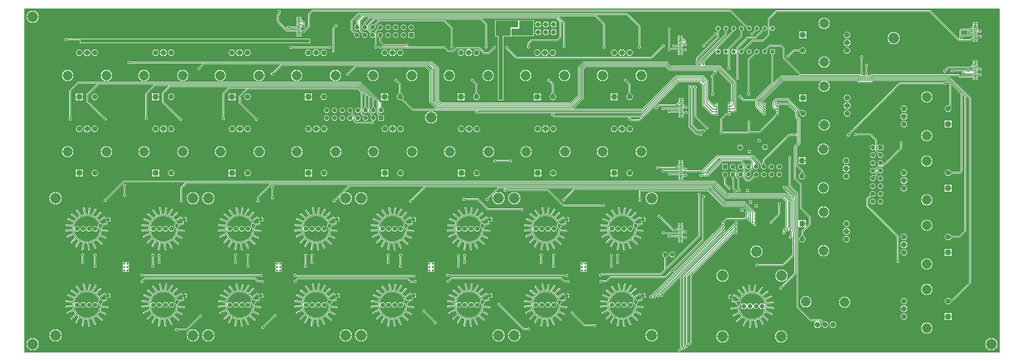
<source format=gtl>
G04 Layer_Physical_Order=1*
G04 Layer_Color=255*
%FSLAX24Y24*%
%MOIN*%
G70*
G01*
G75*
%ADD10C,0.0100*%
%ADD11R,0.0430X0.0120*%
%ADD12C,0.0300*%
%ADD13C,0.1250*%
%ADD14C,0.0700*%
%ADD15C,0.1378*%
%ADD16C,0.0600*%
%ADD17R,0.0591X0.0591*%
%ADD18C,0.0591*%
%ADD19R,0.0591X0.0591*%
%ADD20R,0.0510X0.0510*%
%ADD21C,0.0510*%
%ADD22C,0.0472*%
%ADD23C,0.0591*%
%ADD24R,0.0700X0.0700*%
%ADD25R,0.0700X0.0700*%
%ADD26C,0.0252*%
G36*
X125873Y-44534D02*
X111D01*
Y-111D01*
X125873D01*
Y-44534D01*
D02*
G37*
%LPC*%
G36*
X91205Y-283D02*
X91205Y-283D01*
X37284D01*
X37284Y-283D01*
X37241Y-291D01*
X37205Y-315D01*
X36742Y-778D01*
X36718Y-814D01*
X36710Y-857D01*
X36710Y-857D01*
Y-2346D01*
X36204Y-2852D01*
X36198Y-2854D01*
X36190Y-2861D01*
X36184Y-2866D01*
X36179Y-2870D01*
X36173Y-2873D01*
X36168Y-2876D01*
X36163Y-2878D01*
X36158Y-2879D01*
X36154Y-2880D01*
X36149Y-2881D01*
X36141Y-2881D01*
X36136Y-2884D01*
X36070Y-2897D01*
X36008Y-2938D01*
X35978Y-2984D01*
X35970Y-2991D01*
X35967Y-2996D01*
X35966Y-2999D01*
X35958Y-3010D01*
X35955Y-3014D01*
X35930Y-3043D01*
X35906Y-3038D01*
X35833D01*
X35827Y-3036D01*
X35792Y-3035D01*
X35786Y-3035D01*
Y-2916D01*
X35827D01*
Y-2806D01*
X35512D01*
X35197D01*
Y-2839D01*
X35191Y-2842D01*
X34607D01*
X34605Y-2842D01*
X34603Y-2842D01*
X34602Y-2842D01*
X34003D01*
X32887Y-1726D01*
Y-1030D01*
X33051Y-866D01*
X33075Y-830D01*
X33084Y-787D01*
X33084Y-787D01*
Y-691D01*
X33086Y-685D01*
X33087Y-675D01*
X33087Y-667D01*
X33089Y-660D01*
X33090Y-654D01*
X33092Y-649D01*
X33094Y-644D01*
X33096Y-639D01*
X33099Y-635D01*
X33102Y-632D01*
X33107Y-626D01*
X33109Y-620D01*
X33147Y-564D01*
X33161Y-492D01*
X33147Y-420D01*
X33106Y-359D01*
X33045Y-318D01*
X32972Y-303D01*
X32900Y-318D01*
X32839Y-359D01*
X32798Y-420D01*
X32784Y-492D01*
X32798Y-564D01*
X32836Y-620D01*
X32838Y-626D01*
X32843Y-632D01*
X32846Y-635D01*
X32849Y-639D01*
X32851Y-644D01*
X32853Y-649D01*
X32855Y-654D01*
X32856Y-660D01*
X32857Y-667D01*
X32858Y-675D01*
X32859Y-685D01*
X32861Y-691D01*
Y-741D01*
X32697Y-906D01*
X32673Y-942D01*
X32664Y-984D01*
X32664Y-984D01*
Y-1772D01*
X32664Y-1772D01*
X32673Y-1814D01*
X32697Y-1850D01*
X33878Y-3032D01*
X33878Y-3032D01*
X33914Y-3056D01*
X33957Y-3064D01*
X34606D01*
X34608Y-3064D01*
X34609Y-3064D01*
X34611Y-3064D01*
X35191D01*
X35198Y-3067D01*
X35232Y-3067D01*
X35238Y-3067D01*
Y-3383D01*
X35197D01*
Y-3493D01*
X35512D01*
X35827D01*
Y-3450D01*
X35830Y-3449D01*
X35866Y-3425D01*
X35866Y-3425D01*
X36033Y-3259D01*
X36039Y-3256D01*
X36046Y-3249D01*
X36051Y-3245D01*
X36055Y-3243D01*
X36058Y-3242D01*
X36060Y-3243D01*
X36065Y-3243D01*
X36070Y-3246D01*
X36142Y-3260D01*
X36214Y-3246D01*
X36275Y-3205D01*
X36316Y-3143D01*
X36329Y-3077D01*
X36332Y-3072D01*
X36332Y-3064D01*
X36332Y-3059D01*
X36333Y-3055D01*
X36335Y-3050D01*
X36337Y-3045D01*
X36339Y-3040D01*
X36343Y-3034D01*
X36347Y-3029D01*
X36352Y-3023D01*
X36359Y-3015D01*
X36361Y-3009D01*
X36899Y-2471D01*
X36924Y-2435D01*
X36932Y-2392D01*
X36932Y-2392D01*
Y-903D01*
X37330Y-505D01*
X91159D01*
X93170Y-2516D01*
X93172Y-2522D01*
X93181Y-2532D01*
X93188Y-2542D01*
X93195Y-2555D01*
X93213Y-2594D01*
X93221Y-2616D01*
X93247Y-2709D01*
X93255Y-2744D01*
X93260Y-2751D01*
X93261Y-2759D01*
X93293Y-2836D01*
X93343Y-2901D01*
X93409Y-2952D01*
X93485Y-2983D01*
X93567Y-2994D01*
X93649Y-2983D01*
X93725Y-2952D01*
X93791Y-2901D01*
X93841Y-2836D01*
X93873Y-2759D01*
X93884Y-2677D01*
X93873Y-2595D01*
X93841Y-2519D01*
X93791Y-2453D01*
X93725Y-2403D01*
X93649Y-2371D01*
X93567Y-2360D01*
X93507Y-2368D01*
X93496Y-2366D01*
X93467Y-2372D01*
X93441Y-2376D01*
X93418Y-2377D01*
X93398Y-2377D01*
X93380Y-2375D01*
X93364Y-2372D01*
X93351Y-2368D01*
X93339Y-2362D01*
X93329Y-2355D01*
X93317Y-2345D01*
X93312Y-2343D01*
X93308Y-2339D01*
X93307Y-2338D01*
X91283Y-315D01*
X91247Y-291D01*
X91205Y-283D01*
D02*
G37*
G36*
X116929Y-361D02*
X116929Y-361D01*
X97087D01*
X97087Y-361D01*
X97044Y-370D01*
X97008Y-394D01*
X97008Y-394D01*
X96024Y-1378D01*
X96000Y-1414D01*
X95991Y-1457D01*
X95991Y-1457D01*
Y-3497D01*
X95348Y-4141D01*
X93992D01*
X93950Y-4149D01*
X93914Y-4173D01*
X93914Y-4173D01*
X92780Y-5307D01*
X92774Y-5309D01*
X92763Y-5319D01*
X92752Y-5326D01*
X92739Y-5333D01*
X92723Y-5339D01*
X92705Y-5345D01*
X92683Y-5350D01*
X92660Y-5354D01*
X92602Y-5358D01*
X92569Y-5358D01*
X92562Y-5361D01*
X92485Y-5371D01*
X92409Y-5403D01*
X92343Y-5453D01*
X92293Y-5519D01*
X92261Y-5595D01*
X92250Y-5677D01*
X92261Y-5759D01*
X92293Y-5836D01*
X92343Y-5901D01*
X92409Y-5951D01*
X92485Y-5983D01*
X92567Y-5994D01*
X92649Y-5983D01*
X92725Y-5951D01*
X92791Y-5901D01*
X92841Y-5836D01*
X92873Y-5759D01*
X92883Y-5683D01*
X92886Y-5677D01*
X92888Y-5611D01*
X92890Y-5585D01*
X92894Y-5561D01*
X92899Y-5539D01*
X92905Y-5521D01*
X92911Y-5505D01*
X92918Y-5492D01*
X92925Y-5481D01*
X92935Y-5470D01*
X92937Y-5464D01*
X94038Y-4363D01*
X95394D01*
X95394Y-4363D01*
X95436Y-4355D01*
X95472Y-4331D01*
X96181Y-3622D01*
X96181Y-3622D01*
X96205Y-3586D01*
X96214Y-3543D01*
Y-2769D01*
X96261Y-2759D01*
X96293Y-2836D01*
X96343Y-2901D01*
X96409Y-2952D01*
X96485Y-2983D01*
X96567Y-2994D01*
X96649Y-2983D01*
X96725Y-2952D01*
X96791Y-2901D01*
X96841Y-2836D01*
X96873Y-2759D01*
X96884Y-2677D01*
X96873Y-2595D01*
X96841Y-2519D01*
X96791Y-2453D01*
X96725Y-2403D01*
X96649Y-2371D01*
X96567Y-2360D01*
X96485Y-2371D01*
X96409Y-2403D01*
X96343Y-2453D01*
X96293Y-2519D01*
X96261Y-2595D01*
X96214Y-2585D01*
Y-1503D01*
X97133Y-584D01*
X116883D01*
X120581Y-4282D01*
X120581Y-4282D01*
X120617Y-4306D01*
X120660Y-4314D01*
X120660Y-4314D01*
X122087D01*
X122087Y-4314D01*
X122129Y-4306D01*
X122165Y-4282D01*
X122330Y-4117D01*
X122396D01*
X122402Y-4120D01*
Y-4153D01*
X122717D01*
X123032D01*
Y-4109D01*
X123035Y-4109D01*
X123071Y-4085D01*
X123235Y-3921D01*
X123245Y-3920D01*
X123268D01*
X123268Y-3920D01*
X123273Y-3919D01*
X123321Y-3917D01*
X123326Y-3915D01*
X123346Y-3919D01*
X123419Y-3905D01*
X123480Y-3864D01*
X123521Y-3803D01*
X123535Y-3731D01*
X123521Y-3658D01*
X123480Y-3597D01*
X123419Y-3556D01*
X123346Y-3542D01*
X123274Y-3556D01*
X123213Y-3597D01*
X123182Y-3643D01*
X123174Y-3650D01*
X123172Y-3655D01*
X123170Y-3658D01*
X123163Y-3669D01*
X123162Y-3670D01*
X123158Y-3673D01*
X123147Y-3679D01*
X123136Y-3683D01*
X123124Y-3688D01*
X123112Y-3691D01*
X123098Y-3693D01*
X123084Y-3695D01*
X123067Y-3695D01*
X123061Y-3698D01*
X123038D01*
X123031Y-3695D01*
X122996Y-3695D01*
X122991Y-3695D01*
Y-3575D01*
X123032D01*
Y-3465D01*
X122717D01*
X122402D01*
Y-3499D01*
X122396Y-3501D01*
X121811D01*
X121810Y-3501D01*
X121808Y-3501D01*
X121807Y-3501D01*
X121390D01*
X121384Y-3499D01*
X121373Y-3498D01*
X121366Y-3498D01*
X121359Y-3496D01*
X121353Y-3495D01*
X121347Y-3493D01*
X121342Y-3491D01*
X121338Y-3489D01*
X121334Y-3486D01*
X121330Y-3483D01*
X121324Y-3478D01*
X121319Y-3476D01*
X121263Y-3438D01*
X121191Y-3424D01*
X121118Y-3438D01*
X121057Y-3479D01*
X121016Y-3540D01*
X121002Y-3613D01*
X121016Y-3685D01*
X121057Y-3746D01*
X121118Y-3787D01*
X121191Y-3801D01*
X121263Y-3787D01*
X121319Y-3749D01*
X121324Y-3747D01*
X121330Y-3742D01*
X121334Y-3739D01*
X121338Y-3736D01*
X121342Y-3734D01*
X121347Y-3732D01*
X121353Y-3730D01*
X121359Y-3729D01*
X121366Y-3728D01*
X121373Y-3727D01*
X121384Y-3726D01*
X121390Y-3724D01*
X121811D01*
X121813Y-3723D01*
X121814Y-3724D01*
X121816Y-3723D01*
X122396D01*
X122402Y-3726D01*
X122437Y-3726D01*
X122443Y-3727D01*
Y-3891D01*
X122420Y-3892D01*
X122403Y-3892D01*
X122396Y-3895D01*
X122284D01*
X122284Y-3895D01*
X122241Y-3903D01*
X122205Y-3927D01*
X122041Y-4092D01*
X121006D01*
X120979Y-4042D01*
X121001Y-4009D01*
X121015Y-3937D01*
X121001Y-3865D01*
X120964Y-3809D01*
X120962Y-3803D01*
X120956Y-3798D01*
X120953Y-3794D01*
X120951Y-3790D01*
X120948Y-3785D01*
X120946Y-3780D01*
X120944Y-3775D01*
X120943Y-3769D01*
X120942Y-3762D01*
X120941Y-3754D01*
X120941Y-3744D01*
X120938Y-3738D01*
Y-2999D01*
X121000Y-2936D01*
X121811D01*
X121813Y-2936D01*
X121814Y-2936D01*
X121816Y-2936D01*
X122085D01*
X122093Y-2938D01*
X122097Y-2936D01*
X122396D01*
X122402Y-2938D01*
Y-2972D01*
X122717D01*
Y-3072D01*
X122402D01*
Y-3105D01*
X122396Y-3107D01*
X122010D01*
X122004Y-3105D01*
X121994Y-3104D01*
X121986Y-3104D01*
X121979Y-3102D01*
X121973Y-3101D01*
X121967Y-3099D01*
X121962Y-3097D01*
X121958Y-3095D01*
X121954Y-3092D01*
X121950Y-3089D01*
X121944Y-3084D01*
X121938Y-3081D01*
X121883Y-3045D01*
X121811Y-3030D01*
X121739Y-3045D01*
X121678Y-3085D01*
X121637Y-3147D01*
X121622Y-3219D01*
X121637Y-3291D01*
X121678Y-3352D01*
X121739Y-3393D01*
X121811Y-3408D01*
X121883Y-3393D01*
X121940Y-3355D01*
X121945Y-3353D01*
X121951Y-3348D01*
X121955Y-3345D01*
X121959Y-3342D01*
X121963Y-3340D01*
X121968Y-3338D01*
X121973Y-3336D01*
X121979Y-3335D01*
X121986Y-3333D01*
X121994Y-3333D01*
X122004Y-3332D01*
X122010Y-3330D01*
X122396D01*
X122402Y-3332D01*
Y-3365D01*
X122717D01*
X123032D01*
Y-3255D01*
X122991D01*
Y-3182D01*
X123032D01*
Y-3036D01*
X123078Y-3017D01*
X123086Y-3025D01*
X123089Y-3032D01*
X123194Y-3133D01*
X123200Y-3135D01*
X123213Y-3155D01*
X123274Y-3196D01*
X123346Y-3211D01*
X123419Y-3196D01*
X123480Y-3155D01*
X123521Y-3094D01*
X123535Y-3022D01*
X123521Y-2950D01*
X123480Y-2889D01*
X123419Y-2848D01*
X123346Y-2833D01*
X123274Y-2848D01*
X123247Y-2866D01*
X123244Y-2864D01*
X123239Y-2860D01*
X123232Y-2853D01*
X123226Y-2850D01*
X123222Y-2845D01*
X123220Y-2845D01*
X123121Y-2746D01*
X123085Y-2722D01*
X123043Y-2714D01*
X123035Y-2678D01*
X122717D01*
Y-2578D01*
X123032D01*
Y-2468D01*
X122991D01*
Y-2197D01*
X123032D01*
Y-2087D01*
X122717D01*
X122402D01*
Y-2197D01*
X122443D01*
Y-2327D01*
X122438Y-2328D01*
X122402Y-2352D01*
X122099Y-2655D01*
X122093Y-2657D01*
X122080Y-2669D01*
X122069Y-2678D01*
X122058Y-2686D01*
X122046Y-2692D01*
X122034Y-2698D01*
X122022Y-2703D01*
X122009Y-2706D01*
X121995Y-2709D01*
X121981Y-2710D01*
X121964Y-2711D01*
X121962Y-2712D01*
X121960Y-2711D01*
X121955Y-2714D01*
X121811D01*
X121810Y-2714D01*
X121808Y-2714D01*
X121807Y-2714D01*
X120954D01*
X120954Y-2714D01*
X120912Y-2722D01*
X120876Y-2747D01*
X120876Y-2747D01*
X120748Y-2874D01*
X120724Y-2910D01*
X120716Y-2953D01*
X120716Y-2953D01*
Y-3738D01*
X120713Y-3744D01*
X120713Y-3754D01*
X120712Y-3762D01*
X120711Y-3769D01*
X120709Y-3775D01*
X120707Y-3780D01*
X120705Y-3785D01*
X120703Y-3790D01*
X120700Y-3794D01*
X120697Y-3798D01*
X120692Y-3803D01*
X120690Y-3809D01*
X120652Y-3865D01*
X120638Y-3937D01*
X120642Y-3958D01*
X120596Y-3982D01*
X117008Y-394D01*
X116972Y-370D01*
X116929Y-361D01*
D02*
G37*
G36*
X77835Y-716D02*
X77835Y-716D01*
X43189D01*
X43189Y-716D01*
X43146Y-724D01*
X43110Y-748D01*
X42205Y-1654D01*
X42181Y-1690D01*
X42172Y-1732D01*
X42172Y-1732D01*
Y-2827D01*
X42172Y-2827D01*
X42181Y-2869D01*
X42205Y-2905D01*
X42583Y-3284D01*
X42585Y-3289D01*
X42596Y-3302D01*
X42604Y-3315D01*
X42612Y-3330D01*
X42619Y-3350D01*
X42626Y-3373D01*
X42631Y-3399D01*
X42636Y-3429D01*
X42641Y-3500D01*
X42641Y-3541D01*
X42643Y-3546D01*
X42655Y-3636D01*
X42690Y-3722D01*
X42747Y-3796D01*
X42821Y-3853D01*
X42908Y-3889D01*
X43000Y-3901D01*
X43092Y-3889D01*
X43179Y-3853D01*
X43253Y-3796D01*
X43310Y-3722D01*
X43345Y-3636D01*
X43357Y-3543D01*
X43345Y-3451D01*
X43310Y-3365D01*
X43253Y-3291D01*
X43179Y-3234D01*
X43092Y-3198D01*
X43003Y-3186D01*
X42998Y-3184D01*
X42957Y-3184D01*
X42885Y-3179D01*
X42856Y-3175D01*
X42829Y-3169D01*
X42806Y-3163D01*
X42787Y-3155D01*
X42771Y-3148D01*
X42759Y-3140D01*
X42746Y-3128D01*
X42741Y-3127D01*
X42395Y-2781D01*
Y-1778D01*
X43235Y-938D01*
X43528D01*
X43547Y-984D01*
X42921Y-1610D01*
X42897Y-1646D01*
X42889Y-1688D01*
X42889Y-1688D01*
Y-2065D01*
X42886Y-2070D01*
X42885Y-2087D01*
X42882Y-2102D01*
X42876Y-2118D01*
X42868Y-2137D01*
X42856Y-2158D01*
X42841Y-2181D01*
X42823Y-2205D01*
X42776Y-2259D01*
X42748Y-2288D01*
X42746Y-2293D01*
X42690Y-2365D01*
X42655Y-2451D01*
X42643Y-2543D01*
X42655Y-2636D01*
X42690Y-2722D01*
X42747Y-2796D01*
X42821Y-2853D01*
X42908Y-2889D01*
X43000Y-2901D01*
X43092Y-2889D01*
X43179Y-2853D01*
X43253Y-2796D01*
X43264Y-2781D01*
X43314Y-2798D01*
Y-2968D01*
X43314Y-2968D01*
X43322Y-3011D01*
X43347Y-3047D01*
X43583Y-3284D01*
X43585Y-3289D01*
X43596Y-3302D01*
X43604Y-3315D01*
X43612Y-3330D01*
X43619Y-3350D01*
X43626Y-3373D01*
X43631Y-3399D01*
X43636Y-3429D01*
X43641Y-3500D01*
X43641Y-3541D01*
X43643Y-3546D01*
X43655Y-3636D01*
X43690Y-3722D01*
X43747Y-3796D01*
X43821Y-3853D01*
X43907Y-3889D01*
X44000Y-3901D01*
X44092Y-3889D01*
X44179Y-3853D01*
X44253Y-3796D01*
X44310Y-3722D01*
X44345Y-3636D01*
X44357Y-3543D01*
X44345Y-3451D01*
X44310Y-3365D01*
X44253Y-3291D01*
X44179Y-3234D01*
X44092Y-3198D01*
X44003Y-3186D01*
X43998Y-3184D01*
X43957Y-3184D01*
X43885Y-3179D01*
X43856Y-3175D01*
X43829Y-3169D01*
X43806Y-3163D01*
X43787Y-3155D01*
X43771Y-3148D01*
X43759Y-3140D01*
X43746Y-3128D01*
X43741Y-3127D01*
X43536Y-2922D01*
Y-1739D01*
X44019Y-1256D01*
X44471D01*
X44490Y-1302D01*
X43921Y-1871D01*
X43897Y-1907D01*
X43889Y-1950D01*
X43889Y-1950D01*
Y-2065D01*
X43886Y-2070D01*
X43885Y-2087D01*
X43882Y-2102D01*
X43876Y-2118D01*
X43868Y-2137D01*
X43856Y-2158D01*
X43841Y-2181D01*
X43823Y-2205D01*
X43776Y-2259D01*
X43748Y-2288D01*
X43746Y-2293D01*
X43690Y-2365D01*
X43655Y-2451D01*
X43643Y-2543D01*
X43655Y-2636D01*
X43690Y-2722D01*
X43747Y-2796D01*
X43821Y-2853D01*
X43907Y-2889D01*
X44000Y-2901D01*
X44092Y-2889D01*
X44179Y-2853D01*
X44253Y-2796D01*
X44288Y-2751D01*
X44338Y-2767D01*
Y-2874D01*
X44338Y-2874D01*
X44346Y-2917D01*
X44370Y-2953D01*
X44635Y-3217D01*
X44635Y-3217D01*
X44635Y-3217D01*
X44641Y-3223D01*
X44643Y-3229D01*
X44655Y-3243D01*
X44662Y-3255D01*
X44668Y-3268D01*
X44673Y-3284D01*
X44676Y-3303D01*
X44677Y-3324D01*
X44675Y-3348D01*
X44672Y-3376D01*
X44665Y-3406D01*
X44656Y-3440D01*
X44657Y-3446D01*
X44655Y-3451D01*
X44643Y-3543D01*
X44655Y-3636D01*
X44690Y-3722D01*
X44747Y-3796D01*
X44821Y-3853D01*
X44907Y-3889D01*
X45000Y-3901D01*
X45093Y-3889D01*
X45179Y-3853D01*
X45253Y-3796D01*
X45272Y-3771D01*
X45322Y-3788D01*
Y-4919D01*
X45319Y-4925D01*
X45319Y-4935D01*
X45318Y-4943D01*
X45317Y-4950D01*
X45315Y-4956D01*
X45314Y-4961D01*
X45312Y-4966D01*
X45309Y-4971D01*
X45307Y-4975D01*
X45304Y-4979D01*
X45298Y-4984D01*
X45296Y-4990D01*
X45259Y-5046D01*
X45244Y-5118D01*
X45259Y-5190D01*
X45300Y-5252D01*
X45361Y-5292D01*
X45433Y-5307D01*
X45505Y-5292D01*
X45566Y-5252D01*
X45607Y-5190D01*
X45622Y-5118D01*
X45607Y-5046D01*
X45570Y-4990D01*
X45568Y-4984D01*
X45563Y-4979D01*
X45560Y-4975D01*
X45557Y-4971D01*
X45555Y-4966D01*
X45552Y-4961D01*
X45551Y-4956D01*
X45549Y-4950D01*
X45548Y-4943D01*
X45547Y-4935D01*
X45547Y-4925D01*
X45544Y-4919D01*
Y-3156D01*
X45741Y-2960D01*
X45746Y-2958D01*
X45759Y-2947D01*
X45771Y-2939D01*
X45787Y-2931D01*
X45806Y-2924D01*
X45829Y-2917D01*
X45856Y-2912D01*
X45885Y-2908D01*
X45957Y-2903D01*
X45998Y-2902D01*
X46003Y-2900D01*
X46093Y-2889D01*
X46179Y-2853D01*
X46253Y-2796D01*
X46310Y-2722D01*
X46345Y-2636D01*
X46357Y-2543D01*
X46345Y-2451D01*
X46310Y-2365D01*
X46253Y-2291D01*
X46179Y-2234D01*
X46093Y-2198D01*
X46000Y-2186D01*
X45908Y-2198D01*
X45821Y-2234D01*
X45747Y-2291D01*
X45690Y-2365D01*
X45655Y-2451D01*
X45643Y-2541D01*
X45641Y-2546D01*
X45641Y-2586D01*
X45636Y-2658D01*
X45631Y-2687D01*
X45626Y-2714D01*
X45619Y-2737D01*
X45612Y-2756D01*
X45604Y-2772D01*
X45596Y-2784D01*
X45585Y-2797D01*
X45583Y-2803D01*
X45354Y-3032D01*
X45330Y-3068D01*
X45322Y-3110D01*
X45322Y-3110D01*
Y-3299D01*
X45272Y-3316D01*
X45253Y-3291D01*
X45179Y-3234D01*
X45106Y-3204D01*
X45099Y-3198D01*
X45010Y-3171D01*
X44938Y-3146D01*
X44882Y-3124D01*
X44861Y-3114D01*
X44845Y-3104D01*
X44834Y-3097D01*
X44825Y-3089D01*
X44819Y-3087D01*
X44560Y-2828D01*
Y-2330D01*
X45315Y-1574D01*
X45747D01*
X45766Y-1620D01*
X45259Y-2127D01*
X45254Y-2129D01*
X45241Y-2140D01*
X45229Y-2148D01*
X45213Y-2155D01*
X45194Y-2163D01*
X45171Y-2169D01*
X45144Y-2175D01*
X45115Y-2179D01*
X45043Y-2184D01*
X45002Y-2184D01*
X44997Y-2186D01*
X44907Y-2198D01*
X44821Y-2234D01*
X44747Y-2291D01*
X44690Y-2365D01*
X44655Y-2451D01*
X44643Y-2543D01*
X44655Y-2636D01*
X44690Y-2722D01*
X44747Y-2796D01*
X44821Y-2853D01*
X44907Y-2889D01*
X45000Y-2901D01*
X45093Y-2889D01*
X45179Y-2853D01*
X45253Y-2796D01*
X45310Y-2722D01*
X45345Y-2636D01*
X45357Y-2546D01*
X45359Y-2541D01*
X45359Y-2500D01*
X45364Y-2429D01*
X45369Y-2399D01*
X45374Y-2373D01*
X45381Y-2350D01*
X45388Y-2330D01*
X45396Y-2315D01*
X45404Y-2302D01*
X45415Y-2289D01*
X45417Y-2284D01*
X45967Y-1733D01*
X54174D01*
X55125Y-2684D01*
Y-4880D01*
X55122Y-4886D01*
X55122Y-4896D01*
X55121Y-4904D01*
X55120Y-4911D01*
X55119Y-4917D01*
X55117Y-4922D01*
X55115Y-4927D01*
X55112Y-4931D01*
X55110Y-4936D01*
X55107Y-4939D01*
X55101Y-4945D01*
X55099Y-4951D01*
X55062Y-5007D01*
X55048Y-5079D01*
X55062Y-5151D01*
X55103Y-5212D01*
X55164Y-5253D01*
X55236Y-5267D01*
X55308Y-5253D01*
X55370Y-5212D01*
X55411Y-5151D01*
X55425Y-5079D01*
X55411Y-5007D01*
X55373Y-4951D01*
X55371Y-4945D01*
X55366Y-4939D01*
X55363Y-4936D01*
X55360Y-4931D01*
X55358Y-4927D01*
X55356Y-4922D01*
X55354Y-4917D01*
X55352Y-4911D01*
X55351Y-4904D01*
X55350Y-4896D01*
X55350Y-4886D01*
X55347Y-4880D01*
Y-2638D01*
X55339Y-2595D01*
X55315Y-2559D01*
X55315Y-2559D01*
X54376Y-1620D01*
X54395Y-1574D01*
X58976D01*
X59534Y-2133D01*
Y-4880D01*
X59532Y-4886D01*
X59531Y-4896D01*
X59531Y-4904D01*
X59530Y-4911D01*
X59528Y-4917D01*
X59526Y-4922D01*
X59524Y-4927D01*
X59522Y-4931D01*
X59519Y-4936D01*
X59516Y-4939D01*
X59511Y-4945D01*
X59509Y-4951D01*
X59471Y-5007D01*
X59457Y-5079D01*
X59471Y-5151D01*
X59512Y-5212D01*
X59573Y-5253D01*
X59646Y-5267D01*
X59718Y-5253D01*
X59779Y-5212D01*
X59820Y-5151D01*
X59834Y-5079D01*
X59820Y-5007D01*
X59783Y-4951D01*
X59781Y-4945D01*
X59775Y-4939D01*
X59772Y-4936D01*
X59770Y-4931D01*
X59767Y-4927D01*
X59765Y-4922D01*
X59763Y-4917D01*
X59762Y-4911D01*
X59761Y-4904D01*
X59760Y-4896D01*
X59760Y-4886D01*
X59757Y-4880D01*
Y-2087D01*
X59757Y-2087D01*
X59748Y-2044D01*
X59724Y-2008D01*
X59724Y-2008D01*
X59178Y-1461D01*
X59197Y-1415D01*
X68659D01*
X69141Y-1896D01*
Y-3773D01*
X68812Y-4101D01*
X65512D01*
X65469Y-4110D01*
X65433Y-4134D01*
X65433Y-4134D01*
X65039Y-4528D01*
X65015Y-4564D01*
X65007Y-4606D01*
X65007Y-4606D01*
Y-4880D01*
X65004Y-4886D01*
X65004Y-4896D01*
X65003Y-4904D01*
X65002Y-4911D01*
X65001Y-4917D01*
X64999Y-4922D01*
X64997Y-4927D01*
X64994Y-4931D01*
X64992Y-4936D01*
X64989Y-4939D01*
X64983Y-4945D01*
X64981Y-4951D01*
X64944Y-5007D01*
X64929Y-5079D01*
X64944Y-5151D01*
X64985Y-5212D01*
X65046Y-5253D01*
X65118Y-5267D01*
X65190Y-5253D01*
X65252Y-5212D01*
X65292Y-5151D01*
X65307Y-5079D01*
X65292Y-5007D01*
X65255Y-4951D01*
X65253Y-4945D01*
X65248Y-4939D01*
X65245Y-4936D01*
X65242Y-4931D01*
X65240Y-4927D01*
X65238Y-4922D01*
X65236Y-4917D01*
X65234Y-4911D01*
X65233Y-4904D01*
X65232Y-4896D01*
X65232Y-4886D01*
X65229Y-4880D01*
Y-4652D01*
X65558Y-4324D01*
X68858D01*
X68858Y-4324D01*
X68901Y-4315D01*
X68937Y-4291D01*
X69331Y-3898D01*
X69355Y-3861D01*
X69363Y-3819D01*
X69363Y-3819D01*
Y-1850D01*
X69363Y-1850D01*
X69359Y-1831D01*
X69405Y-1807D01*
X69613Y-2015D01*
Y-4801D01*
X69611Y-4807D01*
X69610Y-4817D01*
X69609Y-4825D01*
X69608Y-4832D01*
X69607Y-4838D01*
X69605Y-4843D01*
X69603Y-4848D01*
X69601Y-4853D01*
X69598Y-4857D01*
X69595Y-4861D01*
X69590Y-4866D01*
X69587Y-4872D01*
X69550Y-4928D01*
X69536Y-5000D01*
X69550Y-5072D01*
X69591Y-5133D01*
X69652Y-5174D01*
X69724Y-5189D01*
X69797Y-5174D01*
X69858Y-5133D01*
X69899Y-5072D01*
X69913Y-5000D01*
X69899Y-4928D01*
X69861Y-4872D01*
X69859Y-4866D01*
X69854Y-4861D01*
X69851Y-4857D01*
X69848Y-4853D01*
X69846Y-4848D01*
X69844Y-4843D01*
X69842Y-4838D01*
X69840Y-4832D01*
X69839Y-4825D01*
X69839Y-4817D01*
X69838Y-4807D01*
X69836Y-4801D01*
Y-1969D01*
X69836Y-1969D01*
X69827Y-1926D01*
X69803Y-1890D01*
X69056Y-1143D01*
X69075Y-1097D01*
X73696D01*
X74731Y-2133D01*
Y-4919D01*
X74729Y-4925D01*
X74728Y-4935D01*
X74728Y-4943D01*
X74726Y-4950D01*
X74725Y-4956D01*
X74723Y-4961D01*
X74721Y-4966D01*
X74719Y-4971D01*
X74716Y-4975D01*
X74713Y-4979D01*
X74708Y-4984D01*
X74706Y-4990D01*
X74668Y-5046D01*
X74654Y-5118D01*
X74668Y-5190D01*
X74709Y-5252D01*
X74770Y-5292D01*
X74843Y-5307D01*
X74915Y-5292D01*
X74976Y-5252D01*
X75017Y-5190D01*
X75031Y-5118D01*
X75017Y-5046D01*
X74979Y-4990D01*
X74977Y-4984D01*
X74972Y-4979D01*
X74969Y-4975D01*
X74966Y-4971D01*
X74964Y-4966D01*
X74962Y-4961D01*
X74960Y-4956D01*
X74959Y-4950D01*
X74957Y-4943D01*
X74957Y-4935D01*
X74956Y-4925D01*
X74954Y-4919D01*
Y-2087D01*
X74954Y-2087D01*
X74945Y-2044D01*
X74921Y-2008D01*
X73897Y-984D01*
X73916Y-938D01*
X77789D01*
X79298Y-2448D01*
Y-4919D01*
X79296Y-4925D01*
X79295Y-4935D01*
X79295Y-4943D01*
X79293Y-4950D01*
X79292Y-4956D01*
X79290Y-4961D01*
X79288Y-4966D01*
X79286Y-4971D01*
X79283Y-4975D01*
X79280Y-4979D01*
X79275Y-4984D01*
X79273Y-4990D01*
X79235Y-5046D01*
X79221Y-5118D01*
X79235Y-5190D01*
X79276Y-5252D01*
X79337Y-5292D01*
X79409Y-5307D01*
X79482Y-5292D01*
X79543Y-5252D01*
X79584Y-5190D01*
X79598Y-5118D01*
X79584Y-5046D01*
X79546Y-4990D01*
X79544Y-4984D01*
X79539Y-4979D01*
X79536Y-4975D01*
X79533Y-4971D01*
X79531Y-4966D01*
X79529Y-4961D01*
X79527Y-4956D01*
X79526Y-4950D01*
X79524Y-4943D01*
X79524Y-4935D01*
X79523Y-4925D01*
X79521Y-4919D01*
Y-2402D01*
X79521Y-2402D01*
X79512Y-2359D01*
X79488Y-2323D01*
X79488Y-2323D01*
X77913Y-748D01*
X77877Y-724D01*
X77835Y-716D01*
D02*
G37*
G36*
X1231Y-393D02*
Y-1131D01*
X1969D01*
X1959Y-1026D01*
X1914Y-878D01*
X1840Y-741D01*
X1742Y-621D01*
X1622Y-522D01*
X1484Y-449D01*
X1336Y-404D01*
X1231Y-393D01*
D02*
G37*
G36*
X1131D02*
X1026Y-404D01*
X878Y-449D01*
X741Y-522D01*
X621Y-621D01*
X522Y-741D01*
X449Y-878D01*
X404Y-1026D01*
X393Y-1131D01*
X1131D01*
Y-393D01*
D02*
G37*
G36*
X35827Y-1218D02*
X35562D01*
Y-1328D01*
X35827D01*
Y-1218D01*
D02*
G37*
G36*
X35462D02*
X35197D01*
Y-1328D01*
X35462D01*
Y-1218D01*
D02*
G37*
G36*
X1969Y-1231D02*
X1231D01*
Y-1969D01*
X1336Y-1959D01*
X1484Y-1914D01*
X1622Y-1840D01*
X1742Y-1742D01*
X1840Y-1622D01*
X1914Y-1484D01*
X1959Y-1336D01*
X1969Y-1231D01*
D02*
G37*
G36*
X1131D02*
X393D01*
X404Y-1336D01*
X449Y-1484D01*
X522Y-1622D01*
X621Y-1742D01*
X741Y-1840D01*
X878Y-1914D01*
X1026Y-1959D01*
X1131Y-1969D01*
Y-1231D01*
D02*
G37*
G36*
X103281Y-1304D02*
Y-1978D01*
X103955D01*
X103946Y-1885D01*
X103904Y-1749D01*
X103837Y-1623D01*
X103746Y-1512D01*
X103636Y-1422D01*
X103510Y-1355D01*
X103373Y-1313D01*
X103281Y-1304D01*
D02*
G37*
G36*
X103181D02*
X103089Y-1313D01*
X102952Y-1355D01*
X102826Y-1422D01*
X102716Y-1512D01*
X102625Y-1623D01*
X102558Y-1749D01*
X102517Y-1885D01*
X102508Y-1978D01*
X103181D01*
Y-1304D01*
D02*
G37*
G36*
X123032Y-1877D02*
X122767D01*
Y-1987D01*
X123032D01*
Y-1877D01*
D02*
G37*
G36*
X122667D02*
X122402D01*
Y-1987D01*
X122667D01*
Y-1877D01*
D02*
G37*
G36*
X68389Y-1773D02*
Y-2115D01*
X68731D01*
X68724Y-2062D01*
X68684Y-1966D01*
X68621Y-1883D01*
X68538Y-1820D01*
X68442Y-1780D01*
X68389Y-1773D01*
D02*
G37*
G36*
X68289D02*
X68235Y-1780D01*
X68139Y-1820D01*
X68057Y-1883D01*
X67993Y-1966D01*
X67953Y-2062D01*
X67946Y-2115D01*
X68289D01*
Y-1773D01*
D02*
G37*
G36*
X67389D02*
Y-2115D01*
X67731D01*
X67724Y-2062D01*
X67684Y-1966D01*
X67621Y-1883D01*
X67538Y-1820D01*
X67442Y-1780D01*
X67389Y-1773D01*
D02*
G37*
G36*
X67289D02*
X67235Y-1780D01*
X67139Y-1820D01*
X67057Y-1883D01*
X66993Y-1966D01*
X66953Y-2062D01*
X66946Y-2115D01*
X67289D01*
Y-1773D01*
D02*
G37*
G36*
X66389D02*
Y-2115D01*
X66731D01*
X66724Y-2062D01*
X66684Y-1966D01*
X66620Y-1883D01*
X66538Y-1820D01*
X66442Y-1780D01*
X66389Y-1773D01*
D02*
G37*
G36*
X66289D02*
X66235Y-1780D01*
X66139Y-1820D01*
X66057Y-1883D01*
X65993Y-1966D01*
X65953Y-2062D01*
X65946Y-2115D01*
X66289D01*
Y-1773D01*
D02*
G37*
G36*
X35827Y-1428D02*
X35512D01*
X35197D01*
Y-1538D01*
X35238D01*
Y-1808D01*
X35197D01*
Y-1919D01*
X35512D01*
Y-2018D01*
X35197D01*
Y-2129D01*
X35238D01*
Y-2202D01*
X35197D01*
Y-2312D01*
X35512D01*
Y-2412D01*
X35197D01*
Y-2446D01*
X35191Y-2448D01*
X34353D01*
X34347Y-2445D01*
X34336Y-2445D01*
X34329Y-2444D01*
X34322Y-2443D01*
X34316Y-2441D01*
X34310Y-2440D01*
X34305Y-2438D01*
X34301Y-2435D01*
X34297Y-2433D01*
X34293Y-2430D01*
X34287Y-2424D01*
X34282Y-2422D01*
X34226Y-2385D01*
X34154Y-2370D01*
X34081Y-2385D01*
X34020Y-2426D01*
X33979Y-2487D01*
X33965Y-2559D01*
X33979Y-2631D01*
X34020Y-2692D01*
X34081Y-2733D01*
X34154Y-2748D01*
X34226Y-2733D01*
X34282Y-2696D01*
X34287Y-2694D01*
X34293Y-2689D01*
X34297Y-2686D01*
X34301Y-2683D01*
X34305Y-2681D01*
X34310Y-2678D01*
X34316Y-2677D01*
X34322Y-2675D01*
X34329Y-2674D01*
X34336Y-2673D01*
X34347Y-2673D01*
X34353Y-2670D01*
X35191D01*
X35197Y-2673D01*
Y-2706D01*
X35512D01*
X35827D01*
Y-2596D01*
X35786D01*
Y-2522D01*
X35827D01*
Y-2377D01*
X35873Y-2358D01*
X35881Y-2366D01*
X35884Y-2372D01*
X35990Y-2474D01*
X35995Y-2476D01*
X36008Y-2496D01*
X36070Y-2537D01*
X36142Y-2551D01*
X36214Y-2537D01*
X36275Y-2496D01*
X36316Y-2435D01*
X36330Y-2363D01*
X36316Y-2290D01*
X36279Y-2234D01*
X36277Y-2229D01*
X36271Y-2223D01*
X36268Y-2219D01*
X36266Y-2215D01*
X36263Y-2211D01*
X36261Y-2206D01*
X36259Y-2200D01*
X36258Y-2194D01*
X36257Y-2187D01*
X36256Y-2180D01*
X36256Y-2169D01*
X36253Y-2163D01*
Y-1949D01*
X36253Y-1949D01*
X36244Y-1907D01*
X36220Y-1871D01*
X36220Y-1871D01*
X36043Y-1693D01*
X36007Y-1669D01*
X35964Y-1660D01*
X35964Y-1660D01*
X35833D01*
X35827Y-1658D01*
X35792Y-1657D01*
X35786Y-1657D01*
Y-1538D01*
X35827D01*
Y-1428D01*
D02*
G37*
G36*
X68731Y-2215D02*
X68389D01*
Y-2557D01*
X68442Y-2550D01*
X68538Y-2511D01*
X68621Y-2447D01*
X68684Y-2365D01*
X68724Y-2269D01*
X68731Y-2215D01*
D02*
G37*
G36*
X68289D02*
X67946D01*
X67953Y-2269D01*
X67993Y-2365D01*
X68057Y-2447D01*
X68139Y-2511D01*
X68235Y-2550D01*
X68289Y-2557D01*
Y-2215D01*
D02*
G37*
G36*
X67731D02*
X67389D01*
Y-2557D01*
X67442Y-2550D01*
X67538Y-2511D01*
X67621Y-2447D01*
X67684Y-2365D01*
X67724Y-2269D01*
X67731Y-2215D01*
D02*
G37*
G36*
X67289D02*
X66946D01*
X66953Y-2269D01*
X66993Y-2365D01*
X67057Y-2447D01*
X67139Y-2511D01*
X67235Y-2550D01*
X67289Y-2557D01*
Y-2215D01*
D02*
G37*
G36*
X66731D02*
X66389D01*
Y-2557D01*
X66442Y-2550D01*
X66538Y-2511D01*
X66620Y-2447D01*
X66684Y-2365D01*
X66724Y-2269D01*
X66731Y-2215D01*
D02*
G37*
G36*
X66289D02*
X65946D01*
X65953Y-2269D01*
X65993Y-2365D01*
X66057Y-2447D01*
X66139Y-2511D01*
X66235Y-2550D01*
X66289Y-2557D01*
Y-2215D01*
D02*
G37*
G36*
X103955Y-2078D02*
X103281D01*
Y-2751D01*
X103373Y-2742D01*
X103510Y-2701D01*
X103636Y-2633D01*
X103746Y-2543D01*
X103837Y-2432D01*
X103904Y-2306D01*
X103946Y-2170D01*
X103955Y-2078D01*
D02*
G37*
G36*
X103181D02*
X102508D01*
X102517Y-2170D01*
X102558Y-2306D01*
X102625Y-2432D01*
X102716Y-2543D01*
X102826Y-2633D01*
X102952Y-2701D01*
X103089Y-2742D01*
X103181Y-2751D01*
Y-2078D01*
D02*
G37*
G36*
X50000Y-2186D02*
X49907Y-2198D01*
X49821Y-2234D01*
X49747Y-2291D01*
X49690Y-2365D01*
X49655Y-2451D01*
X49643Y-2543D01*
X49655Y-2636D01*
X49690Y-2722D01*
X49747Y-2796D01*
X49821Y-2853D01*
X49907Y-2889D01*
X50000Y-2901D01*
X50093Y-2889D01*
X50179Y-2853D01*
X50253Y-2796D01*
X50310Y-2722D01*
X50345Y-2636D01*
X50357Y-2543D01*
X50345Y-2451D01*
X50310Y-2365D01*
X50253Y-2291D01*
X50179Y-2234D01*
X50093Y-2198D01*
X50000Y-2186D01*
D02*
G37*
G36*
X49000D02*
X48907Y-2198D01*
X48821Y-2234D01*
X48747Y-2291D01*
X48690Y-2365D01*
X48655Y-2451D01*
X48643Y-2543D01*
X48655Y-2636D01*
X48690Y-2722D01*
X48747Y-2796D01*
X48821Y-2853D01*
X48907Y-2889D01*
X49000Y-2901D01*
X49092Y-2889D01*
X49179Y-2853D01*
X49253Y-2796D01*
X49310Y-2722D01*
X49345Y-2636D01*
X49357Y-2543D01*
X49345Y-2451D01*
X49310Y-2365D01*
X49253Y-2291D01*
X49179Y-2234D01*
X49092Y-2198D01*
X49000Y-2186D01*
D02*
G37*
G36*
X48000D02*
X47908Y-2198D01*
X47821Y-2234D01*
X47747Y-2291D01*
X47690Y-2365D01*
X47655Y-2451D01*
X47643Y-2543D01*
X47655Y-2636D01*
X47690Y-2722D01*
X47747Y-2796D01*
X47821Y-2853D01*
X47908Y-2889D01*
X48000Y-2901D01*
X48092Y-2889D01*
X48179Y-2853D01*
X48253Y-2796D01*
X48310Y-2722D01*
X48345Y-2636D01*
X48357Y-2543D01*
X48345Y-2451D01*
X48310Y-2365D01*
X48253Y-2291D01*
X48179Y-2234D01*
X48092Y-2198D01*
X48000Y-2186D01*
D02*
G37*
G36*
X47000D02*
X46908Y-2198D01*
X46821Y-2234D01*
X46747Y-2291D01*
X46690Y-2365D01*
X46655Y-2451D01*
X46643Y-2543D01*
X46655Y-2636D01*
X46690Y-2722D01*
X46747Y-2796D01*
X46821Y-2853D01*
X46908Y-2889D01*
X47000Y-2901D01*
X47092Y-2889D01*
X47179Y-2853D01*
X47253Y-2796D01*
X47310Y-2722D01*
X47345Y-2636D01*
X47357Y-2543D01*
X47345Y-2451D01*
X47310Y-2365D01*
X47253Y-2291D01*
X47179Y-2234D01*
X47092Y-2198D01*
X47000Y-2186D01*
D02*
G37*
G36*
X68389Y-2773D02*
Y-3115D01*
X68731D01*
X68724Y-3062D01*
X68684Y-2966D01*
X68621Y-2883D01*
X68538Y-2820D01*
X68442Y-2780D01*
X68389Y-2773D01*
D02*
G37*
G36*
X68289D02*
X68235Y-2780D01*
X68139Y-2820D01*
X68057Y-2883D01*
X67993Y-2966D01*
X67953Y-3062D01*
X67946Y-3115D01*
X68289D01*
Y-2773D01*
D02*
G37*
G36*
X67389D02*
Y-3115D01*
X67731D01*
X67724Y-3062D01*
X67684Y-2966D01*
X67621Y-2883D01*
X67538Y-2820D01*
X67442Y-2780D01*
X67389Y-2773D01*
D02*
G37*
G36*
X67289D02*
X67235Y-2780D01*
X67139Y-2820D01*
X67057Y-2883D01*
X66993Y-2966D01*
X66953Y-3062D01*
X66946Y-3115D01*
X67289D01*
Y-2773D01*
D02*
G37*
G36*
X66389D02*
Y-3115D01*
X66731D01*
X66724Y-3062D01*
X66684Y-2966D01*
X66620Y-2883D01*
X66538Y-2820D01*
X66442Y-2780D01*
X66389Y-2773D01*
D02*
G37*
G36*
X66289D02*
X66235Y-2780D01*
X66139Y-2820D01*
X66057Y-2883D01*
X65993Y-2966D01*
X65953Y-3062D01*
X65946Y-3115D01*
X66289D01*
Y-2773D01*
D02*
G37*
G36*
X100931Y-3078D02*
X100531D01*
Y-3478D01*
X100931D01*
Y-3078D01*
D02*
G37*
G36*
X100431D02*
X100031D01*
Y-3478D01*
X100431D01*
Y-3078D01*
D02*
G37*
G36*
X68731Y-3215D02*
X68389D01*
Y-3557D01*
X68442Y-3550D01*
X68538Y-3511D01*
X68621Y-3447D01*
X68684Y-3365D01*
X68724Y-3269D01*
X68731Y-3215D01*
D02*
G37*
G36*
X68289D02*
X67946D01*
X67953Y-3269D01*
X67993Y-3365D01*
X68057Y-3447D01*
X68139Y-3511D01*
X68235Y-3550D01*
X68289Y-3557D01*
Y-3215D01*
D02*
G37*
G36*
X67731D02*
X67389D01*
Y-3557D01*
X67442Y-3550D01*
X67538Y-3511D01*
X67621Y-3447D01*
X67684Y-3365D01*
X67724Y-3269D01*
X67731Y-3215D01*
D02*
G37*
G36*
X67289D02*
X66946D01*
X66953Y-3269D01*
X66993Y-3365D01*
X67057Y-3447D01*
X67139Y-3511D01*
X67235Y-3550D01*
X67289Y-3557D01*
Y-3215D01*
D02*
G37*
G36*
X66731D02*
X66389D01*
Y-3557D01*
X66442Y-3550D01*
X66538Y-3511D01*
X66620Y-3447D01*
X66684Y-3365D01*
X66724Y-3269D01*
X66731Y-3215D01*
D02*
G37*
G36*
X66289D02*
X65946D01*
X65953Y-3269D01*
X65993Y-3365D01*
X66057Y-3447D01*
X66139Y-3511D01*
X66235Y-3550D01*
X66289Y-3557D01*
Y-3215D01*
D02*
G37*
G36*
X94567Y-2360D02*
X94485Y-2371D01*
X94409Y-2403D01*
X94343Y-2453D01*
X94293Y-2519D01*
X94261Y-2595D01*
X94250Y-2677D01*
X94258Y-2737D01*
X94256Y-2748D01*
X94262Y-2777D01*
X94266Y-2803D01*
X94267Y-2826D01*
X94267Y-2846D01*
X94265Y-2864D01*
X94262Y-2880D01*
X94257Y-2893D01*
X94252Y-2905D01*
X94245Y-2915D01*
X94234Y-2928D01*
X94233Y-2933D01*
X94228Y-2936D01*
X94228Y-2938D01*
X93999Y-3166D01*
X93993Y-3169D01*
X93985Y-3176D01*
X93980Y-3181D01*
X93974Y-3185D01*
X93968Y-3188D01*
X93963Y-3191D01*
X93958Y-3193D01*
X93954Y-3194D01*
X93949Y-3195D01*
X93944Y-3196D01*
X93936Y-3196D01*
X93931Y-3198D01*
X93865Y-3212D01*
X93804Y-3252D01*
X93763Y-3314D01*
X93748Y-3386D01*
X93763Y-3458D01*
X93804Y-3519D01*
X93865Y-3560D01*
X93937Y-3574D01*
X94009Y-3560D01*
X94070Y-3519D01*
X94111Y-3458D01*
X94124Y-3392D01*
X94127Y-3387D01*
X94127Y-3379D01*
X94128Y-3374D01*
X94129Y-3369D01*
X94130Y-3364D01*
X94132Y-3360D01*
X94135Y-3354D01*
X94138Y-3349D01*
X94142Y-3343D01*
X94147Y-3337D01*
X94154Y-3330D01*
X94156Y-3324D01*
X94406Y-3074D01*
X94412Y-3072D01*
X94422Y-3063D01*
X94432Y-3056D01*
X94445Y-3049D01*
X94484Y-3031D01*
X94506Y-3023D01*
X94598Y-2997D01*
X94634Y-2989D01*
X94641Y-2984D01*
X94649Y-2983D01*
X94725Y-2952D01*
X94791Y-2901D01*
X94841Y-2836D01*
X94873Y-2759D01*
X94884Y-2677D01*
X94873Y-2595D01*
X94841Y-2519D01*
X94791Y-2453D01*
X94725Y-2403D01*
X94649Y-2371D01*
X94567Y-2360D01*
D02*
G37*
G36*
X63780Y-1629D02*
X60866Y-1629D01*
X60821Y-1648D01*
X60802Y-1693D01*
X60802Y-3661D01*
X60821Y-3707D01*
X60866Y-3725D01*
X61157D01*
Y-11909D01*
X61175Y-11955D01*
X61220Y-11973D01*
X61811D01*
X61856Y-11955D01*
X61875Y-11909D01*
Y-3725D01*
X62795D01*
X62840Y-3707D01*
X62841Y-3705D01*
X62868Y-3667D01*
X62913Y-3686D01*
X65748D01*
X65793Y-3667D01*
X65812Y-3622D01*
X65812Y-1693D01*
X65793Y-1648D01*
X65748Y-1629D01*
X63937D01*
X63892Y-1648D01*
X63885Y-1663D01*
X63831D01*
X63825Y-1648D01*
X63780Y-1629D01*
D02*
G37*
G36*
X35827Y-3593D02*
X35562D01*
Y-3703D01*
X35827D01*
Y-3593D01*
D02*
G37*
G36*
X35462D02*
X35197D01*
Y-3703D01*
X35462D01*
Y-3593D01*
D02*
G37*
G36*
X85000Y-3610D02*
X84735D01*
Y-3720D01*
X85000D01*
Y-3610D01*
D02*
G37*
G36*
X84635D02*
X84370D01*
Y-3720D01*
X84635D01*
Y-3610D01*
D02*
G37*
G36*
X95567Y-2360D02*
X95485Y-2371D01*
X95409Y-2403D01*
X95343Y-2453D01*
X95293Y-2519D01*
X95261Y-2595D01*
X95251Y-2671D01*
X95248Y-2678D01*
X95246Y-2743D01*
X95243Y-2769D01*
X95240Y-2794D01*
X95235Y-2815D01*
X95229Y-2834D01*
X95223Y-2850D01*
X95216Y-2863D01*
X95209Y-2873D01*
X95198Y-2885D01*
X95197Y-2890D01*
X94300Y-3786D01*
X93307D01*
X93307Y-3786D01*
X93265Y-3795D01*
X93228Y-3819D01*
X93228Y-3819D01*
X91969Y-5079D01*
X91945Y-5115D01*
X91936Y-5157D01*
X91936Y-5157D01*
Y-5510D01*
X91886Y-5520D01*
X91877Y-5498D01*
X91820Y-5424D01*
X91746Y-5367D01*
X91660Y-5331D01*
X91617Y-5326D01*
Y-5677D01*
Y-6029D01*
X91660Y-6023D01*
X91746Y-5987D01*
X91820Y-5930D01*
X91877Y-5856D01*
X91886Y-5834D01*
X91936Y-5844D01*
Y-8895D01*
X91933Y-8901D01*
X91933Y-8912D01*
X91932Y-8919D01*
X91931Y-8926D01*
X91930Y-8932D01*
X91928Y-8938D01*
X91926Y-8943D01*
X91923Y-8947D01*
X91921Y-8951D01*
X91918Y-8955D01*
X91912Y-8961D01*
X91910Y-8966D01*
X91873Y-9022D01*
X91859Y-9094D01*
X91873Y-9167D01*
X91914Y-9228D01*
X91975Y-9269D01*
X92047Y-9283D01*
X92119Y-9269D01*
X92181Y-9228D01*
X92222Y-9167D01*
X92236Y-9094D01*
X92222Y-9022D01*
X92184Y-8966D01*
X92182Y-8961D01*
X92177Y-8955D01*
X92174Y-8951D01*
X92171Y-8947D01*
X92169Y-8943D01*
X92167Y-8938D01*
X92165Y-8932D01*
X92163Y-8926D01*
X92162Y-8919D01*
X92161Y-8912D01*
X92161Y-8901D01*
X92158Y-8895D01*
Y-5204D01*
X93353Y-4009D01*
X94346D01*
X94346Y-4009D01*
X94389Y-4000D01*
X94425Y-3976D01*
X95354Y-3047D01*
X95359Y-3046D01*
X95371Y-3036D01*
X95381Y-3028D01*
X95395Y-3022D01*
X95410Y-3015D01*
X95429Y-3009D01*
X95451Y-3005D01*
X95474Y-3001D01*
X95532Y-2996D01*
X95565Y-2996D01*
X95571Y-2993D01*
X95649Y-2983D01*
X95725Y-2952D01*
X95791Y-2901D01*
X95841Y-2836D01*
X95873Y-2759D01*
X95884Y-2677D01*
X95873Y-2595D01*
X95841Y-2519D01*
X95791Y-2453D01*
X95725Y-2403D01*
X95649Y-2371D01*
X95567Y-2360D01*
D02*
G37*
G36*
X112255Y-3149D02*
Y-3887D01*
X112993D01*
X112982Y-3782D01*
X112937Y-3634D01*
X112864Y-3497D01*
X112765Y-3376D01*
X112645Y-3278D01*
X112508Y-3205D01*
X112359Y-3159D01*
X112255Y-3149D01*
D02*
G37*
G36*
X112155D02*
X112050Y-3159D01*
X111901Y-3205D01*
X111764Y-3278D01*
X111644Y-3376D01*
X111546Y-3497D01*
X111472Y-3634D01*
X111427Y-3782D01*
X111417Y-3887D01*
X112155D01*
Y-3149D01*
D02*
G37*
G36*
X50354Y-3189D02*
X49646D01*
Y-3898D01*
X50354D01*
Y-3189D01*
D02*
G37*
G36*
X49000Y-3186D02*
X48907Y-3198D01*
X48821Y-3234D01*
X48747Y-3291D01*
X48690Y-3365D01*
X48655Y-3451D01*
X48643Y-3543D01*
X48655Y-3636D01*
X48690Y-3722D01*
X48747Y-3796D01*
X48821Y-3853D01*
X48907Y-3889D01*
X49000Y-3901D01*
X49092Y-3889D01*
X49179Y-3853D01*
X49253Y-3796D01*
X49310Y-3722D01*
X49345Y-3636D01*
X49357Y-3543D01*
X49345Y-3451D01*
X49310Y-3365D01*
X49253Y-3291D01*
X49179Y-3234D01*
X49092Y-3198D01*
X49000Y-3186D01*
D02*
G37*
G36*
X48000D02*
X47908Y-3198D01*
X47821Y-3234D01*
X47747Y-3291D01*
X47690Y-3365D01*
X47655Y-3451D01*
X47643Y-3543D01*
X47655Y-3636D01*
X47690Y-3722D01*
X47747Y-3796D01*
X47821Y-3853D01*
X47908Y-3889D01*
X48000Y-3901D01*
X48092Y-3889D01*
X48179Y-3853D01*
X48253Y-3796D01*
X48310Y-3722D01*
X48345Y-3636D01*
X48357Y-3543D01*
X48345Y-3451D01*
X48310Y-3365D01*
X48253Y-3291D01*
X48179Y-3234D01*
X48092Y-3198D01*
X48000Y-3186D01*
D02*
G37*
G36*
X47000D02*
X46908Y-3198D01*
X46821Y-3234D01*
X46747Y-3291D01*
X46690Y-3365D01*
X46655Y-3451D01*
X46643Y-3543D01*
X46655Y-3636D01*
X46690Y-3722D01*
X46747Y-3796D01*
X46821Y-3853D01*
X46908Y-3889D01*
X47000Y-3901D01*
X47092Y-3889D01*
X47179Y-3853D01*
X47253Y-3796D01*
X47310Y-3722D01*
X47345Y-3636D01*
X47357Y-3543D01*
X47345Y-3451D01*
X47310Y-3365D01*
X47253Y-3291D01*
X47179Y-3234D01*
X47092Y-3198D01*
X47000Y-3186D01*
D02*
G37*
G36*
X106181Y-3115D02*
X106074Y-3129D01*
X105975Y-3170D01*
X105889Y-3236D01*
X105824Y-3321D01*
X105783Y-3421D01*
X105769Y-3528D01*
X105783Y-3634D01*
X105824Y-3734D01*
X105889Y-3819D01*
X105975Y-3885D01*
X106074Y-3926D01*
X106181Y-3940D01*
X106288Y-3926D01*
X106387Y-3885D01*
X106473Y-3819D01*
X106538Y-3734D01*
X106580Y-3634D01*
X106594Y-3528D01*
X106580Y-3421D01*
X106538Y-3321D01*
X106473Y-3236D01*
X106387Y-3170D01*
X106288Y-3129D01*
X106181Y-3115D01*
D02*
G37*
G36*
X100931Y-3578D02*
X100531D01*
Y-3978D01*
X100931D01*
Y-3578D01*
D02*
G37*
G36*
X100431D02*
X100031D01*
Y-3978D01*
X100431D01*
Y-3578D01*
D02*
G37*
G36*
X123032Y-4253D02*
X122767D01*
Y-4363D01*
X123032D01*
Y-4253D01*
D02*
G37*
G36*
X122667D02*
X122402D01*
Y-4363D01*
X122667D01*
Y-4253D01*
D02*
G37*
G36*
X106231Y-4080D02*
Y-4478D01*
X106628D01*
X106620Y-4410D01*
X106574Y-4301D01*
X106502Y-4207D01*
X106408Y-4134D01*
X106299Y-4089D01*
X106231Y-4080D01*
D02*
G37*
G36*
X106131D02*
X106064Y-4089D01*
X105954Y-4134D01*
X105860Y-4207D01*
X105788Y-4301D01*
X105743Y-4410D01*
X105734Y-4478D01*
X106131D01*
Y-4080D01*
D02*
G37*
G36*
X5472Y-3945D02*
X5400Y-3960D01*
X5339Y-4000D01*
X5298Y-4062D01*
X5284Y-4134D01*
X5298Y-4206D01*
X5339Y-4267D01*
X5400Y-4308D01*
X5472Y-4323D01*
X5545Y-4308D01*
X5601Y-4271D01*
X5606Y-4269D01*
X5612Y-4263D01*
X5616Y-4260D01*
X5620Y-4258D01*
X5624Y-4255D01*
X5629Y-4253D01*
X5634Y-4251D01*
X5641Y-4250D01*
X5648Y-4249D01*
X5655Y-4248D01*
X5666Y-4248D01*
X5672Y-4245D01*
X7259D01*
Y-4528D01*
X7278Y-4573D01*
X7323Y-4591D01*
X36032Y-4591D01*
X36050Y-4603D01*
X36122Y-4618D01*
X36194Y-4603D01*
X36212Y-4591D01*
X36426D01*
X36444Y-4603D01*
X36516Y-4618D01*
X36588Y-4603D01*
X36606Y-4591D01*
X36909D01*
X36955Y-4573D01*
X36973Y-4528D01*
Y-4075D01*
X36955Y-4030D01*
X36909Y-4011D01*
X7323Y-4011D01*
X7294Y-4023D01*
X5672D01*
X5666Y-4020D01*
X5655Y-4020D01*
X5648Y-4019D01*
X5641Y-4018D01*
X5634Y-4016D01*
X5629Y-4014D01*
X5624Y-4012D01*
X5620Y-4010D01*
X5616Y-4007D01*
X5612Y-4004D01*
X5606Y-3999D01*
X5601Y-3997D01*
X5545Y-3960D01*
X5472Y-3945D01*
D02*
G37*
G36*
X112993Y-3987D02*
X112255D01*
Y-4725D01*
X112359Y-4715D01*
X112508Y-4669D01*
X112645Y-4596D01*
X112765Y-4498D01*
X112864Y-4377D01*
X112937Y-4240D01*
X112982Y-4092D01*
X112993Y-3987D01*
D02*
G37*
G36*
X112155D02*
X111417D01*
X111427Y-4092D01*
X111472Y-4240D01*
X111546Y-4377D01*
X111644Y-4498D01*
X111764Y-4596D01*
X111901Y-4669D01*
X112050Y-4715D01*
X112155Y-4725D01*
Y-3987D01*
D02*
G37*
G36*
X85000Y-3820D02*
X84685D01*
X84370D01*
Y-3930D01*
X84411D01*
Y-4200D01*
X84370D01*
Y-4310D01*
X84685D01*
Y-4410D01*
X84370D01*
Y-4520D01*
X84411D01*
Y-4594D01*
X84370D01*
Y-4704D01*
X84685D01*
Y-4804D01*
X84370D01*
Y-4837D01*
X84365Y-4840D01*
X84075D01*
X84075Y-4839D01*
X84070Y-4840D01*
X84066D01*
X84060Y-4837D01*
X84050Y-4837D01*
X84043Y-4836D01*
X84038Y-4835D01*
X84034Y-4833D01*
X84030Y-4832D01*
X84028Y-4831D01*
X84026Y-4829D01*
X84025Y-4828D01*
X84023Y-4826D01*
X84019Y-4821D01*
X84009Y-4814D01*
X83992Y-4788D01*
X83930Y-4747D01*
X83858Y-4733D01*
X83786Y-4747D01*
X83725Y-4788D01*
X83684Y-4849D01*
X83670Y-4921D01*
X83672Y-4933D01*
X83668Y-4948D01*
X83669Y-4950D01*
X83669Y-4951D01*
X83670Y-4956D01*
X83676Y-4991D01*
X83677Y-4993D01*
X83677Y-4993D01*
X83679Y-4996D01*
X83699Y-5027D01*
X83701Y-5029D01*
X83701Y-5029D01*
X83704Y-5031D01*
X83714Y-5038D01*
X83725Y-5055D01*
X83786Y-5096D01*
X83858Y-5110D01*
X83930Y-5096D01*
X83947Y-5085D01*
X83957Y-5083D01*
X83964Y-5079D01*
X83970Y-5076D01*
X83976Y-5074D01*
X83982Y-5072D01*
X83989Y-5070D01*
X83997Y-5068D01*
X84004Y-5067D01*
X84023Y-5065D01*
X84033Y-5065D01*
X84039Y-5062D01*
X84364D01*
X84370Y-5064D01*
Y-5098D01*
X84685D01*
X85000D01*
Y-4988D01*
X84959D01*
Y-4914D01*
X85000D01*
Y-4769D01*
X85047Y-4750D01*
X85054Y-4757D01*
X85057Y-4764D01*
X85163Y-4865D01*
X85168Y-4867D01*
X85182Y-4888D01*
X85243Y-4929D01*
X85315Y-4943D01*
X85387Y-4929D01*
X85448Y-4888D01*
X85489Y-4826D01*
X85504Y-4754D01*
X85489Y-4682D01*
X85452Y-4626D01*
X85450Y-4621D01*
X85444Y-4615D01*
X85441Y-4611D01*
X85439Y-4607D01*
X85436Y-4603D01*
X85434Y-4598D01*
X85433Y-4592D01*
X85431Y-4586D01*
X85430Y-4579D01*
X85429Y-4572D01*
X85429Y-4561D01*
X85426Y-4555D01*
Y-4291D01*
X85418Y-4249D01*
X85394Y-4213D01*
X85394Y-4213D01*
X85266Y-4085D01*
X85230Y-4061D01*
X85187Y-4052D01*
X85187Y-4052D01*
X85006D01*
X85000Y-4049D01*
X84965Y-4049D01*
X84959Y-4049D01*
Y-3930D01*
X85000D01*
Y-3820D01*
D02*
G37*
G36*
X106628Y-4578D02*
X106231D01*
Y-4975D01*
X106299Y-4966D01*
X106408Y-4921D01*
X106502Y-4848D01*
X106574Y-4755D01*
X106620Y-4645D01*
X106628Y-4578D01*
D02*
G37*
G36*
X106131D02*
X105734D01*
X105743Y-4645D01*
X105788Y-4755D01*
X105860Y-4848D01*
X105954Y-4921D01*
X106064Y-4966D01*
X106131Y-4975D01*
Y-4578D01*
D02*
G37*
G36*
X46000Y-3186D02*
X45908Y-3198D01*
X45821Y-3234D01*
X45747Y-3291D01*
X45690Y-3365D01*
X45655Y-3451D01*
X45643Y-3543D01*
X45655Y-3636D01*
X45690Y-3722D01*
X45746Y-3794D01*
X45748Y-3799D01*
X45776Y-3828D01*
X45823Y-3882D01*
X45841Y-3906D01*
X45856Y-3928D01*
X45868Y-3949D01*
X45876Y-3968D01*
X45882Y-3985D01*
X45885Y-3999D01*
X45886Y-4016D01*
X45889Y-4021D01*
Y-4346D01*
X45889Y-4346D01*
X45897Y-4389D01*
X45921Y-4425D01*
X46417Y-4921D01*
X46454Y-4945D01*
X46496Y-4954D01*
X46496Y-4954D01*
X49179D01*
X49183Y-4957D01*
X49163Y-5007D01*
X46164D01*
X46158Y-5004D01*
X46147Y-5004D01*
X46140Y-5003D01*
X46133Y-5002D01*
X46127Y-5001D01*
X46121Y-4999D01*
X46116Y-4997D01*
X46112Y-4994D01*
X46108Y-4992D01*
X46104Y-4989D01*
X46098Y-4983D01*
X46093Y-4981D01*
X46037Y-4944D01*
X45965Y-4929D01*
X45892Y-4944D01*
X45831Y-4985D01*
X45790Y-5046D01*
X45776Y-5118D01*
X45790Y-5190D01*
X45831Y-5252D01*
X45892Y-5292D01*
X45965Y-5307D01*
X46037Y-5292D01*
X46093Y-5255D01*
X46098Y-5253D01*
X46104Y-5248D01*
X46108Y-5245D01*
X46112Y-5242D01*
X46116Y-5240D01*
X46121Y-5238D01*
X46127Y-5236D01*
X46133Y-5234D01*
X46140Y-5233D01*
X46147Y-5232D01*
X46158Y-5232D01*
X46164Y-5229D01*
X54285D01*
X54744Y-5689D01*
X54744Y-5689D01*
X54780Y-5713D01*
X54823Y-5721D01*
X55413D01*
X55413Y-5721D01*
X55456Y-5713D01*
X55492Y-5689D01*
X55853Y-5328D01*
X57287D01*
X57290Y-5378D01*
X57284Y-5379D01*
X57175Y-5424D01*
X57081Y-5496D01*
X57009Y-5590D01*
X56963Y-5699D01*
X56954Y-5767D01*
X57402D01*
X57849D01*
X57840Y-5699D01*
X57795Y-5590D01*
X57723Y-5496D01*
X57629Y-5424D01*
X57519Y-5379D01*
X57513Y-5378D01*
X57516Y-5328D01*
X58714D01*
X59370Y-5984D01*
X59370Y-5984D01*
X59406Y-6008D01*
X59449Y-6017D01*
X59449Y-6017D01*
X59941D01*
X59941Y-6017D01*
X59984Y-6008D01*
X60020Y-5984D01*
X60666Y-5338D01*
X60672Y-5335D01*
X60680Y-5328D01*
X60686Y-5323D01*
X60692Y-5319D01*
X60697Y-5316D01*
X60702Y-5313D01*
X60707Y-5311D01*
X60712Y-5310D01*
X60717Y-5309D01*
X60721Y-5308D01*
X60729Y-5308D01*
X60735Y-5306D01*
X60801Y-5292D01*
X60862Y-5252D01*
X60903Y-5190D01*
X60917Y-5118D01*
X60903Y-5046D01*
X60862Y-4985D01*
X60801Y-4944D01*
X60728Y-4929D01*
X60656Y-4944D01*
X60595Y-4985D01*
X60554Y-5046D01*
X60541Y-5112D01*
X60538Y-5117D01*
X60538Y-5125D01*
X60538Y-5130D01*
X60537Y-5135D01*
X60535Y-5139D01*
X60533Y-5144D01*
X60531Y-5150D01*
X60527Y-5155D01*
X60523Y-5161D01*
X60518Y-5167D01*
X60511Y-5174D01*
X60509Y-5180D01*
X59895Y-5794D01*
X59495D01*
X58838Y-5138D01*
X58802Y-5114D01*
X58760Y-5105D01*
X58760Y-5105D01*
X55807D01*
X55765Y-5114D01*
X55728Y-5138D01*
X55728Y-5138D01*
X55367Y-5499D01*
X54869D01*
X54409Y-5039D01*
X54373Y-5015D01*
X54331Y-5007D01*
X54331Y-5007D01*
X49580D01*
X49556Y-4957D01*
X49584Y-4915D01*
X49598Y-4843D01*
X49584Y-4770D01*
X49543Y-4709D01*
X49482Y-4668D01*
X49409Y-4654D01*
X49337Y-4668D01*
X49281Y-4706D01*
X49276Y-4708D01*
X49270Y-4713D01*
X49266Y-4716D01*
X49262Y-4719D01*
X49258Y-4721D01*
X49253Y-4723D01*
X49247Y-4725D01*
X49241Y-4726D01*
X49234Y-4728D01*
X49227Y-4728D01*
X49216Y-4729D01*
X49210Y-4731D01*
X46542D01*
X46111Y-4300D01*
Y-4021D01*
X46114Y-4016D01*
X46115Y-3999D01*
X46118Y-3985D01*
X46124Y-3968D01*
X46132Y-3949D01*
X46144Y-3928D01*
X46159Y-3906D01*
X46177Y-3882D01*
X46224Y-3828D01*
X46252Y-3799D01*
X46254Y-3794D01*
X46310Y-3722D01*
X46345Y-3636D01*
X46357Y-3543D01*
X46345Y-3451D01*
X46310Y-3365D01*
X46253Y-3291D01*
X46179Y-3234D01*
X46093Y-3198D01*
X46000Y-3186D01*
D02*
G37*
G36*
X39469Y-4929D02*
X39396Y-4944D01*
X39340Y-4981D01*
X39335Y-4983D01*
X39329Y-4989D01*
X39325Y-4992D01*
X39321Y-4994D01*
X39317Y-4997D01*
X39312Y-4999D01*
X39306Y-5001D01*
X39300Y-5002D01*
X39293Y-5003D01*
X39286Y-5004D01*
X39275Y-5004D01*
X39269Y-5007D01*
X34648D01*
X34642Y-5004D01*
X34632Y-5004D01*
X34624Y-5003D01*
X34617Y-5002D01*
X34611Y-5001D01*
X34605Y-4999D01*
X34601Y-4997D01*
X34596Y-4994D01*
X34592Y-4992D01*
X34588Y-4989D01*
X34582Y-4983D01*
X34577Y-4981D01*
X34521Y-4944D01*
X34449Y-4929D01*
X34377Y-4944D01*
X34315Y-4985D01*
X34275Y-5046D01*
X34260Y-5118D01*
X34275Y-5190D01*
X34315Y-5252D01*
X34377Y-5292D01*
X34449Y-5307D01*
X34521Y-5292D01*
X34577Y-5255D01*
X34582Y-5253D01*
X34588Y-5248D01*
X34592Y-5245D01*
X34596Y-5242D01*
X34601Y-5240D01*
X34605Y-5238D01*
X34611Y-5236D01*
X34617Y-5234D01*
X34624Y-5233D01*
X34632Y-5232D01*
X34642Y-5232D01*
X34648Y-5229D01*
X39269D01*
X39275Y-5232D01*
X39286Y-5232D01*
X39293Y-5233D01*
X39300Y-5234D01*
X39306Y-5236D01*
X39312Y-5238D01*
X39317Y-5240D01*
X39321Y-5242D01*
X39325Y-5245D01*
X39329Y-5248D01*
X39335Y-5253D01*
X39340Y-5255D01*
X39396Y-5292D01*
X39469Y-5307D01*
X39541Y-5292D01*
X39602Y-5252D01*
X39643Y-5190D01*
X39657Y-5118D01*
X39643Y-5046D01*
X39602Y-4985D01*
X39541Y-4944D01*
X39469Y-4929D01*
D02*
G37*
G36*
X89213Y-3197D02*
X89140Y-3212D01*
X89079Y-3252D01*
X89038Y-3314D01*
X89025Y-3380D01*
X89023Y-3385D01*
X89022Y-3393D01*
X89022Y-3398D01*
X89021Y-3402D01*
X89019Y-3407D01*
X89017Y-3412D01*
X89015Y-3417D01*
X89012Y-3423D01*
X89008Y-3428D01*
X89003Y-3434D01*
X88995Y-3442D01*
X88993Y-3448D01*
X87739Y-4702D01*
X87733Y-4704D01*
X87726Y-4711D01*
X87720Y-4716D01*
X87714Y-4720D01*
X87709Y-4724D01*
X87703Y-4726D01*
X87699Y-4728D01*
X87694Y-4730D01*
X87689Y-4731D01*
X87684Y-4731D01*
X87676Y-4731D01*
X87671Y-4734D01*
X87605Y-4747D01*
X87544Y-4788D01*
X87503Y-4849D01*
X87488Y-4921D01*
X87503Y-4993D01*
X87544Y-5055D01*
X87605Y-5096D01*
X87677Y-5110D01*
X87749Y-5096D01*
X87811Y-5055D01*
X87851Y-4993D01*
X87865Y-4927D01*
X87867Y-4922D01*
X87867Y-4914D01*
X87868Y-4909D01*
X87869Y-4905D01*
X87870Y-4900D01*
X87872Y-4895D01*
X87875Y-4890D01*
X87878Y-4884D01*
X87882Y-4879D01*
X87887Y-4873D01*
X87894Y-4865D01*
X87897Y-4859D01*
X89150Y-3605D01*
X89157Y-3603D01*
X89164Y-3596D01*
X89170Y-3591D01*
X89176Y-3587D01*
X89181Y-3584D01*
X89186Y-3581D01*
X89191Y-3579D01*
X89196Y-3578D01*
X89201Y-3577D01*
X89206Y-3576D01*
X89213Y-3576D01*
X89219Y-3573D01*
X89285Y-3560D01*
X89346Y-3519D01*
X89387Y-3458D01*
X89401Y-3386D01*
X89387Y-3314D01*
X89346Y-3252D01*
X89285Y-3212D01*
X89213Y-3197D01*
D02*
G37*
G36*
X92567Y-2360D02*
X92485Y-2371D01*
X92409Y-2403D01*
X92343Y-2453D01*
X92293Y-2519D01*
X92261Y-2595D01*
X92250Y-2677D01*
X92261Y-2759D01*
X92293Y-2836D01*
X92339Y-2897D01*
X92342Y-2903D01*
X92387Y-2951D01*
X92403Y-2971D01*
X92418Y-2991D01*
X92429Y-3010D01*
X92439Y-3027D01*
X92445Y-3043D01*
X92450Y-3057D01*
X92452Y-3069D01*
X92453Y-3084D01*
X92456Y-3090D01*
Y-3607D01*
X90866Y-5197D01*
X90842Y-5233D01*
X90834Y-5276D01*
X90834Y-5276D01*
Y-5371D01*
X90784Y-5396D01*
X90746Y-5367D01*
X90660Y-5331D01*
X90617Y-5326D01*
Y-5677D01*
Y-6029D01*
X90660Y-6023D01*
X90746Y-5987D01*
X90784Y-5958D01*
X90834Y-5983D01*
Y-7635D01*
X90831Y-7641D01*
X90831Y-7652D01*
X90830Y-7660D01*
X90829Y-7666D01*
X90827Y-7673D01*
X90825Y-7678D01*
X90823Y-7683D01*
X90821Y-7687D01*
X90818Y-7691D01*
X90815Y-7695D01*
X90810Y-7701D01*
X90808Y-7707D01*
X90771Y-7762D01*
X90756Y-7835D01*
X90771Y-7907D01*
X90811Y-7968D01*
X90873Y-8009D01*
X90945Y-8023D01*
X91017Y-8009D01*
X91078Y-7968D01*
X91119Y-7907D01*
X91134Y-7835D01*
X91119Y-7762D01*
X91082Y-7707D01*
X91080Y-7701D01*
X91074Y-7695D01*
X91071Y-7691D01*
X91069Y-7687D01*
X91066Y-7683D01*
X91064Y-7678D01*
X91062Y-7673D01*
X91061Y-7666D01*
X91060Y-7660D01*
X91059Y-7652D01*
X91059Y-7641D01*
X91056Y-7635D01*
Y-5322D01*
X92646Y-3732D01*
X92646Y-3732D01*
X92670Y-3696D01*
X92678Y-3654D01*
Y-3090D01*
X92681Y-3084D01*
X92682Y-3069D01*
X92684Y-3057D01*
X92689Y-3043D01*
X92695Y-3027D01*
X92704Y-3010D01*
X92716Y-2991D01*
X92730Y-2972D01*
X92768Y-2927D01*
X92791Y-2904D01*
X92794Y-2898D01*
X92841Y-2836D01*
X92873Y-2759D01*
X92884Y-2677D01*
X92873Y-2595D01*
X92841Y-2519D01*
X92791Y-2453D01*
X92725Y-2403D01*
X92649Y-2371D01*
X92567Y-2360D01*
D02*
G37*
G36*
X89617Y-5326D02*
Y-5627D01*
X89918D01*
X89913Y-5584D01*
X89877Y-5498D01*
X89820Y-5424D01*
X89746Y-5367D01*
X89660Y-5331D01*
X89617Y-5326D01*
D02*
G37*
G36*
X91517Y-5326D02*
X91474Y-5331D01*
X91388Y-5367D01*
X91314Y-5424D01*
X91257Y-5498D01*
X91221Y-5584D01*
X91215Y-5627D01*
X91517D01*
Y-5326D01*
D02*
G37*
G36*
X90517D02*
X90474Y-5331D01*
X90388Y-5367D01*
X90314Y-5424D01*
X90257Y-5498D01*
X90221Y-5584D01*
X90215Y-5627D01*
X90517D01*
Y-5326D01*
D02*
G37*
G36*
X83268Y-2567D02*
X83196Y-2582D01*
X83134Y-2623D01*
X83093Y-2684D01*
X83079Y-2756D01*
X83093Y-2828D01*
X83131Y-2884D01*
X83133Y-2890D01*
X83138Y-2895D01*
X83141Y-2899D01*
X83144Y-2903D01*
X83146Y-2908D01*
X83148Y-2913D01*
X83150Y-2918D01*
X83152Y-2924D01*
X83153Y-2931D01*
X83153Y-2939D01*
X83154Y-2949D01*
X83157Y-2955D01*
Y-5214D01*
X83154Y-5220D01*
X83153Y-5231D01*
X83153Y-5238D01*
X83152Y-5245D01*
X83150Y-5251D01*
X83148Y-5257D01*
X83146Y-5262D01*
X83144Y-5266D01*
X83141Y-5270D01*
X83138Y-5274D01*
X83133Y-5280D01*
X83131Y-5285D01*
X83093Y-5341D01*
X83079Y-5413D01*
X83093Y-5486D01*
X83134Y-5547D01*
X83196Y-5588D01*
X83268Y-5602D01*
X83340Y-5588D01*
X83401Y-5547D01*
X83442Y-5486D01*
X83480Y-5458D01*
X83482Y-5456D01*
X83780D01*
X83781Y-5456D01*
X84364D01*
X84371Y-5458D01*
X84406Y-5459D01*
X84411Y-5459D01*
Y-5775D01*
X84370D01*
Y-5885D01*
X84685D01*
X85000D01*
Y-5775D01*
X84959D01*
Y-5657D01*
X84982Y-5655D01*
X84999Y-5655D01*
X85006Y-5653D01*
X85136D01*
X85143Y-5655D01*
X85214Y-5653D01*
X85237D01*
X85237Y-5653D01*
X85242Y-5651D01*
X85289Y-5650D01*
X85294Y-5647D01*
X85315Y-5652D01*
X85387Y-5637D01*
X85448Y-5596D01*
X85489Y-5535D01*
X85504Y-5463D01*
X85489Y-5391D01*
X85448Y-5330D01*
X85387Y-5289D01*
X85315Y-5274D01*
X85243Y-5289D01*
X85182Y-5330D01*
X85141Y-5391D01*
X85134Y-5426D01*
X85132Y-5426D01*
X85125Y-5427D01*
X85115Y-5427D01*
X85109Y-5430D01*
X85108D01*
X85102Y-5429D01*
X85100Y-5430D01*
X85006D01*
X85000Y-5427D01*
X84965Y-5427D01*
X84959Y-5427D01*
Y-5308D01*
X85000D01*
Y-5198D01*
X84685D01*
X84370D01*
Y-5231D01*
X84365Y-5233D01*
X83780D01*
X83778Y-5234D01*
X83456D01*
X83449Y-5231D01*
X83382Y-5231D01*
X83382Y-5231D01*
X83382Y-5220D01*
X83379Y-5214D01*
Y-2955D01*
X83382Y-2949D01*
X83382Y-2939D01*
X83383Y-2931D01*
X83384Y-2924D01*
X83385Y-2918D01*
X83387Y-2913D01*
X83389Y-2908D01*
X83392Y-2903D01*
X83394Y-2899D01*
X83397Y-2895D01*
X83403Y-2890D01*
X83405Y-2884D01*
X83442Y-2828D01*
X83456Y-2756D01*
X83442Y-2684D01*
X83401Y-2623D01*
X83340Y-2582D01*
X83268Y-2567D01*
D02*
G37*
G36*
X67294Y-5370D02*
Y-5767D01*
X67691D01*
X67683Y-5699D01*
X67637Y-5590D01*
X67565Y-5496D01*
X67471Y-5424D01*
X67362Y-5379D01*
X67294Y-5370D01*
D02*
G37*
G36*
X67194D02*
X67127Y-5379D01*
X67017Y-5424D01*
X66923Y-5496D01*
X66851Y-5590D01*
X66806Y-5699D01*
X66797Y-5767D01*
X67194D01*
Y-5370D01*
D02*
G37*
G36*
X18082D02*
Y-5767D01*
X18479D01*
X18470Y-5699D01*
X18425Y-5590D01*
X18352Y-5496D01*
X18258Y-5424D01*
X18149Y-5379D01*
X18082Y-5370D01*
D02*
G37*
G36*
X77206Y-5370D02*
Y-5767D01*
X77603D01*
X77594Y-5699D01*
X77549Y-5590D01*
X77476Y-5496D01*
X77382Y-5424D01*
X77273Y-5379D01*
X77206Y-5370D01*
D02*
G37*
G36*
X77106Y-5370D02*
X77038Y-5379D01*
X76929Y-5424D01*
X76835Y-5496D01*
X76762Y-5590D01*
X76717Y-5699D01*
X76708Y-5767D01*
X77106D01*
Y-5370D01*
D02*
G37*
G36*
X17982Y-5370D02*
X17914Y-5379D01*
X17805Y-5424D01*
X17711Y-5496D01*
X17638Y-5590D01*
X17593Y-5699D01*
X17584Y-5767D01*
X17982D01*
Y-5370D01*
D02*
G37*
G36*
X8239Y-5370D02*
Y-5767D01*
X8636D01*
X8627Y-5699D01*
X8582Y-5590D01*
X8510Y-5496D01*
X8416Y-5424D01*
X8306Y-5379D01*
X8239Y-5370D01*
D02*
G37*
G36*
X8139Y-5370D02*
X8072Y-5379D01*
X7962Y-5424D01*
X7868Y-5496D01*
X7796Y-5590D01*
X7751Y-5699D01*
X7742Y-5767D01*
X8139D01*
Y-5370D01*
D02*
G37*
G36*
X27924Y-5370D02*
Y-5767D01*
X28321D01*
X28312Y-5699D01*
X28267Y-5590D01*
X28195Y-5496D01*
X28101Y-5424D01*
X27991Y-5379D01*
X27924Y-5370D01*
D02*
G37*
G36*
X27824Y-5370D02*
X27757Y-5379D01*
X27647Y-5424D01*
X27553Y-5496D01*
X27481Y-5590D01*
X27436Y-5699D01*
X27427Y-5767D01*
X27824D01*
Y-5370D01*
D02*
G37*
G36*
X47609Y-5370D02*
Y-5767D01*
X48006D01*
X47997Y-5699D01*
X47952Y-5590D01*
X47880Y-5496D01*
X47786Y-5424D01*
X47677Y-5379D01*
X47609Y-5370D01*
D02*
G37*
G36*
X47509Y-5370D02*
X47442Y-5379D01*
X47332Y-5424D01*
X47238Y-5496D01*
X47166Y-5590D01*
X47121Y-5699D01*
X47112Y-5767D01*
X47509D01*
Y-5370D01*
D02*
G37*
G36*
X37767Y-5370D02*
Y-5767D01*
X38164D01*
X38155Y-5699D01*
X38110Y-5590D01*
X38037Y-5496D01*
X37943Y-5424D01*
X37834Y-5379D01*
X37767Y-5370D01*
D02*
G37*
G36*
X37667Y-5370D02*
X37599Y-5379D01*
X37490Y-5424D01*
X37396Y-5496D01*
X37323Y-5590D01*
X37278Y-5699D01*
X37269Y-5767D01*
X37667D01*
Y-5370D01*
D02*
G37*
G36*
X40295Y-2134D02*
X40223Y-2149D01*
X40162Y-2189D01*
X40121Y-2251D01*
X40108Y-2317D01*
X40105Y-2322D01*
X40105Y-2330D01*
X40105Y-2335D01*
X40104Y-2339D01*
X40102Y-2344D01*
X40100Y-2349D01*
X40098Y-2354D01*
X40094Y-2360D01*
X40090Y-2365D01*
X40085Y-2371D01*
X40078Y-2379D01*
X40076Y-2385D01*
X39862Y-2599D01*
X39838Y-2635D01*
X39830Y-2677D01*
X39830Y-2677D01*
Y-5709D01*
X39838Y-5751D01*
X39862Y-5787D01*
X39898Y-5811D01*
X39941Y-5820D01*
X39983Y-5811D01*
X40020Y-5787D01*
X40044Y-5751D01*
X40052Y-5709D01*
Y-2723D01*
X40233Y-2542D01*
X40239Y-2540D01*
X40247Y-2533D01*
X40253Y-2528D01*
X40258Y-2524D01*
X40264Y-2521D01*
X40269Y-2518D01*
X40274Y-2516D01*
X40279Y-2515D01*
X40283Y-2514D01*
X40288Y-2513D01*
X40296Y-2513D01*
X40301Y-2510D01*
X40367Y-2497D01*
X40429Y-2456D01*
X40470Y-2395D01*
X40484Y-2323D01*
X40470Y-2251D01*
X40429Y-2189D01*
X40367Y-2149D01*
X40295Y-2134D01*
D02*
G37*
G36*
X106181Y-5115D02*
X106074Y-5129D01*
X105975Y-5170D01*
X105889Y-5236D01*
X105824Y-5321D01*
X105783Y-5421D01*
X105769Y-5528D01*
X105783Y-5634D01*
X105824Y-5734D01*
X105889Y-5819D01*
X105975Y-5885D01*
X106074Y-5926D01*
X106181Y-5940D01*
X106288Y-5926D01*
X106387Y-5885D01*
X106473Y-5819D01*
X106538Y-5734D01*
X106580Y-5634D01*
X106594Y-5528D01*
X106580Y-5421D01*
X106538Y-5321D01*
X106473Y-5236D01*
X106387Y-5170D01*
X106288Y-5129D01*
X106181Y-5115D01*
D02*
G37*
G36*
X100481D02*
X100374Y-5129D01*
X100275Y-5170D01*
X100189Y-5236D01*
X100189Y-5236D01*
X100186Y-5237D01*
X100150Y-5273D01*
X100083Y-5333D01*
X100053Y-5356D01*
X100025Y-5375D01*
X99999Y-5390D01*
X99976Y-5401D01*
X99956Y-5408D01*
X99939Y-5412D01*
X99919Y-5414D01*
X99915Y-5416D01*
X99315D01*
X99272Y-5425D01*
X99236Y-5449D01*
X99236Y-5449D01*
X98606Y-6080D01*
X98599Y-6082D01*
X98592Y-6089D01*
X98586Y-6094D01*
X98580Y-6098D01*
X98575Y-6101D01*
X98570Y-6104D01*
X98565Y-6106D01*
X98560Y-6108D01*
X98555Y-6108D01*
X98550Y-6109D01*
X98542Y-6109D01*
X98537Y-6112D01*
X98471Y-6125D01*
X98410Y-6166D01*
X98369Y-6227D01*
X98355Y-6299D01*
X98369Y-6371D01*
X98410Y-6433D01*
X98471Y-6474D01*
X98543Y-6488D01*
X98616Y-6474D01*
X98677Y-6433D01*
X98718Y-6371D01*
X98731Y-6305D01*
X98733Y-6300D01*
X98733Y-6292D01*
X98734Y-6287D01*
X98735Y-6283D01*
X98736Y-6278D01*
X98738Y-6273D01*
X98741Y-6268D01*
X98744Y-6262D01*
X98748Y-6257D01*
X98753Y-6251D01*
X98760Y-6243D01*
X98763Y-6237D01*
X99361Y-5639D01*
X99915D01*
X99919Y-5641D01*
X99939Y-5643D01*
X99956Y-5647D01*
X99976Y-5654D01*
X99999Y-5665D01*
X100025Y-5680D01*
X100053Y-5700D01*
X100083Y-5722D01*
X100150Y-5782D01*
X100186Y-5818D01*
X100189Y-5819D01*
X100189Y-5819D01*
X100275Y-5885D01*
X100374Y-5926D01*
X100481Y-5940D01*
X100588Y-5926D01*
X100687Y-5885D01*
X100773Y-5819D01*
X100838Y-5734D01*
X100880Y-5634D01*
X100894Y-5528D01*
X100880Y-5421D01*
X100838Y-5321D01*
X100773Y-5236D01*
X100687Y-5170D01*
X100588Y-5129D01*
X100481Y-5115D01*
D02*
G37*
G36*
X93567Y-5360D02*
X93485Y-5371D01*
X93409Y-5403D01*
X93343Y-5453D01*
X93293Y-5519D01*
X93261Y-5595D01*
X93250Y-5677D01*
X93261Y-5759D01*
X93293Y-5836D01*
X93343Y-5901D01*
X93409Y-5951D01*
X93485Y-5983D01*
X93567Y-5994D01*
X93649Y-5983D01*
X93725Y-5951D01*
X93791Y-5901D01*
X93841Y-5836D01*
X93873Y-5759D01*
X93884Y-5677D01*
X93873Y-5595D01*
X93841Y-5519D01*
X93791Y-5453D01*
X93725Y-5403D01*
X93649Y-5371D01*
X93567Y-5360D01*
D02*
G37*
G36*
X89918Y-5727D02*
X89617D01*
Y-6029D01*
X89660Y-6023D01*
X89746Y-5987D01*
X89820Y-5930D01*
X89877Y-5856D01*
X89913Y-5770D01*
X89918Y-5727D01*
D02*
G37*
G36*
X91517D02*
X91215D01*
X91221Y-5770D01*
X91257Y-5856D01*
X91314Y-5930D01*
X91388Y-5987D01*
X91474Y-6023D01*
X91517Y-6029D01*
Y-5727D01*
D02*
G37*
G36*
X90517D02*
X90215D01*
X90221Y-5770D01*
X90257Y-5856D01*
X90314Y-5930D01*
X90388Y-5987D01*
X90474Y-6023D01*
X90517Y-6029D01*
Y-5727D01*
D02*
G37*
G36*
X89517D02*
X89215D01*
X89221Y-5770D01*
X89257Y-5856D01*
X89314Y-5930D01*
X89388Y-5987D01*
X89474Y-6023D01*
X89517Y-6029D01*
Y-5727D01*
D02*
G37*
G36*
X85000Y-5985D02*
X84735D01*
Y-6095D01*
X85000D01*
Y-5985D01*
D02*
G37*
G36*
X84635D02*
X84370D01*
Y-6095D01*
X84635D01*
Y-5985D01*
D02*
G37*
G36*
X78156Y-5404D02*
X78049Y-5418D01*
X77949Y-5460D01*
X77864Y-5525D01*
X77798Y-5611D01*
X77757Y-5710D01*
X77743Y-5817D01*
X77757Y-5924D01*
X77798Y-6023D01*
X77864Y-6109D01*
X77949Y-6174D01*
X78049Y-6215D01*
X78156Y-6230D01*
X78262Y-6215D01*
X78362Y-6174D01*
X78447Y-6109D01*
X78513Y-6023D01*
X78554Y-5924D01*
X78568Y-5817D01*
X78554Y-5710D01*
X78513Y-5611D01*
X78447Y-5525D01*
X78362Y-5460D01*
X78262Y-5418D01*
X78156Y-5404D01*
D02*
G37*
G36*
X76156D02*
X76049Y-5418D01*
X75949Y-5460D01*
X75864Y-5525D01*
X75798Y-5611D01*
X75757Y-5710D01*
X75743Y-5817D01*
X75757Y-5924D01*
X75798Y-6023D01*
X75864Y-6109D01*
X75949Y-6174D01*
X76049Y-6215D01*
X76156Y-6230D01*
X76262Y-6215D01*
X76362Y-6174D01*
X76447Y-6109D01*
X76513Y-6023D01*
X76554Y-5924D01*
X76568Y-5817D01*
X76554Y-5710D01*
X76513Y-5611D01*
X76447Y-5525D01*
X76362Y-5460D01*
X76262Y-5418D01*
X76156Y-5404D01*
D02*
G37*
G36*
X68244Y-5404D02*
X68137Y-5418D01*
X68038Y-5460D01*
X67952Y-5525D01*
X67887Y-5611D01*
X67846Y-5710D01*
X67832Y-5817D01*
X67846Y-5924D01*
X67887Y-6023D01*
X67952Y-6109D01*
X68038Y-6174D01*
X68137Y-6215D01*
X68244Y-6230D01*
X68351Y-6215D01*
X68450Y-6174D01*
X68536Y-6109D01*
X68601Y-6023D01*
X68643Y-5924D01*
X68657Y-5817D01*
X68643Y-5710D01*
X68601Y-5611D01*
X68536Y-5525D01*
X68450Y-5460D01*
X68351Y-5418D01*
X68244Y-5404D01*
D02*
G37*
G36*
X66244D02*
X66137Y-5418D01*
X66038Y-5460D01*
X65952Y-5525D01*
X65887Y-5611D01*
X65846Y-5710D01*
X65832Y-5817D01*
X65846Y-5924D01*
X65887Y-6023D01*
X65952Y-6109D01*
X66038Y-6174D01*
X66137Y-6215D01*
X66244Y-6230D01*
X66351Y-6215D01*
X66450Y-6174D01*
X66536Y-6109D01*
X66601Y-6023D01*
X66643Y-5924D01*
X66657Y-5817D01*
X66643Y-5710D01*
X66601Y-5611D01*
X66536Y-5525D01*
X66450Y-5460D01*
X66351Y-5418D01*
X66244Y-5404D01*
D02*
G37*
G36*
X58402D02*
X58295Y-5418D01*
X58195Y-5460D01*
X58110Y-5525D01*
X58044Y-5611D01*
X58003Y-5710D01*
X57989Y-5817D01*
X58003Y-5924D01*
X58044Y-6023D01*
X58110Y-6109D01*
X58195Y-6174D01*
X58295Y-6215D01*
X58402Y-6230D01*
X58508Y-6215D01*
X58608Y-6174D01*
X58693Y-6109D01*
X58759Y-6023D01*
X58800Y-5924D01*
X58814Y-5817D01*
X58800Y-5710D01*
X58759Y-5611D01*
X58693Y-5525D01*
X58608Y-5460D01*
X58508Y-5418D01*
X58402Y-5404D01*
D02*
G37*
G36*
X56402D02*
X56295Y-5418D01*
X56195Y-5460D01*
X56110Y-5525D01*
X56044Y-5611D01*
X56003Y-5710D01*
X55989Y-5817D01*
X56003Y-5924D01*
X56044Y-6023D01*
X56110Y-6109D01*
X56195Y-6174D01*
X56295Y-6215D01*
X56402Y-6230D01*
X56508Y-6215D01*
X56608Y-6174D01*
X56693Y-6109D01*
X56759Y-6023D01*
X56800Y-5924D01*
X56814Y-5817D01*
X56800Y-5710D01*
X56759Y-5611D01*
X56693Y-5525D01*
X56608Y-5460D01*
X56508Y-5418D01*
X56402Y-5404D01*
D02*
G37*
G36*
X48559D02*
X48452Y-5418D01*
X48353Y-5460D01*
X48267Y-5525D01*
X48202Y-5611D01*
X48161Y-5710D01*
X48146Y-5817D01*
X48161Y-5924D01*
X48202Y-6023D01*
X48267Y-6109D01*
X48353Y-6174D01*
X48452Y-6215D01*
X48559Y-6230D01*
X48666Y-6215D01*
X48765Y-6174D01*
X48851Y-6109D01*
X48916Y-6023D01*
X48958Y-5924D01*
X48972Y-5817D01*
X48958Y-5710D01*
X48916Y-5611D01*
X48851Y-5525D01*
X48765Y-5460D01*
X48666Y-5418D01*
X48559Y-5404D01*
D02*
G37*
G36*
X46559D02*
X46452Y-5418D01*
X46353Y-5460D01*
X46267Y-5525D01*
X46202Y-5611D01*
X46161Y-5710D01*
X46146Y-5817D01*
X46161Y-5924D01*
X46202Y-6023D01*
X46267Y-6109D01*
X46353Y-6174D01*
X46452Y-6215D01*
X46559Y-6230D01*
X46666Y-6215D01*
X46765Y-6174D01*
X46851Y-6109D01*
X46916Y-6023D01*
X46958Y-5924D01*
X46972Y-5817D01*
X46958Y-5710D01*
X46916Y-5611D01*
X46851Y-5525D01*
X46765Y-5460D01*
X46666Y-5418D01*
X46559Y-5404D01*
D02*
G37*
G36*
X28874D02*
X28767Y-5418D01*
X28668Y-5460D01*
X28582Y-5525D01*
X28517Y-5611D01*
X28475Y-5710D01*
X28461Y-5817D01*
X28475Y-5924D01*
X28517Y-6023D01*
X28582Y-6109D01*
X28668Y-6174D01*
X28767Y-6215D01*
X28874Y-6230D01*
X28981Y-6215D01*
X29080Y-6174D01*
X29166Y-6109D01*
X29231Y-6023D01*
X29273Y-5924D01*
X29287Y-5817D01*
X29273Y-5710D01*
X29231Y-5611D01*
X29166Y-5525D01*
X29080Y-5460D01*
X28981Y-5418D01*
X28874Y-5404D01*
D02*
G37*
G36*
X26874D02*
X26767Y-5418D01*
X26668Y-5460D01*
X26582Y-5525D01*
X26517Y-5611D01*
X26476Y-5710D01*
X26461Y-5817D01*
X26476Y-5924D01*
X26517Y-6023D01*
X26582Y-6109D01*
X26668Y-6174D01*
X26767Y-6215D01*
X26874Y-6230D01*
X26981Y-6215D01*
X27080Y-6174D01*
X27166Y-6109D01*
X27231Y-6023D01*
X27273Y-5924D01*
X27287Y-5817D01*
X27273Y-5710D01*
X27231Y-5611D01*
X27166Y-5525D01*
X27080Y-5460D01*
X26981Y-5418D01*
X26874Y-5404D01*
D02*
G37*
G36*
X19031D02*
X18925Y-5418D01*
X18825Y-5460D01*
X18740Y-5525D01*
X18674Y-5611D01*
X18633Y-5710D01*
X18619Y-5817D01*
X18633Y-5924D01*
X18674Y-6023D01*
X18740Y-6109D01*
X18825Y-6174D01*
X18925Y-6215D01*
X19031Y-6230D01*
X19138Y-6215D01*
X19238Y-6174D01*
X19323Y-6109D01*
X19389Y-6023D01*
X19430Y-5924D01*
X19444Y-5817D01*
X19430Y-5710D01*
X19389Y-5611D01*
X19323Y-5525D01*
X19238Y-5460D01*
X19138Y-5418D01*
X19031Y-5404D01*
D02*
G37*
G36*
X17032D02*
X16925Y-5418D01*
X16825Y-5460D01*
X16740Y-5525D01*
X16674Y-5611D01*
X16633Y-5710D01*
X16619Y-5817D01*
X16633Y-5924D01*
X16674Y-6023D01*
X16740Y-6109D01*
X16825Y-6174D01*
X16925Y-6215D01*
X17032Y-6230D01*
X17138Y-6215D01*
X17238Y-6174D01*
X17323Y-6109D01*
X17389Y-6023D01*
X17430Y-5924D01*
X17444Y-5817D01*
X17430Y-5710D01*
X17389Y-5611D01*
X17323Y-5525D01*
X17238Y-5460D01*
X17138Y-5418D01*
X17032Y-5404D01*
D02*
G37*
G36*
X9189D02*
X9082Y-5418D01*
X8983Y-5460D01*
X8897Y-5525D01*
X8832Y-5611D01*
X8790Y-5710D01*
X8776Y-5817D01*
X8790Y-5924D01*
X8832Y-6023D01*
X8897Y-6109D01*
X8983Y-6174D01*
X9082Y-6215D01*
X9189Y-6230D01*
X9296Y-6215D01*
X9395Y-6174D01*
X9481Y-6109D01*
X9546Y-6023D01*
X9588Y-5924D01*
X9602Y-5817D01*
X9588Y-5710D01*
X9546Y-5611D01*
X9481Y-5525D01*
X9395Y-5460D01*
X9296Y-5418D01*
X9189Y-5404D01*
D02*
G37*
G36*
X7189D02*
X7082Y-5418D01*
X6983Y-5460D01*
X6897Y-5525D01*
X6832Y-5611D01*
X6790Y-5710D01*
X6776Y-5817D01*
X6790Y-5924D01*
X6832Y-6023D01*
X6897Y-6109D01*
X6983Y-6174D01*
X7082Y-6215D01*
X7189Y-6230D01*
X7296Y-6215D01*
X7395Y-6174D01*
X7481Y-6109D01*
X7546Y-6023D01*
X7588Y-5924D01*
X7602Y-5817D01*
X7588Y-5710D01*
X7546Y-5611D01*
X7481Y-5525D01*
X7395Y-5460D01*
X7296Y-5418D01*
X7189Y-5404D01*
D02*
G37*
G36*
X38717Y-5404D02*
X38610Y-5418D01*
X38510Y-5460D01*
X38425Y-5525D01*
X38359Y-5611D01*
X38318Y-5710D01*
X38304Y-5817D01*
X38318Y-5924D01*
X38359Y-6023D01*
X38425Y-6109D01*
X38510Y-6174D01*
X38610Y-6215D01*
X38717Y-6230D01*
X38823Y-6215D01*
X38923Y-6174D01*
X39008Y-6109D01*
X39074Y-6023D01*
X39115Y-5924D01*
X39129Y-5817D01*
X39115Y-5710D01*
X39074Y-5611D01*
X39008Y-5525D01*
X38923Y-5460D01*
X38823Y-5418D01*
X38717Y-5404D01*
D02*
G37*
G36*
X36717D02*
X36610Y-5418D01*
X36510Y-5460D01*
X36425Y-5525D01*
X36359Y-5611D01*
X36318Y-5710D01*
X36304Y-5817D01*
X36318Y-5924D01*
X36359Y-6023D01*
X36425Y-6109D01*
X36510Y-6174D01*
X36610Y-6215D01*
X36717Y-6230D01*
X36823Y-6215D01*
X36923Y-6174D01*
X37008Y-6109D01*
X37074Y-6023D01*
X37115Y-5924D01*
X37129Y-5817D01*
X37115Y-5710D01*
X37074Y-5611D01*
X37008Y-5525D01*
X36923Y-5460D01*
X36823Y-5418D01*
X36717Y-5404D01*
D02*
G37*
G36*
X48006Y-5867D02*
X47609D01*
Y-6264D01*
X47677Y-6255D01*
X47786Y-6210D01*
X47880Y-6138D01*
X47952Y-6044D01*
X47997Y-5934D01*
X48006Y-5867D01*
D02*
G37*
G36*
X28321Y-5867D02*
X27924D01*
Y-6264D01*
X27991Y-6255D01*
X28101Y-6210D01*
X28195Y-6138D01*
X28267Y-6044D01*
X28312Y-5934D01*
X28321Y-5867D01*
D02*
G37*
G36*
X8636Y-5867D02*
X8239D01*
Y-6264D01*
X8306Y-6255D01*
X8416Y-6210D01*
X8510Y-6138D01*
X8582Y-6044D01*
X8627Y-5934D01*
X8636Y-5867D01*
D02*
G37*
G36*
X77603Y-5867D02*
X77206D01*
Y-6264D01*
X77273Y-6255D01*
X77382Y-6210D01*
X77476Y-6138D01*
X77549Y-6044D01*
X77594Y-5934D01*
X77603Y-5867D01*
D02*
G37*
G36*
X57849Y-5867D02*
X57452D01*
Y-6264D01*
X57519Y-6255D01*
X57629Y-6210D01*
X57723Y-6138D01*
X57795Y-6044D01*
X57840Y-5934D01*
X57849Y-5867D01*
D02*
G37*
G36*
X77106Y-5867D02*
X76708D01*
X76717Y-5934D01*
X76762Y-6044D01*
X76835Y-6138D01*
X76929Y-6210D01*
X77038Y-6255D01*
X77106Y-6264D01*
Y-5867D01*
D02*
G37*
G36*
X18479D02*
X18082D01*
Y-6264D01*
X18149Y-6255D01*
X18258Y-6210D01*
X18352Y-6138D01*
X18425Y-6044D01*
X18470Y-5934D01*
X18479Y-5867D01*
D02*
G37*
G36*
X37667Y-5867D02*
X37269D01*
X37278Y-5934D01*
X37323Y-6044D01*
X37396Y-6138D01*
X37490Y-6210D01*
X37599Y-6255D01*
X37667Y-6264D01*
Y-5867D01*
D02*
G37*
G36*
X67691Y-5867D02*
X67294D01*
Y-6264D01*
X67362Y-6255D01*
X67471Y-6210D01*
X67565Y-6138D01*
X67637Y-6044D01*
X67683Y-5934D01*
X67691Y-5867D01*
D02*
G37*
G36*
X67194D02*
X66797D01*
X66806Y-5934D01*
X66851Y-6044D01*
X66923Y-6138D01*
X67017Y-6210D01*
X67127Y-6255D01*
X67194Y-6264D01*
Y-5867D01*
D02*
G37*
G36*
X17982Y-5867D02*
X17584D01*
X17593Y-5934D01*
X17638Y-6044D01*
X17711Y-6138D01*
X17805Y-6210D01*
X17914Y-6255D01*
X17982Y-6264D01*
Y-5867D01*
D02*
G37*
G36*
X57352Y-5867D02*
X56954D01*
X56963Y-5934D01*
X57009Y-6044D01*
X57081Y-6138D01*
X57175Y-6210D01*
X57284Y-6255D01*
X57352Y-6264D01*
Y-5867D01*
D02*
G37*
G36*
X8139Y-5867D02*
X7742D01*
X7751Y-5934D01*
X7796Y-6044D01*
X7868Y-6138D01*
X7962Y-6210D01*
X8072Y-6255D01*
X8139Y-6264D01*
Y-5867D01*
D02*
G37*
G36*
X27824Y-5867D02*
X27427D01*
X27436Y-5934D01*
X27481Y-6044D01*
X27553Y-6138D01*
X27647Y-6210D01*
X27757Y-6255D01*
X27824Y-6264D01*
Y-5867D01*
D02*
G37*
G36*
X47509Y-5867D02*
X47112D01*
X47121Y-5934D01*
X47166Y-6044D01*
X47238Y-6138D01*
X47332Y-6210D01*
X47442Y-6255D01*
X47509Y-6264D01*
Y-5867D01*
D02*
G37*
G36*
X38164Y-5867D02*
X37767D01*
Y-6264D01*
X37834Y-6255D01*
X37943Y-6210D01*
X38037Y-6138D01*
X38110Y-6044D01*
X38155Y-5934D01*
X38164Y-5867D01*
D02*
G37*
G36*
X82480Y-4733D02*
X82408Y-4747D01*
X82347Y-4788D01*
X82306Y-4849D01*
X82293Y-4915D01*
X82290Y-4920D01*
X82290Y-4928D01*
X82290Y-4933D01*
X82289Y-4938D01*
X82287Y-4943D01*
X82285Y-4948D01*
X82283Y-4953D01*
X82279Y-4958D01*
X82275Y-4964D01*
X82270Y-4970D01*
X82263Y-4977D01*
X82261Y-4983D01*
X80859Y-6385D01*
X63629D01*
X62484Y-5240D01*
X62484Y-5238D01*
X62477Y-5190D01*
X62492Y-5118D01*
X62477Y-5046D01*
X62437Y-4985D01*
X62375Y-4944D01*
X62303Y-4929D01*
X62231Y-4944D01*
X62170Y-4985D01*
X62129Y-5046D01*
X62114Y-5118D01*
X62129Y-5190D01*
X62170Y-5252D01*
X62195Y-5268D01*
X62197Y-5274D01*
X62302Y-5376D01*
X62308Y-5379D01*
X63504Y-6575D01*
X63504Y-6575D01*
X63540Y-6599D01*
X63583Y-6607D01*
X80906D01*
X80906Y-6607D01*
X80948Y-6599D01*
X80984Y-6575D01*
X82418Y-5141D01*
X82424Y-5138D01*
X82432Y-5131D01*
X82438Y-5126D01*
X82443Y-5122D01*
X82449Y-5119D01*
X82454Y-5116D01*
X82459Y-5114D01*
X82464Y-5113D01*
X82468Y-5112D01*
X82473Y-5111D01*
X82481Y-5111D01*
X82487Y-5109D01*
X82553Y-5096D01*
X82614Y-5055D01*
X82655Y-4993D01*
X82669Y-4921D01*
X82655Y-4849D01*
X82614Y-4788D01*
X82553Y-4747D01*
X82480Y-4733D01*
D02*
G37*
G36*
X123032Y-6799D02*
X122767D01*
Y-6909D01*
X123032D01*
Y-6799D01*
D02*
G37*
G36*
X122667D02*
X122402D01*
Y-6909D01*
X122667D01*
Y-6799D01*
D02*
G37*
G36*
X103281Y-6304D02*
Y-6978D01*
X103955D01*
X103946Y-6885D01*
X103904Y-6749D01*
X103837Y-6623D01*
X103746Y-6512D01*
X103636Y-6422D01*
X103510Y-6355D01*
X103373Y-6313D01*
X103281Y-6304D01*
D02*
G37*
G36*
X103181D02*
X103089Y-6313D01*
X102952Y-6355D01*
X102826Y-6422D01*
X102716Y-6512D01*
X102625Y-6623D01*
X102558Y-6749D01*
X102517Y-6885D01*
X102508Y-6978D01*
X103181D01*
Y-6304D01*
D02*
G37*
G36*
X91567Y-2360D02*
X91485Y-2371D01*
X91409Y-2403D01*
X91343Y-2453D01*
X91293Y-2519D01*
X91261Y-2595D01*
X91250Y-2677D01*
X91261Y-2759D01*
X91293Y-2836D01*
X91343Y-2901D01*
X91397Y-2942D01*
X91410Y-3000D01*
X87599Y-6811D01*
X87574Y-6847D01*
X87566Y-6890D01*
X87566Y-6890D01*
Y-7124D01*
X87563Y-7130D01*
X87563Y-7140D01*
X87562Y-7148D01*
X87561Y-7155D01*
X87560Y-7161D01*
X87558Y-7166D01*
X87556Y-7171D01*
X87553Y-7176D01*
X87551Y-7180D01*
X87548Y-7183D01*
X87542Y-7189D01*
X87540Y-7195D01*
X87507Y-7244D01*
X87480Y-7248D01*
X87453Y-7244D01*
X87420Y-7195D01*
X87418Y-7189D01*
X87413Y-7183D01*
X87410Y-7180D01*
X87407Y-7176D01*
X87405Y-7171D01*
X87403Y-7166D01*
X87401Y-7161D01*
X87400Y-7155D01*
X87398Y-7148D01*
X87398Y-7140D01*
X87397Y-7130D01*
X87395Y-7124D01*
Y-6818D01*
X90646Y-3567D01*
X90646Y-3567D01*
X90670Y-3531D01*
X90678Y-3488D01*
X90678Y-3488D01*
Y-3090D01*
X90681Y-3084D01*
X90682Y-3069D01*
X90684Y-3057D01*
X90689Y-3043D01*
X90695Y-3027D01*
X90704Y-3010D01*
X90716Y-2991D01*
X90730Y-2972D01*
X90768Y-2927D01*
X90791Y-2904D01*
X90794Y-2898D01*
X90841Y-2836D01*
X90873Y-2759D01*
X90884Y-2677D01*
X90873Y-2595D01*
X90841Y-2519D01*
X90791Y-2453D01*
X90725Y-2403D01*
X90649Y-2371D01*
X90567Y-2360D01*
X90485Y-2371D01*
X90409Y-2403D01*
X90343Y-2453D01*
X90293Y-2519D01*
X90261Y-2595D01*
X90250Y-2677D01*
X90261Y-2759D01*
X90293Y-2836D01*
X90339Y-2897D01*
X90342Y-2903D01*
X90387Y-2951D01*
X90403Y-2971D01*
X90418Y-2991D01*
X90429Y-3010D01*
X90439Y-3027D01*
X90445Y-3043D01*
X90450Y-3057D01*
X90452Y-3069D01*
X90453Y-3084D01*
X90456Y-3090D01*
Y-3442D01*
X87205Y-6693D01*
X87181Y-6729D01*
X87172Y-6772D01*
X87172Y-6772D01*
Y-7124D01*
X87170Y-7130D01*
X87169Y-7140D01*
X87169Y-7148D01*
X87167Y-7155D01*
X87166Y-7161D01*
X87164Y-7166D01*
X87162Y-7171D01*
X87160Y-7176D01*
X87157Y-7180D01*
X87154Y-7183D01*
X87149Y-7189D01*
X87147Y-7195D01*
X87109Y-7251D01*
X87095Y-7323D01*
X87109Y-7395D01*
X87124Y-7418D01*
X87097Y-7468D01*
X86941D01*
X86937Y-7468D01*
X83568D01*
X83107Y-7008D01*
X83071Y-6984D01*
X83029Y-6975D01*
X83029Y-6975D01*
X72244D01*
X72244Y-6975D01*
X72202Y-6984D01*
X72165Y-7008D01*
X72165Y-7008D01*
X71526Y-7648D01*
X71502Y-7684D01*
X71493Y-7726D01*
X71493Y-7726D01*
Y-11322D01*
X70525Y-12290D01*
X53885D01*
X53556Y-11962D01*
Y-7776D01*
X53548Y-7733D01*
X53524Y-7697D01*
X53524Y-7697D01*
X52835Y-7008D01*
X52798Y-6984D01*
X52756Y-6975D01*
X52756Y-6975D01*
X13782D01*
X13776Y-6973D01*
X13765Y-6972D01*
X13758Y-6972D01*
X13751Y-6971D01*
X13745Y-6969D01*
X13739Y-6967D01*
X13734Y-6965D01*
X13730Y-6963D01*
X13726Y-6960D01*
X13722Y-6957D01*
X13716Y-6952D01*
X13711Y-6950D01*
X13655Y-6912D01*
X13583Y-6898D01*
X13510Y-6912D01*
X13449Y-6953D01*
X13408Y-7014D01*
X13394Y-7087D01*
X13408Y-7159D01*
X13449Y-7220D01*
X13510Y-7261D01*
X13583Y-7275D01*
X13655Y-7261D01*
X13711Y-7224D01*
X13716Y-7221D01*
X13722Y-7216D01*
X13726Y-7213D01*
X13730Y-7210D01*
X13734Y-7208D01*
X13739Y-7206D01*
X13745Y-7204D01*
X13751Y-7203D01*
X13758Y-7202D01*
X13765Y-7201D01*
X13776Y-7201D01*
X13782Y-7198D01*
X23091D01*
X23111Y-7244D01*
X22700Y-7655D01*
X22694Y-7657D01*
X22686Y-7664D01*
X22680Y-7669D01*
X22675Y-7673D01*
X22669Y-7676D01*
X22664Y-7679D01*
X22659Y-7681D01*
X22654Y-7682D01*
X22650Y-7683D01*
X22645Y-7684D01*
X22637Y-7684D01*
X22632Y-7687D01*
X22566Y-7700D01*
X22504Y-7741D01*
X22463Y-7802D01*
X22449Y-7874D01*
X22463Y-7946D01*
X22504Y-8007D01*
X22566Y-8048D01*
X22638Y-8063D01*
X22710Y-8048D01*
X22771Y-8007D01*
X22812Y-7946D01*
X22825Y-7880D01*
X22828Y-7875D01*
X22828Y-7867D01*
X22829Y-7862D01*
X22830Y-7857D01*
X22831Y-7853D01*
X22833Y-7848D01*
X22836Y-7843D01*
X22839Y-7837D01*
X22843Y-7832D01*
X22848Y-7826D01*
X22855Y-7818D01*
X22857Y-7812D01*
X23312Y-7357D01*
X33070D01*
X33089Y-7403D01*
X32149Y-8344D01*
X32143Y-8346D01*
X32135Y-8353D01*
X32129Y-8358D01*
X32123Y-8362D01*
X32118Y-8365D01*
X32113Y-8368D01*
X32108Y-8370D01*
X32103Y-8371D01*
X32098Y-8372D01*
X32094Y-8373D01*
X32086Y-8373D01*
X32080Y-8376D01*
X32014Y-8389D01*
X31953Y-8430D01*
X31912Y-8491D01*
X31898Y-8563D01*
X31912Y-8635D01*
X31953Y-8696D01*
X32014Y-8737D01*
X32087Y-8752D01*
X32159Y-8737D01*
X32220Y-8696D01*
X32261Y-8635D01*
X32274Y-8569D01*
X32276Y-8564D01*
X32277Y-8556D01*
X32277Y-8551D01*
X32278Y-8546D01*
X32280Y-8542D01*
X32282Y-8537D01*
X32284Y-8532D01*
X32288Y-8526D01*
X32292Y-8520D01*
X32297Y-8515D01*
X32304Y-8507D01*
X32306Y-8501D01*
X33291Y-7516D01*
X42655D01*
X42674Y-7562D01*
X41893Y-8344D01*
X41887Y-8346D01*
X41879Y-8353D01*
X41873Y-8358D01*
X41868Y-8362D01*
X41862Y-8365D01*
X41857Y-8368D01*
X41852Y-8370D01*
X41847Y-8371D01*
X41843Y-8372D01*
X41838Y-8373D01*
X41830Y-8373D01*
X41824Y-8376D01*
X41759Y-8389D01*
X41697Y-8430D01*
X41656Y-8491D01*
X41642Y-8563D01*
X41656Y-8635D01*
X41697Y-8696D01*
X41759Y-8737D01*
X41831Y-8752D01*
X41903Y-8737D01*
X41964Y-8696D01*
X42005Y-8635D01*
X42018Y-8569D01*
X42021Y-8564D01*
X42021Y-8556D01*
X42021Y-8551D01*
X42022Y-8546D01*
X42024Y-8542D01*
X42026Y-8537D01*
X42028Y-8532D01*
X42032Y-8526D01*
X42036Y-8520D01*
X42041Y-8515D01*
X42048Y-8507D01*
X42050Y-8501D01*
X42861Y-7690D01*
X51824D01*
X52349Y-8215D01*
Y-12205D01*
X52349Y-12205D01*
X52358Y-12247D01*
X52382Y-12283D01*
X53126Y-13028D01*
X53106Y-13078D01*
X50277D01*
X49038Y-11839D01*
X49037Y-11834D01*
X49024Y-11819D01*
X49015Y-11804D01*
X49006Y-11785D01*
X48997Y-11760D01*
X48990Y-11732D01*
X48983Y-11698D01*
X48979Y-11661D01*
X48973Y-11571D01*
X48973Y-11520D01*
X48972Y-11517D01*
X48972Y-11517D01*
X48958Y-11410D01*
X48916Y-11311D01*
X48851Y-11225D01*
X48851Y-11225D01*
X48850Y-11222D01*
X48814Y-11186D01*
X48754Y-11118D01*
X48731Y-11089D01*
X48712Y-11061D01*
X48697Y-11035D01*
X48686Y-11012D01*
X48678Y-10992D01*
X48674Y-10975D01*
X48673Y-10955D01*
X48670Y-10950D01*
Y-9898D01*
X48662Y-9855D01*
X48638Y-9819D01*
X48251Y-9432D01*
X48249Y-9426D01*
X48241Y-9419D01*
X48237Y-9413D01*
X48233Y-9407D01*
X48229Y-9402D01*
X48227Y-9396D01*
X48225Y-9391D01*
X48223Y-9387D01*
X48222Y-9382D01*
X48222Y-9377D01*
X48221Y-9369D01*
X48219Y-9364D01*
X48206Y-9298D01*
X48165Y-9237D01*
X48104Y-9196D01*
X48032Y-9181D01*
X47959Y-9196D01*
X47898Y-9237D01*
X47857Y-9298D01*
X47843Y-9370D01*
X47857Y-9442D01*
X47898Y-9503D01*
X47959Y-9544D01*
X48025Y-9557D01*
X48031Y-9560D01*
X48038Y-9560D01*
X48043Y-9561D01*
X48048Y-9562D01*
X48053Y-9563D01*
X48058Y-9565D01*
X48063Y-9568D01*
X48068Y-9571D01*
X48074Y-9575D01*
X48080Y-9580D01*
X48088Y-9587D01*
X48094Y-9590D01*
X48448Y-9944D01*
Y-10950D01*
X48445Y-10955D01*
X48444Y-10975D01*
X48440Y-10992D01*
X48433Y-11012D01*
X48421Y-11035D01*
X48406Y-11061D01*
X48387Y-11089D01*
X48364Y-11118D01*
X48304Y-11186D01*
X48269Y-11222D01*
X48267Y-11225D01*
X48267Y-11225D01*
X48202Y-11311D01*
X48161Y-11410D01*
X48146Y-11517D01*
X48161Y-11624D01*
X48202Y-11723D01*
X48267Y-11809D01*
X48353Y-11874D01*
X48452Y-11915D01*
X48559Y-11930D01*
X48559Y-11930D01*
X48562Y-11931D01*
X48613Y-11931D01*
X48703Y-11937D01*
X48740Y-11941D01*
X48774Y-11948D01*
X48803Y-11955D01*
X48827Y-11964D01*
X48846Y-11973D01*
X48861Y-11982D01*
X48876Y-11994D01*
X48881Y-11996D01*
X50152Y-13268D01*
X50152Y-13268D01*
X50189Y-13292D01*
X50231Y-13300D01*
X50231Y-13300D01*
X58254D01*
X58269Y-13350D01*
X58268Y-13351D01*
X58227Y-13412D01*
X58213Y-13484D01*
X58227Y-13556D01*
X58268Y-13618D01*
X58329Y-13659D01*
X58402Y-13673D01*
X58430Y-13667D01*
X58457Y-13685D01*
X58500Y-13694D01*
X58500Y-13694D01*
X68061D01*
X68087Y-13744D01*
X68070Y-13770D01*
X68055Y-13843D01*
X68070Y-13915D01*
X68111Y-13976D01*
X68172Y-14017D01*
X68238Y-14030D01*
X68243Y-14032D01*
X68251Y-14033D01*
X68256Y-14033D01*
X68261Y-14034D01*
X68265Y-14036D01*
X68270Y-14038D01*
X68276Y-14040D01*
X68281Y-14044D01*
X68287Y-14048D01*
X68293Y-14053D01*
X68300Y-14060D01*
X68306Y-14062D01*
X68398Y-14153D01*
X68398Y-14153D01*
X68434Y-14178D01*
X68476Y-14186D01*
X78002D01*
X78017Y-14236D01*
X78016Y-14237D01*
X77975Y-14298D01*
X77961Y-14370D01*
X77975Y-14442D01*
X78016Y-14503D01*
X78077Y-14544D01*
X78143Y-14558D01*
X78149Y-14560D01*
X78157Y-14560D01*
X78161Y-14561D01*
X78166Y-14562D01*
X78171Y-14563D01*
X78176Y-14565D01*
X78181Y-14568D01*
X78186Y-14571D01*
X78192Y-14575D01*
X78198Y-14580D01*
X78206Y-14587D01*
X78212Y-14590D01*
X78268Y-14646D01*
X78304Y-14670D01*
X78346Y-14678D01*
X78346Y-14678D01*
X79429D01*
X79429Y-14678D01*
X79472Y-14670D01*
X79508Y-14646D01*
X84495Y-9658D01*
X87060D01*
X87487Y-10085D01*
Y-12598D01*
X87487Y-12598D01*
X87496Y-12641D01*
X87520Y-12677D01*
X88688Y-13845D01*
X88724Y-13869D01*
X88767Y-13878D01*
X88767Y-13878D01*
X89143D01*
X89149Y-13881D01*
X89159Y-13881D01*
X89167Y-13882D01*
X89174Y-13883D01*
X89180Y-13884D01*
X89186Y-13886D01*
X89191Y-13888D01*
X89195Y-13891D01*
X89199Y-13893D01*
X89203Y-13896D01*
X89209Y-13902D01*
X89214Y-13904D01*
X89270Y-13941D01*
X89342Y-13955D01*
X89414Y-13941D01*
X89476Y-13900D01*
X89517Y-13839D01*
X89531Y-13767D01*
X89517Y-13695D01*
X89476Y-13633D01*
X89462Y-13624D01*
Y-13574D01*
X89476Y-13565D01*
X89517Y-13504D01*
X89531Y-13432D01*
X89517Y-13360D01*
X89476Y-13299D01*
X89462Y-13290D01*
Y-13240D01*
X89476Y-13231D01*
X89517Y-13170D01*
X89531Y-13097D01*
X89517Y-13025D01*
X89476Y-12964D01*
X89462Y-12955D01*
Y-12905D01*
X89476Y-12896D01*
X89517Y-12835D01*
X89531Y-12763D01*
X89517Y-12691D01*
X89476Y-12629D01*
X89462Y-12620D01*
Y-12570D01*
X89476Y-12562D01*
X89517Y-12500D01*
X89531Y-12428D01*
X89517Y-12356D01*
X89476Y-12295D01*
X89414Y-12254D01*
X89342Y-12239D01*
X89270Y-12254D01*
X89209Y-12295D01*
X89168Y-12356D01*
X89154Y-12428D01*
X89168Y-12500D01*
X89209Y-12562D01*
X89222Y-12570D01*
Y-12620D01*
X89214Y-12626D01*
X89209Y-12628D01*
X89203Y-12633D01*
X89199Y-12636D01*
X89195Y-12639D01*
X89191Y-12641D01*
X89186Y-12643D01*
X89180Y-12645D01*
X89174Y-12647D01*
X89167Y-12648D01*
X89159Y-12649D01*
X89149Y-12649D01*
X89143Y-12652D01*
X89088D01*
X88300Y-11863D01*
Y-9426D01*
X88292Y-9383D01*
X88268Y-9347D01*
X88268Y-9347D01*
X87693Y-8773D01*
X87657Y-8749D01*
X87615Y-8740D01*
X87615Y-8740D01*
X84161D01*
X84118Y-8749D01*
X84082Y-8773D01*
X84082Y-8773D01*
X79777Y-13078D01*
X70958D01*
X70937Y-13028D01*
X72160Y-11805D01*
X72160Y-11805D01*
X72184Y-11769D01*
X72193Y-11726D01*
X72193Y-11726D01*
Y-7970D01*
X72488Y-7675D01*
X82754D01*
X83235Y-8156D01*
X83235Y-8156D01*
X83271Y-8181D01*
X83314Y-8189D01*
X83314Y-8189D01*
X89045D01*
X89060Y-8239D01*
X89040Y-8252D01*
X88999Y-8314D01*
X88986Y-8380D01*
X88983Y-8385D01*
X88983Y-8393D01*
X88983Y-8398D01*
X88982Y-8402D01*
X88980Y-8407D01*
X88978Y-8412D01*
X88975Y-8417D01*
X88972Y-8423D01*
X88968Y-8428D01*
X88963Y-8434D01*
X88956Y-8442D01*
X88954Y-8448D01*
X88622Y-8780D01*
X88598Y-8816D01*
X88590Y-8858D01*
X88598Y-8901D01*
X88622Y-8937D01*
X88754Y-9068D01*
Y-11015D01*
X88751Y-11021D01*
X88751Y-11031D01*
X88750Y-11039D01*
X88749Y-11046D01*
X88747Y-11052D01*
X88745Y-11057D01*
X88743Y-11062D01*
X88741Y-11067D01*
X88738Y-11071D01*
X88735Y-11075D01*
X88730Y-11080D01*
X88728Y-11086D01*
X88691Y-11142D01*
X88676Y-11214D01*
X88691Y-11286D01*
X88731Y-11347D01*
X88793Y-11388D01*
X88865Y-11403D01*
X88937Y-11388D01*
X88998Y-11347D01*
X89039Y-11286D01*
X89053Y-11214D01*
X89039Y-11142D01*
X89002Y-11086D01*
X89000Y-11080D01*
X88994Y-11075D01*
X88991Y-11071D01*
X88989Y-11067D01*
X88986Y-11062D01*
X88984Y-11057D01*
X88982Y-11052D01*
X88981Y-11046D01*
X88980Y-11039D01*
X88979Y-11031D01*
X88979Y-11021D01*
X88976Y-11015D01*
Y-9022D01*
X88968Y-8980D01*
X88943Y-8944D01*
X88858Y-8858D01*
X89111Y-8605D01*
X89117Y-8603D01*
X89125Y-8596D01*
X89131Y-8591D01*
X89136Y-8587D01*
X89142Y-8584D01*
X89147Y-8581D01*
X89152Y-8579D01*
X89157Y-8578D01*
X89161Y-8577D01*
X89166Y-8576D01*
X89174Y-8576D01*
X89179Y-8573D01*
X89245Y-8560D01*
X89307Y-8519D01*
X89348Y-8458D01*
X89362Y-8386D01*
X89348Y-8314D01*
X89307Y-8252D01*
X89287Y-8239D01*
X89302Y-8189D01*
X89570D01*
X91242Y-9861D01*
Y-12005D01*
X91040Y-12207D01*
X91034Y-12209D01*
X91027Y-12216D01*
X91021Y-12221D01*
X91015Y-12225D01*
X91010Y-12228D01*
X91004Y-12231D01*
X90999Y-12233D01*
X90995Y-12234D01*
X90990Y-12235D01*
X90985Y-12236D01*
X90977Y-12236D01*
X90972Y-12239D01*
X90906Y-12252D01*
X90845Y-12293D01*
X90804Y-12354D01*
X90789Y-12426D01*
X90804Y-12498D01*
X90845Y-12560D01*
X90849Y-12563D01*
X90852Y-12625D01*
X90821Y-12671D01*
X90807Y-12743D01*
X90821Y-12815D01*
X90862Y-12877D01*
X90876Y-12885D01*
Y-12935D01*
X90862Y-12944D01*
X90821Y-13006D01*
X90807Y-13078D01*
X90821Y-13150D01*
X90862Y-13211D01*
X90876Y-13220D01*
Y-13270D01*
X90862Y-13279D01*
X90821Y-13340D01*
X90807Y-13412D01*
X90821Y-13485D01*
X90862Y-13546D01*
X90876Y-13555D01*
Y-13605D01*
X90868Y-13610D01*
X90862Y-13612D01*
X90856Y-13618D01*
X90853Y-13621D01*
X90848Y-13623D01*
X90844Y-13626D01*
X90839Y-13628D01*
X90834Y-13629D01*
X90828Y-13631D01*
X90821Y-13632D01*
X90813Y-13633D01*
X90803Y-13633D01*
X90797Y-13636D01*
X90661D01*
X90661Y-13636D01*
X90619Y-13644D01*
X90583Y-13668D01*
X89862Y-14389D01*
X89838Y-14425D01*
X89830Y-14467D01*
X89830Y-14467D01*
Y-15972D01*
X89827Y-15978D01*
X89827Y-15989D01*
X89826Y-15996D01*
X89825Y-16003D01*
X89823Y-16009D01*
X89822Y-16015D01*
X89819Y-16020D01*
X89817Y-16024D01*
X89814Y-16028D01*
X89811Y-16032D01*
X89806Y-16038D01*
X89804Y-16043D01*
X89767Y-16099D01*
X89752Y-16171D01*
X89767Y-16243D01*
X89808Y-16305D01*
X89869Y-16346D01*
X89941Y-16360D01*
X90013Y-16346D01*
X90069Y-16308D01*
X90075Y-16306D01*
X90080Y-16301D01*
X90084Y-16298D01*
X90088Y-16295D01*
X90093Y-16293D01*
X90098Y-16291D01*
X90103Y-16289D01*
X90109Y-16287D01*
X90116Y-16286D01*
X90124Y-16285D01*
X90134Y-16285D01*
X90140Y-16282D01*
X93425D01*
X93425Y-16282D01*
X93468Y-16274D01*
X93498Y-16254D01*
X93507Y-16250D01*
X93520Y-16238D01*
X93531Y-16229D01*
X93543Y-16222D01*
X93554Y-16215D01*
X93566Y-16209D01*
X93579Y-16205D01*
X93592Y-16201D01*
X93605Y-16199D01*
X93619Y-16197D01*
X93637Y-16197D01*
X93643Y-16194D01*
X94882D01*
X94882Y-16194D01*
X94924Y-16185D01*
X94961Y-16161D01*
X97133Y-13989D01*
X97139Y-13987D01*
X97146Y-13980D01*
X97152Y-13975D01*
X97158Y-13971D01*
X97163Y-13967D01*
X97169Y-13965D01*
X97173Y-13963D01*
X97178Y-13961D01*
X97183Y-13960D01*
X97188Y-13960D01*
X97196Y-13960D01*
X97201Y-13957D01*
X97267Y-13944D01*
X97328Y-13903D01*
X97369Y-13842D01*
X97384Y-13770D01*
X97369Y-13697D01*
X97328Y-13636D01*
X97315Y-13627D01*
Y-13577D01*
X97328Y-13568D01*
X97369Y-13507D01*
X97384Y-13435D01*
X97369Y-13363D01*
X97328Y-13302D01*
X97315Y-13293D01*
Y-13243D01*
X97328Y-13234D01*
X97369Y-13173D01*
X97384Y-13100D01*
X97369Y-13028D01*
X97328Y-12967D01*
X97315Y-12958D01*
Y-12908D01*
X97328Y-12899D01*
X97369Y-12838D01*
X97384Y-12766D01*
X97369Y-12694D01*
X97328Y-12632D01*
X97310Y-12620D01*
Y-12570D01*
X97328Y-12559D01*
X97333Y-12557D01*
X97339Y-12551D01*
X97343Y-12548D01*
X97347Y-12546D01*
X97351Y-12543D01*
X97356Y-12541D01*
X97362Y-12539D01*
X97368Y-12538D01*
X97375Y-12537D01*
X97382Y-12536D01*
X97393Y-12536D01*
X97399Y-12533D01*
X98557D01*
X99494Y-13470D01*
Y-14160D01*
X99494Y-14160D01*
X99502Y-14203D01*
X99526Y-14239D01*
X99731Y-14444D01*
Y-16299D01*
X99681Y-16314D01*
X99661Y-16284D01*
X99600Y-16243D01*
X99528Y-16229D01*
X99455Y-16243D01*
X99399Y-16280D01*
X99394Y-16282D01*
X99388Y-16288D01*
X99384Y-16291D01*
X99380Y-16293D01*
X99376Y-16296D01*
X99371Y-16298D01*
X99366Y-16300D01*
X99359Y-16301D01*
X99352Y-16302D01*
X99345Y-16303D01*
X99334Y-16303D01*
X99328Y-16306D01*
X98740D01*
X98698Y-16315D01*
X98662Y-16339D01*
X95374Y-19626D01*
X95350Y-19662D01*
X95342Y-19705D01*
X95342Y-19705D01*
Y-20063D01*
X95339Y-20068D01*
X95338Y-20085D01*
X95335Y-20100D01*
X95329Y-20116D01*
X95321Y-20135D01*
X95309Y-20156D01*
X95299Y-20171D01*
X95282Y-20167D01*
X95259Y-20161D01*
X95240Y-20153D01*
X95224Y-20146D01*
X95212Y-20138D01*
X95199Y-20127D01*
X95193Y-20125D01*
X94163Y-19095D01*
X94127Y-19071D01*
X94085Y-19062D01*
X94085Y-19062D01*
X89488D01*
X89488Y-19062D01*
X89446Y-19071D01*
X89410Y-19095D01*
X89410Y-19095D01*
X87478Y-21026D01*
X85587D01*
X85563Y-20982D01*
X85568Y-20975D01*
X85582Y-20902D01*
X85568Y-20830D01*
X85527Y-20769D01*
X85466Y-20728D01*
X85394Y-20714D01*
X85322Y-20728D01*
X85294Y-20746D01*
X85292Y-20744D01*
X85287Y-20740D01*
X85279Y-20733D01*
X85273Y-20731D01*
X85269Y-20726D01*
X85267Y-20725D01*
X85169Y-20627D01*
X85133Y-20602D01*
X85090Y-20594D01*
X85082Y-20558D01*
X84764D01*
Y-20458D01*
X85079D01*
Y-20348D01*
X85038D01*
Y-20078D01*
X85079D01*
Y-19968D01*
X84764D01*
X84449D01*
Y-20078D01*
X84490D01*
Y-20208D01*
X84485Y-20209D01*
X84449Y-20233D01*
X84146Y-20535D01*
X84140Y-20538D01*
X84128Y-20549D01*
X84116Y-20558D01*
X84105Y-20566D01*
X84093Y-20573D01*
X84081Y-20578D01*
X84069Y-20583D01*
X84056Y-20586D01*
X84042Y-20589D01*
X84028Y-20591D01*
X84011Y-20591D01*
X84009Y-20592D01*
X84007Y-20592D01*
X84003Y-20594D01*
X83859D01*
X83857Y-20594D01*
X81891D01*
X81885Y-20592D01*
X81874Y-20591D01*
X81866Y-20591D01*
X81859Y-20589D01*
X81853Y-20588D01*
X81847Y-20586D01*
X81842Y-20584D01*
X81838Y-20582D01*
X81833Y-20579D01*
X81829Y-20576D01*
X81823Y-20571D01*
X81815Y-20568D01*
X81765Y-20534D01*
X81693Y-20520D01*
X81621Y-20534D01*
X81560Y-20575D01*
X81519Y-20636D01*
X81504Y-20709D01*
X81519Y-20781D01*
X81560Y-20842D01*
X81621Y-20883D01*
X81693Y-20897D01*
X81765Y-20883D01*
X81826Y-20842D01*
X81827Y-20841D01*
X81830Y-20840D01*
X81835Y-20835D01*
X81839Y-20832D01*
X81843Y-20829D01*
X81847Y-20827D01*
X81852Y-20825D01*
X81857Y-20823D01*
X81863Y-20822D01*
X81869Y-20820D01*
X81877Y-20820D01*
X81887Y-20819D01*
X81893Y-20817D01*
X83858D01*
X83860Y-20816D01*
X84132D01*
X84140Y-20819D01*
X84144Y-20816D01*
X84443D01*
X84449Y-20819D01*
Y-20852D01*
X84764D01*
Y-20952D01*
X84449D01*
Y-20985D01*
X84443Y-20988D01*
X83859D01*
X83857Y-20988D01*
X82683D01*
X82677Y-20985D01*
X82666Y-20985D01*
X82659Y-20984D01*
X82652Y-20983D01*
X82646Y-20982D01*
X82640Y-20980D01*
X82635Y-20978D01*
X82631Y-20975D01*
X82627Y-20973D01*
X82623Y-20970D01*
X82617Y-20964D01*
X82612Y-20962D01*
X82556Y-20925D01*
X82483Y-20911D01*
X82411Y-20925D01*
X82350Y-20966D01*
X82309Y-21027D01*
X82295Y-21099D01*
X82309Y-21171D01*
X82350Y-21233D01*
X82411Y-21274D01*
X82483Y-21288D01*
X82556Y-21274D01*
X82612Y-21236D01*
X82617Y-21234D01*
X82623Y-21229D01*
X82627Y-21226D01*
X82631Y-21223D01*
X82635Y-21221D01*
X82640Y-21219D01*
X82646Y-21217D01*
X82652Y-21215D01*
X82659Y-21214D01*
X82666Y-21213D01*
X82677Y-21213D01*
X82683Y-21210D01*
X83858D01*
X83860Y-21210D01*
X84443D01*
X84449Y-21213D01*
Y-21246D01*
X84764D01*
X85079D01*
Y-21212D01*
X85085Y-21210D01*
X85212D01*
X85218Y-21216D01*
X85254Y-21240D01*
X85296Y-21249D01*
X87512D01*
X87516Y-21253D01*
X87531Y-21281D01*
X87535Y-21297D01*
X87503Y-21345D01*
X87488Y-21417D01*
X87497Y-21462D01*
X87460Y-21509D01*
X87444Y-21512D01*
X87395Y-21479D01*
X87323Y-21465D01*
X87251Y-21479D01*
X87189Y-21520D01*
X87149Y-21581D01*
X87134Y-21654D01*
X87149Y-21726D01*
X87189Y-21787D01*
X87251Y-21828D01*
X87323Y-21842D01*
X87395Y-21828D01*
X87451Y-21790D01*
X87456Y-21788D01*
X87462Y-21783D01*
X87466Y-21780D01*
X87470Y-21777D01*
X87475Y-21775D01*
X87479Y-21773D01*
X87485Y-21771D01*
X87491Y-21770D01*
X87498Y-21768D01*
X87506Y-21768D01*
X87516Y-21767D01*
X87522Y-21765D01*
X88268D01*
X88268Y-21765D01*
X88310Y-21756D01*
X88346Y-21732D01*
X90164Y-19914D01*
X92513D01*
X92802Y-20204D01*
Y-20333D01*
X92752Y-20350D01*
X92705Y-20289D01*
X92631Y-20232D01*
X92545Y-20196D01*
X92453Y-20184D01*
X92360Y-20196D01*
X92274Y-20232D01*
X92200Y-20289D01*
X92143Y-20363D01*
X92108Y-20449D01*
X92095Y-20541D01*
X92108Y-20634D01*
X92143Y-20720D01*
X92200Y-20794D01*
X92274Y-20851D01*
X92360Y-20887D01*
X92453Y-20899D01*
X92545Y-20887D01*
X92631Y-20851D01*
X92705Y-20794D01*
X92752Y-20733D01*
X92802Y-20749D01*
Y-21333D01*
X92752Y-21350D01*
X92705Y-21289D01*
X92631Y-21232D01*
X92545Y-21196D01*
X92453Y-21184D01*
X92360Y-21196D01*
X92274Y-21232D01*
X92200Y-21289D01*
X92143Y-21363D01*
X92108Y-21449D01*
X92095Y-21541D01*
X92108Y-21634D01*
X92143Y-21720D01*
X92200Y-21794D01*
X92274Y-21851D01*
X92360Y-21887D01*
X92453Y-21899D01*
X92545Y-21887D01*
X92631Y-21851D01*
X92705Y-21794D01*
X92752Y-21733D01*
X92802Y-21749D01*
Y-21969D01*
X92802Y-21969D01*
X92811Y-22011D01*
X92835Y-22047D01*
X93189Y-22401D01*
X93189Y-22401D01*
X93225Y-22426D01*
X93268Y-22434D01*
X93661D01*
X93661Y-22434D01*
X93704Y-22426D01*
X93740Y-22401D01*
X94188Y-21954D01*
X94193Y-21952D01*
X94206Y-21941D01*
X94218Y-21933D01*
X94234Y-21925D01*
X94253Y-21918D01*
X94276Y-21912D01*
X94302Y-21907D01*
X94331Y-21903D01*
X94402Y-21900D01*
X94442Y-21900D01*
X94448Y-21898D01*
X94453Y-21899D01*
X94545Y-21887D01*
X94631Y-21851D01*
X94705Y-21794D01*
X94762Y-21720D01*
X94798Y-21634D01*
X94810Y-21541D01*
X94798Y-21449D01*
X94762Y-21363D01*
X94705Y-21289D01*
X94631Y-21232D01*
X94545Y-21196D01*
X94453Y-21184D01*
X94360Y-21196D01*
X94274Y-21232D01*
X94200Y-21289D01*
X94143Y-21363D01*
X94108Y-21449D01*
X94097Y-21527D01*
X94094Y-21535D01*
X94092Y-21576D01*
X94086Y-21649D01*
X94081Y-21679D01*
X94075Y-21706D01*
X94068Y-21729D01*
X94061Y-21749D01*
X94053Y-21764D01*
X94045Y-21777D01*
X94034Y-21789D01*
X94032Y-21795D01*
X93615Y-22212D01*
X93314D01*
X93025Y-21922D01*
Y-20157D01*
X93025Y-20157D01*
X93016Y-20115D01*
X92992Y-20079D01*
X92992Y-20079D01*
X92681Y-19767D01*
X92701Y-19717D01*
X93615D01*
X93826Y-19928D01*
Y-20385D01*
X93776Y-20395D01*
X93762Y-20363D01*
X93705Y-20289D01*
X93631Y-20232D01*
X93545Y-20196D01*
X93453Y-20184D01*
X93360Y-20196D01*
X93274Y-20232D01*
X93200Y-20289D01*
X93143Y-20363D01*
X93108Y-20449D01*
X93095Y-20541D01*
X93108Y-20634D01*
X93143Y-20720D01*
X93200Y-20794D01*
X93274Y-20851D01*
X93360Y-20887D01*
X93453Y-20899D01*
X93545Y-20887D01*
X93631Y-20851D01*
X93705Y-20794D01*
X93762Y-20720D01*
X93776Y-20687D01*
X93826Y-20697D01*
Y-20859D01*
X93608Y-21078D01*
X93602Y-21079D01*
X93595Y-21086D01*
X93588Y-21091D01*
X93373Y-21187D01*
X93325Y-21205D01*
X93325Y-21206D01*
X93325Y-21206D01*
X93316Y-21215D01*
X93274Y-21232D01*
X93200Y-21289D01*
X93143Y-21363D01*
X93108Y-21449D01*
X93095Y-21541D01*
X93108Y-21634D01*
X93143Y-21720D01*
X93200Y-21794D01*
X93274Y-21851D01*
X93360Y-21887D01*
X93453Y-21899D01*
X93545Y-21887D01*
X93631Y-21851D01*
X93705Y-21794D01*
X93762Y-21720D01*
X93798Y-21634D01*
X93810Y-21541D01*
X93798Y-21449D01*
X93786Y-21421D01*
X93787Y-21409D01*
X93775Y-21377D01*
X93767Y-21350D01*
X93762Y-21325D01*
X93760Y-21302D01*
X93760Y-21283D01*
X93762Y-21266D01*
X93766Y-21251D01*
X93771Y-21239D01*
X93778Y-21227D01*
X93791Y-21213D01*
X93793Y-21207D01*
X94016Y-20984D01*
X94016Y-20984D01*
X94040Y-20948D01*
X94048Y-20906D01*
X94048Y-20906D01*
Y-20567D01*
X94048Y-20566D01*
X94098Y-20563D01*
X94099Y-20568D01*
X94108Y-20634D01*
X94143Y-20720D01*
X94200Y-20794D01*
X94274Y-20851D01*
X94360Y-20887D01*
X94453Y-20899D01*
X94545Y-20887D01*
X94631Y-20851D01*
X94705Y-20794D01*
X94762Y-20720D01*
X94798Y-20634D01*
X94810Y-20541D01*
X94798Y-20449D01*
X94762Y-20363D01*
X94705Y-20289D01*
X94692Y-20278D01*
X94689Y-20271D01*
X94687Y-20270D01*
X94686Y-20268D01*
X94660Y-20245D01*
X94639Y-20224D01*
X94621Y-20204D01*
X94605Y-20184D01*
X94593Y-20165D01*
X94583Y-20147D01*
X94576Y-20130D01*
X94571Y-20113D01*
X94568Y-20098D01*
X94567Y-20079D01*
X94561Y-20067D01*
X94555Y-20040D01*
X94531Y-20004D01*
X94531Y-20004D01*
X93862Y-19334D01*
X93863Y-19319D01*
X93879Y-19284D01*
X94039D01*
X95036Y-20282D01*
X95038Y-20287D01*
X95049Y-20300D01*
X95057Y-20313D01*
X95065Y-20328D01*
X95072Y-20348D01*
X95079Y-20371D01*
X95084Y-20397D01*
X95088Y-20427D01*
X95093Y-20498D01*
X95094Y-20539D01*
X95096Y-20544D01*
X95108Y-20634D01*
X95143Y-20720D01*
X95200Y-20794D01*
X95274Y-20851D01*
X95360Y-20887D01*
X95453Y-20899D01*
X95545Y-20887D01*
X95631Y-20851D01*
X95705Y-20794D01*
X95762Y-20720D01*
X95798Y-20634D01*
X95810Y-20541D01*
X95798Y-20449D01*
X95762Y-20363D01*
X95707Y-20291D01*
X95705Y-20286D01*
X95677Y-20257D01*
X95629Y-20203D01*
X95612Y-20179D01*
X95597Y-20156D01*
X95585Y-20135D01*
X95576Y-20116D01*
X95571Y-20100D01*
X95568Y-20085D01*
X95567Y-20068D01*
X95564Y-20063D01*
Y-19751D01*
X98786Y-16529D01*
X99328D01*
X99334Y-16531D01*
X99345Y-16532D01*
X99352Y-16532D01*
X99359Y-16533D01*
X99366Y-16535D01*
X99371Y-16537D01*
X99376Y-16539D01*
X99380Y-16541D01*
X99384Y-16544D01*
X99388Y-16547D01*
X99394Y-16552D01*
X99399Y-16554D01*
X99455Y-16592D01*
X99528Y-16606D01*
X99600Y-16592D01*
X99661Y-16551D01*
X99681Y-16520D01*
X99731Y-16535D01*
Y-17446D01*
X99369Y-17808D01*
X99345Y-17844D01*
X99336Y-17887D01*
X99336Y-17887D01*
Y-22046D01*
X99336Y-22046D01*
X99345Y-22088D01*
X99369Y-22124D01*
X100125Y-22881D01*
Y-25906D01*
X100125Y-25906D01*
X100133Y-25948D01*
X100158Y-25984D01*
X101267Y-27093D01*
Y-27907D01*
X100908Y-28265D01*
X100862Y-28246D01*
Y-27948D01*
X100462D01*
Y-28348D01*
X100760D01*
X100780Y-28394D01*
X100334Y-28840D01*
X100309Y-28876D01*
X100301Y-28919D01*
X100301Y-28919D01*
Y-29331D01*
X100298Y-29336D01*
X100297Y-29355D01*
X100293Y-29372D01*
X100286Y-29392D01*
X100275Y-29416D01*
X100259Y-29441D01*
X100240Y-29469D01*
X100217Y-29499D01*
X100158Y-29567D01*
X100122Y-29603D01*
X100120Y-29606D01*
X100120Y-29606D01*
X100055Y-29691D01*
X100014Y-29791D01*
X100000Y-29898D01*
X100014Y-30004D01*
X100055Y-30104D01*
X100120Y-30189D01*
X100206Y-30255D01*
X100305Y-30296D01*
X100412Y-30310D01*
X100519Y-30296D01*
X100618Y-30255D01*
X100704Y-30189D01*
X100770Y-30104D01*
X100811Y-30004D01*
X100825Y-29898D01*
X100811Y-29791D01*
X100770Y-29691D01*
X100704Y-29606D01*
X100704Y-29606D01*
X100703Y-29603D01*
X100667Y-29567D01*
X100607Y-29499D01*
X100584Y-29469D01*
X100565Y-29441D01*
X100550Y-29416D01*
X100539Y-29392D01*
X100531Y-29372D01*
X100527Y-29355D01*
X100526Y-29336D01*
X100523Y-29331D01*
Y-28965D01*
X101457Y-28031D01*
X101481Y-27995D01*
X101489Y-27953D01*
Y-27047D01*
X101481Y-27005D01*
X101457Y-26969D01*
X101457Y-26969D01*
X100347Y-25859D01*
Y-22835D01*
X100347Y-22835D01*
X100339Y-22792D01*
X100315Y-22756D01*
X100315Y-22756D01*
X99558Y-22000D01*
Y-20450D01*
X99605Y-20431D01*
X100262Y-21088D01*
Y-21208D01*
X100259Y-21213D01*
X100258Y-21232D01*
X100254Y-21249D01*
X100246Y-21269D01*
X100235Y-21292D01*
X100220Y-21318D01*
X100201Y-21346D01*
X100178Y-21376D01*
X100118Y-21443D01*
X100082Y-21479D01*
X100081Y-21483D01*
X100081Y-21483D01*
X100016Y-21568D01*
X99974Y-21667D01*
X99960Y-21774D01*
X99974Y-21881D01*
X100016Y-21981D01*
X100081Y-22066D01*
X100167Y-22132D01*
X100266Y-22173D01*
X100373Y-22187D01*
X100480Y-22173D01*
X100579Y-22132D01*
X100665Y-22066D01*
X100730Y-21981D01*
X100771Y-21881D01*
X100785Y-21774D01*
X100771Y-21667D01*
X100730Y-21568D01*
X100665Y-21483D01*
X100665Y-21483D01*
X100663Y-21479D01*
X100627Y-21443D01*
X100568Y-21376D01*
X100545Y-21346D01*
X100526Y-21318D01*
X100510Y-21292D01*
X100499Y-21269D01*
X100492Y-21249D01*
X100488Y-21232D01*
X100487Y-21213D01*
X100484Y-21208D01*
Y-21042D01*
X100476Y-21000D01*
X100451Y-20963D01*
X100451Y-20963D01*
X99717Y-20230D01*
Y-17999D01*
X100118Y-17598D01*
X100142Y-17562D01*
X100151Y-17520D01*
X100151Y-17520D01*
Y-14370D01*
X100142Y-14328D01*
X100118Y-14291D01*
X99875Y-14048D01*
Y-13258D01*
X99921Y-13238D01*
X100012Y-13329D01*
X100013Y-13334D01*
X100026Y-13349D01*
X100035Y-13364D01*
X100044Y-13383D01*
X100053Y-13407D01*
X100060Y-13436D01*
X100066Y-13470D01*
X100071Y-13507D01*
X100077Y-13597D01*
X100077Y-13648D01*
X100078Y-13651D01*
X100078Y-13651D01*
X100092Y-13758D01*
X100134Y-13857D01*
X100199Y-13943D01*
X100285Y-14008D01*
X100384Y-14049D01*
X100491Y-14064D01*
X100598Y-14049D01*
X100697Y-14008D01*
X100783Y-13943D01*
X100848Y-13857D01*
X100889Y-13758D01*
X100904Y-13651D01*
X100889Y-13544D01*
X100848Y-13445D01*
X100783Y-13359D01*
X100697Y-13294D01*
X100598Y-13252D01*
X100491Y-13238D01*
X100491Y-13238D01*
X100488Y-13237D01*
X100437Y-13237D01*
X100347Y-13231D01*
X100310Y-13226D01*
X100276Y-13220D01*
X100247Y-13213D01*
X100223Y-13204D01*
X100204Y-13195D01*
X100189Y-13186D01*
X100174Y-13173D01*
X100169Y-13172D01*
X98730Y-11732D01*
X98694Y-11708D01*
X98651Y-11700D01*
X98651Y-11700D01*
X97087D01*
X97044Y-11708D01*
X97008Y-11732D01*
X97008Y-11732D01*
X96614Y-12126D01*
X96590Y-12162D01*
X96582Y-12205D01*
X96582Y-12205D01*
Y-12874D01*
X96582Y-12874D01*
X96590Y-12917D01*
X96614Y-12953D01*
X96841Y-13179D01*
X96841Y-13179D01*
X96877Y-13203D01*
X96919Y-13212D01*
X96996D01*
X97002Y-13214D01*
X97012Y-13215D01*
X97020Y-13215D01*
X97027Y-13216D01*
X97033Y-13218D01*
X97038Y-13220D01*
X97043Y-13222D01*
X97048Y-13224D01*
X97052Y-13227D01*
X97056Y-13230D01*
X97061Y-13235D01*
X97067Y-13237D01*
X97075Y-13243D01*
Y-13293D01*
X97061Y-13302D01*
X97021Y-13363D01*
X97006Y-13435D01*
X97021Y-13507D01*
X97061Y-13568D01*
X97075Y-13577D01*
Y-13627D01*
X97061Y-13636D01*
X97021Y-13697D01*
X97007Y-13763D01*
X97005Y-13769D01*
X97005Y-13777D01*
X97004Y-13782D01*
X97003Y-13786D01*
X97002Y-13791D01*
X97000Y-13796D01*
X96997Y-13801D01*
X96994Y-13807D01*
X96990Y-13812D01*
X96985Y-13818D01*
X96978Y-13826D01*
X96975Y-13832D01*
X94836Y-15971D01*
X93682D01*
X93682Y-15971D01*
X93680Y-15971D01*
X93673D01*
X93667Y-15969D01*
X93652Y-15968D01*
X93644Y-15967D01*
X93638Y-15965D01*
X93635Y-15963D01*
X93634Y-15962D01*
X93633Y-15961D01*
X93632Y-15958D01*
X93630Y-15953D01*
X93628Y-15944D01*
X93628Y-15929D01*
X93625Y-15924D01*
Y-15916D01*
X93625Y-15915D01*
X93625Y-15915D01*
Y-14973D01*
X93628Y-14967D01*
X93628Y-14956D01*
X93629Y-14949D01*
X93630Y-14942D01*
X93631Y-14936D01*
X93633Y-14930D01*
X93635Y-14925D01*
X93638Y-14921D01*
X93640Y-14917D01*
X93643Y-14913D01*
X93649Y-14907D01*
X93651Y-14902D01*
X93688Y-14846D01*
X93702Y-14774D01*
X93688Y-14701D01*
X93647Y-14640D01*
X93586Y-14599D01*
X93514Y-14585D01*
X93442Y-14599D01*
X93380Y-14640D01*
X93339Y-14701D01*
X93325Y-14774D01*
X93339Y-14846D01*
X93377Y-14902D01*
X93379Y-14907D01*
X93384Y-14913D01*
X93387Y-14917D01*
X93390Y-14921D01*
X93392Y-14925D01*
X93394Y-14930D01*
X93396Y-14936D01*
X93398Y-14942D01*
X93399Y-14949D01*
X93400Y-14956D01*
X93400Y-14967D01*
X93403Y-14973D01*
Y-15954D01*
X93400Y-15960D01*
X93399Y-15977D01*
X93398Y-15991D01*
X93395Y-16005D01*
X93392Y-16018D01*
X93387Y-16030D01*
X93381Y-16042D01*
X93375Y-16054D01*
X93371Y-16060D01*
X90140D01*
X90134Y-16057D01*
X90124Y-16057D01*
X90116Y-16056D01*
X90109Y-16055D01*
X90103Y-16054D01*
X90098Y-16052D01*
X90093Y-16050D01*
X90088Y-16047D01*
X90084Y-16045D01*
X90080Y-16042D01*
X90075Y-16037D01*
X90070Y-16032D01*
X90067Y-16028D01*
X90065Y-16024D01*
X90062Y-16020D01*
X90060Y-16015D01*
X90059Y-16009D01*
X90057Y-16003D01*
X90056Y-15996D01*
X90055Y-15989D01*
X90055Y-15978D01*
X90052Y-15972D01*
Y-14513D01*
X90707Y-13858D01*
X90797D01*
X90803Y-13861D01*
X90813Y-13861D01*
X90821Y-13862D01*
X90828Y-13863D01*
X90834Y-13865D01*
X90839Y-13866D01*
X90844Y-13869D01*
X90848Y-13871D01*
X90853Y-13874D01*
X90856Y-13877D01*
X90862Y-13882D01*
X90868Y-13884D01*
X90924Y-13921D01*
X90996Y-13936D01*
X91068Y-13921D01*
X91129Y-13880D01*
X91170Y-13819D01*
X91184Y-13747D01*
X91170Y-13675D01*
X91129Y-13614D01*
X91116Y-13605D01*
Y-13555D01*
X91124Y-13549D01*
X91129Y-13547D01*
X91135Y-13542D01*
X91139Y-13539D01*
X91143Y-13536D01*
X91148Y-13534D01*
X91152Y-13532D01*
X91158Y-13530D01*
X91164Y-13528D01*
X91171Y-13527D01*
X91179Y-13527D01*
X91189Y-13526D01*
X91195Y-13524D01*
X91607D01*
X91607Y-13524D01*
X91650Y-13515D01*
X91686Y-13491D01*
X91909Y-13268D01*
X91909Y-13268D01*
X91933Y-13232D01*
X91942Y-13189D01*
X91942Y-13189D01*
Y-9547D01*
X91942Y-9547D01*
X91933Y-9505D01*
X91909Y-9469D01*
X89941Y-7500D01*
X89905Y-7476D01*
X89862Y-7468D01*
X89862Y-7468D01*
X87863D01*
X87836Y-7418D01*
X87851Y-7395D01*
X87866Y-7323D01*
X87851Y-7251D01*
X87814Y-7195D01*
X87812Y-7189D01*
X87807Y-7183D01*
X87804Y-7180D01*
X87801Y-7176D01*
X87799Y-7171D01*
X87797Y-7166D01*
X87795Y-7161D01*
X87793Y-7155D01*
X87792Y-7148D01*
X87791Y-7140D01*
X87791Y-7130D01*
X87788Y-7124D01*
Y-6936D01*
X89186Y-5538D01*
X89229Y-5566D01*
X89221Y-5584D01*
X89215Y-5627D01*
X89517D01*
Y-5326D01*
X89474Y-5331D01*
X89456Y-5339D01*
X89428Y-5296D01*
X91646Y-3079D01*
X91646Y-3079D01*
X91670Y-3043D01*
X91675Y-3014D01*
X91681Y-3001D01*
X91681Y-2989D01*
X91682Y-2981D01*
X91683Y-2974D01*
X91684Y-2969D01*
X91684Y-2969D01*
X91725Y-2952D01*
X91791Y-2901D01*
X91841Y-2836D01*
X91873Y-2759D01*
X91884Y-2677D01*
X91873Y-2595D01*
X91841Y-2519D01*
X91791Y-2453D01*
X91725Y-2403D01*
X91649Y-2371D01*
X91567Y-2360D01*
D02*
G37*
G36*
X89567D02*
X89485Y-2371D01*
X89409Y-2403D01*
X89343Y-2453D01*
X89293Y-2519D01*
X89261Y-2595D01*
X89250Y-2677D01*
X89261Y-2759D01*
X89293Y-2836D01*
X89339Y-2897D01*
X89342Y-2903D01*
X89387Y-2951D01*
X89403Y-2971D01*
X89418Y-2991D01*
X89429Y-3010D01*
X89439Y-3027D01*
X89445Y-3043D01*
X89450Y-3057D01*
X89452Y-3069D01*
X89453Y-3084D01*
X89456Y-3090D01*
Y-3773D01*
X86772Y-6457D01*
X86748Y-6493D01*
X86739Y-6535D01*
X86739Y-6535D01*
Y-6986D01*
X86736Y-6992D01*
X86736Y-7002D01*
X86735Y-7010D01*
X86734Y-7017D01*
X86733Y-7023D01*
X86731Y-7028D01*
X86729Y-7033D01*
X86727Y-7038D01*
X86724Y-7042D01*
X86721Y-7046D01*
X86716Y-7051D01*
X86713Y-7057D01*
X86676Y-7113D01*
X86662Y-7185D01*
X86676Y-7257D01*
X86717Y-7318D01*
X86778Y-7359D01*
X86850Y-7374D01*
X86923Y-7359D01*
X86984Y-7318D01*
X87025Y-7257D01*
X87039Y-7185D01*
X87025Y-7113D01*
X86987Y-7057D01*
X86985Y-7051D01*
X86980Y-7046D01*
X86977Y-7042D01*
X86974Y-7038D01*
X86972Y-7033D01*
X86970Y-7028D01*
X86968Y-7023D01*
X86966Y-7017D01*
X86965Y-7010D01*
X86965Y-7002D01*
X86964Y-6992D01*
X86962Y-6986D01*
Y-6581D01*
X89646Y-3898D01*
X89670Y-3861D01*
X89678Y-3819D01*
Y-3090D01*
X89681Y-3084D01*
X89682Y-3069D01*
X89684Y-3057D01*
X89689Y-3043D01*
X89695Y-3027D01*
X89704Y-3010D01*
X89716Y-2991D01*
X89730Y-2972D01*
X89768Y-2927D01*
X89791Y-2904D01*
X89794Y-2898D01*
X89841Y-2836D01*
X89873Y-2759D01*
X89884Y-2677D01*
X89873Y-2595D01*
X89841Y-2519D01*
X89791Y-2453D01*
X89725Y-2403D01*
X89649Y-2371D01*
X89567Y-2360D01*
D02*
G37*
G36*
X103955Y-7078D02*
X103281D01*
Y-7751D01*
X103373Y-7742D01*
X103510Y-7701D01*
X103636Y-7633D01*
X103746Y-7543D01*
X103837Y-7432D01*
X103904Y-7306D01*
X103946Y-7170D01*
X103955Y-7078D01*
D02*
G37*
G36*
X103181D02*
X102508D01*
X102517Y-7170D01*
X102558Y-7306D01*
X102625Y-7432D01*
X102716Y-7543D01*
X102826Y-7633D01*
X102952Y-7701D01*
X103089Y-7742D01*
X103181Y-7751D01*
Y-7078D01*
D02*
G37*
G36*
X69794Y-8043D02*
Y-8717D01*
X70468D01*
X70459Y-8625D01*
X70417Y-8488D01*
X70350Y-8362D01*
X70259Y-8252D01*
X70149Y-8161D01*
X70023Y-8094D01*
X69886Y-8052D01*
X69794Y-8043D01*
D02*
G37*
G36*
X64794D02*
Y-8717D01*
X65468D01*
X65459Y-8625D01*
X65417Y-8488D01*
X65350Y-8362D01*
X65259Y-8252D01*
X65149Y-8161D01*
X65023Y-8094D01*
X64886Y-8052D01*
X64794Y-8043D01*
D02*
G37*
G36*
X69694Y-8043D02*
X69602Y-8052D01*
X69465Y-8094D01*
X69339Y-8161D01*
X69229Y-8252D01*
X69138Y-8362D01*
X69071Y-8488D01*
X69030Y-8625D01*
X69021Y-8717D01*
X69694D01*
Y-8043D01*
D02*
G37*
G36*
X64694D02*
X64602Y-8052D01*
X64465Y-8094D01*
X64339Y-8161D01*
X64229Y-8252D01*
X64138Y-8362D01*
X64071Y-8488D01*
X64030Y-8625D01*
X64021Y-8717D01*
X64694D01*
Y-8043D01*
D02*
G37*
G36*
X20582Y-8043D02*
Y-8717D01*
X21255D01*
X21246Y-8625D01*
X21205Y-8488D01*
X21137Y-8362D01*
X21047Y-8252D01*
X20936Y-8161D01*
X20810Y-8094D01*
X20674Y-8052D01*
X20582Y-8043D01*
D02*
G37*
G36*
X15582D02*
Y-8717D01*
X16255D01*
X16246Y-8625D01*
X16205Y-8488D01*
X16137Y-8362D01*
X16047Y-8252D01*
X15936Y-8161D01*
X15810Y-8094D01*
X15674Y-8052D01*
X15582Y-8043D01*
D02*
G37*
G36*
X79706Y-8043D02*
Y-8717D01*
X80379D01*
X80370Y-8625D01*
X80329Y-8488D01*
X80261Y-8362D01*
X80171Y-8252D01*
X80060Y-8161D01*
X79934Y-8094D01*
X79798Y-8052D01*
X79706Y-8043D01*
D02*
G37*
G36*
X74706D02*
Y-8717D01*
X75379D01*
X75370Y-8625D01*
X75329Y-8488D01*
X75261Y-8362D01*
X75171Y-8252D01*
X75060Y-8161D01*
X74934Y-8094D01*
X74798Y-8052D01*
X74706Y-8043D01*
D02*
G37*
G36*
X79606Y-8043D02*
X79513Y-8052D01*
X79377Y-8094D01*
X79251Y-8161D01*
X79140Y-8252D01*
X79050Y-8362D01*
X78982Y-8488D01*
X78941Y-8625D01*
X78932Y-8717D01*
X79606D01*
Y-8043D01*
D02*
G37*
G36*
X74606D02*
X74513Y-8052D01*
X74377Y-8094D01*
X74251Y-8161D01*
X74140Y-8252D01*
X74050Y-8362D01*
X73982Y-8488D01*
X73941Y-8625D01*
X73932Y-8717D01*
X74606D01*
Y-8043D01*
D02*
G37*
G36*
X20482Y-8043D02*
X20389Y-8052D01*
X20253Y-8094D01*
X20127Y-8161D01*
X20016Y-8252D01*
X19926Y-8362D01*
X19858Y-8488D01*
X19817Y-8625D01*
X19808Y-8717D01*
X20482D01*
Y-8043D01*
D02*
G37*
G36*
X15482D02*
X15389Y-8052D01*
X15253Y-8094D01*
X15127Y-8161D01*
X15016Y-8252D01*
X14926Y-8362D01*
X14858Y-8488D01*
X14817Y-8625D01*
X14808Y-8717D01*
X15482D01*
Y-8043D01*
D02*
G37*
G36*
X40267Y-8043D02*
Y-8717D01*
X40940D01*
X40931Y-8625D01*
X40890Y-8488D01*
X40822Y-8362D01*
X40732Y-8252D01*
X40621Y-8161D01*
X40495Y-8094D01*
X40359Y-8052D01*
X40267Y-8043D01*
D02*
G37*
G36*
X35267D02*
Y-8717D01*
X35940D01*
X35931Y-8625D01*
X35890Y-8488D01*
X35822Y-8362D01*
X35732Y-8252D01*
X35621Y-8161D01*
X35495Y-8094D01*
X35359Y-8052D01*
X35267Y-8043D01*
D02*
G37*
G36*
X40167Y-8043D02*
X40074Y-8052D01*
X39938Y-8094D01*
X39812Y-8161D01*
X39701Y-8252D01*
X39611Y-8362D01*
X39543Y-8488D01*
X39502Y-8625D01*
X39493Y-8717D01*
X40167D01*
Y-8043D01*
D02*
G37*
G36*
X35167D02*
X35074Y-8052D01*
X34938Y-8094D01*
X34812Y-8161D01*
X34701Y-8252D01*
X34611Y-8362D01*
X34543Y-8488D01*
X34502Y-8625D01*
X34493Y-8717D01*
X35167D01*
Y-8043D01*
D02*
G37*
G36*
X59952D02*
Y-8717D01*
X60625D01*
X60616Y-8625D01*
X60575Y-8488D01*
X60507Y-8362D01*
X60417Y-8252D01*
X60306Y-8161D01*
X60180Y-8094D01*
X60044Y-8052D01*
X59952Y-8043D01*
D02*
G37*
G36*
X54952D02*
Y-8717D01*
X55625D01*
X55616Y-8625D01*
X55575Y-8488D01*
X55507Y-8362D01*
X55417Y-8252D01*
X55306Y-8161D01*
X55180Y-8094D01*
X55044Y-8052D01*
X54952Y-8043D01*
D02*
G37*
G36*
X59852Y-8043D02*
X59759Y-8052D01*
X59623Y-8094D01*
X59497Y-8161D01*
X59386Y-8252D01*
X59296Y-8362D01*
X59229Y-8488D01*
X59187Y-8625D01*
X59178Y-8717D01*
X59852D01*
Y-8043D01*
D02*
G37*
G36*
X54852D02*
X54759Y-8052D01*
X54623Y-8094D01*
X54497Y-8161D01*
X54386Y-8252D01*
X54296Y-8362D01*
X54229Y-8488D01*
X54187Y-8625D01*
X54178Y-8717D01*
X54852D01*
Y-8043D01*
D02*
G37*
G36*
X10739Y-8043D02*
Y-8717D01*
X11413D01*
X11403Y-8625D01*
X11362Y-8488D01*
X11295Y-8362D01*
X11204Y-8252D01*
X11094Y-8161D01*
X10968Y-8094D01*
X10831Y-8052D01*
X10739Y-8043D01*
D02*
G37*
G36*
X5739D02*
Y-8717D01*
X6413D01*
X6403Y-8625D01*
X6362Y-8488D01*
X6295Y-8362D01*
X6204Y-8252D01*
X6094Y-8161D01*
X5968Y-8094D01*
X5831Y-8052D01*
X5739Y-8043D01*
D02*
G37*
G36*
X10639Y-8043D02*
X10547Y-8052D01*
X10410Y-8094D01*
X10284Y-8161D01*
X10174Y-8252D01*
X10083Y-8362D01*
X10016Y-8488D01*
X9974Y-8625D01*
X9965Y-8717D01*
X10639D01*
Y-8043D01*
D02*
G37*
G36*
X5639D02*
X5547Y-8052D01*
X5410Y-8094D01*
X5284Y-8161D01*
X5174Y-8252D01*
X5083Y-8362D01*
X5016Y-8488D01*
X4974Y-8625D01*
X4965Y-8717D01*
X5639D01*
Y-8043D01*
D02*
G37*
G36*
X30424Y-8043D02*
Y-8717D01*
X31098D01*
X31089Y-8625D01*
X31047Y-8488D01*
X30980Y-8362D01*
X30889Y-8252D01*
X30779Y-8161D01*
X30653Y-8094D01*
X30516Y-8052D01*
X30424Y-8043D01*
D02*
G37*
G36*
X25424D02*
Y-8717D01*
X26098D01*
X26089Y-8625D01*
X26047Y-8488D01*
X25980Y-8362D01*
X25889Y-8252D01*
X25779Y-8161D01*
X25653Y-8094D01*
X25516Y-8052D01*
X25424Y-8043D01*
D02*
G37*
G36*
X30324Y-8043D02*
X30232Y-8052D01*
X30095Y-8094D01*
X29969Y-8161D01*
X29859Y-8252D01*
X29768Y-8362D01*
X29701Y-8488D01*
X29660Y-8625D01*
X29650Y-8717D01*
X30324D01*
Y-8043D01*
D02*
G37*
G36*
X25324D02*
X25232Y-8052D01*
X25095Y-8094D01*
X24969Y-8161D01*
X24859Y-8252D01*
X24768Y-8362D01*
X24701Y-8488D01*
X24660Y-8625D01*
X24650Y-8717D01*
X25324D01*
Y-8043D01*
D02*
G37*
G36*
X50109Y-8043D02*
Y-8717D01*
X50783D01*
X50774Y-8625D01*
X50732Y-8488D01*
X50665Y-8362D01*
X50574Y-8252D01*
X50464Y-8161D01*
X50338Y-8094D01*
X50201Y-8052D01*
X50109Y-8043D01*
D02*
G37*
G36*
X45109D02*
Y-8717D01*
X45783D01*
X45774Y-8625D01*
X45732Y-8488D01*
X45665Y-8362D01*
X45574Y-8252D01*
X45464Y-8161D01*
X45338Y-8094D01*
X45201Y-8052D01*
X45109Y-8043D01*
D02*
G37*
G36*
X50009Y-8043D02*
X49917Y-8052D01*
X49780Y-8094D01*
X49654Y-8161D01*
X49544Y-8252D01*
X49453Y-8362D01*
X49386Y-8488D01*
X49345Y-8625D01*
X49335Y-8717D01*
X50009D01*
Y-8043D01*
D02*
G37*
G36*
X45009D02*
X44917Y-8052D01*
X44780Y-8094D01*
X44654Y-8161D01*
X44544Y-8252D01*
X44453Y-8362D01*
X44386Y-8488D01*
X44345Y-8625D01*
X44335Y-8717D01*
X45009D01*
Y-8043D01*
D02*
G37*
G36*
X97677Y-4810D02*
X97677Y-4810D01*
X96181D01*
X96139Y-4819D01*
X96102Y-4843D01*
X96102Y-4843D01*
X95678Y-5267D01*
X95673Y-5269D01*
X95665Y-5275D01*
X95659Y-5279D01*
X95482Y-5367D01*
X95444Y-5383D01*
X95444Y-5383D01*
X95444Y-5383D01*
X95435Y-5392D01*
X95409Y-5403D01*
X95343Y-5453D01*
X95293Y-5519D01*
X95261Y-5595D01*
X95250Y-5677D01*
X95261Y-5759D01*
X95293Y-5836D01*
X95343Y-5901D01*
X95409Y-5951D01*
X95485Y-5983D01*
X95567Y-5994D01*
X95649Y-5983D01*
X95725Y-5951D01*
X95791Y-5901D01*
X95841Y-5836D01*
X95873Y-5759D01*
X95884Y-5677D01*
X95873Y-5595D01*
X95860Y-5563D01*
X95860Y-5551D01*
X95850Y-5526D01*
X95843Y-5505D01*
X95839Y-5486D01*
X95837Y-5469D01*
X95837Y-5455D01*
X95839Y-5442D01*
X95842Y-5431D01*
X95847Y-5421D01*
X95853Y-5412D01*
X95864Y-5399D01*
X95866Y-5393D01*
X96227Y-5032D01*
X97631D01*
X97920Y-5322D01*
Y-6496D01*
X97920Y-6496D01*
X97929Y-6539D01*
X97953Y-6575D01*
X100114Y-8736D01*
X100095Y-8782D01*
X97682D01*
X97682Y-8782D01*
X97639Y-8790D01*
X97603Y-8814D01*
X96728Y-9689D01*
X96678Y-9669D01*
Y-6039D01*
X96681Y-6033D01*
X96681Y-6016D01*
X96682Y-6003D01*
X96684Y-5994D01*
X96685Y-5991D01*
X96881D01*
Y-5363D01*
X96253D01*
Y-5991D01*
X96449D01*
X96450Y-5994D01*
X96451Y-6003D01*
X96453Y-6016D01*
X96453Y-6033D01*
X96456Y-6039D01*
Y-9686D01*
X94285Y-11857D01*
X92920D01*
X92582Y-11519D01*
X92579Y-11513D01*
X92572Y-11505D01*
X92567Y-11499D01*
X92563Y-11494D01*
X92560Y-11488D01*
X92557Y-11483D01*
X92555Y-11478D01*
X92554Y-11473D01*
X92553Y-11469D01*
X92552Y-11464D01*
X92552Y-11456D01*
X92550Y-11450D01*
X92537Y-11384D01*
X92496Y-11323D01*
X92434Y-11282D01*
X92362Y-11268D01*
X92290Y-11282D01*
X92229Y-11323D01*
X92188Y-11384D01*
X92174Y-11457D01*
X92188Y-11529D01*
X92229Y-11590D01*
X92290Y-11631D01*
X92356Y-11644D01*
X92361Y-11647D01*
X92369Y-11647D01*
X92374Y-11647D01*
X92379Y-11648D01*
X92384Y-11650D01*
X92389Y-11652D01*
X92394Y-11654D01*
X92399Y-11658D01*
X92405Y-11662D01*
X92411Y-11667D01*
X92418Y-11674D01*
X92424Y-11676D01*
X92795Y-12047D01*
X92831Y-12071D01*
X92874Y-12080D01*
X92874Y-12080D01*
X94329D01*
X94331Y-12080D01*
X94377Y-12121D01*
Y-12756D01*
X94377Y-12756D01*
X94385Y-12798D01*
X94410Y-12835D01*
X95283Y-13707D01*
X95285Y-13714D01*
X95292Y-13721D01*
X95297Y-13727D01*
X95301Y-13733D01*
X95304Y-13738D01*
X95307Y-13743D01*
X95309Y-13748D01*
X95310Y-13753D01*
X95311Y-13758D01*
X95312Y-13763D01*
X95312Y-13771D01*
X95315Y-13776D01*
X95328Y-13842D01*
X95369Y-13903D01*
X95430Y-13944D01*
X95502Y-13958D01*
X95574Y-13944D01*
X95635Y-13903D01*
X95676Y-13842D01*
X95691Y-13770D01*
X95676Y-13697D01*
X95635Y-13636D01*
X95622Y-13627D01*
Y-13577D01*
X95635Y-13568D01*
X95676Y-13507D01*
X95691Y-13435D01*
X95676Y-13363D01*
X95647Y-13319D01*
X95651Y-13256D01*
X95668Y-13244D01*
X95709Y-13183D01*
X95724Y-13111D01*
X95709Y-13039D01*
X95668Y-12977D01*
X95644Y-12961D01*
X95630Y-12910D01*
X95671Y-12848D01*
X95685Y-12776D01*
X95671Y-12704D01*
X95630Y-12643D01*
X95627Y-12641D01*
Y-12580D01*
X95650Y-12565D01*
X95691Y-12504D01*
X95705Y-12432D01*
X95691Y-12360D01*
X95650Y-12298D01*
X95589Y-12257D01*
X95516Y-12243D01*
X95444Y-12257D01*
X95383Y-12298D01*
X95342Y-12360D01*
X95339Y-12375D01*
X95285Y-12391D01*
X95190Y-12296D01*
Y-12217D01*
X97926Y-9481D01*
X102853D01*
X102865Y-9530D01*
X102836Y-9545D01*
X102726Y-9636D01*
X102635Y-9746D01*
X102568Y-9872D01*
X102526Y-10009D01*
X102517Y-10101D01*
X103965D01*
X103955Y-10009D01*
X103914Y-9872D01*
X103847Y-9746D01*
X103756Y-9636D01*
X103646Y-9545D01*
X103617Y-9530D01*
X103629Y-9481D01*
X107434D01*
X107638Y-9685D01*
X107638Y-9685D01*
X107674Y-9709D01*
X107717Y-9717D01*
X107717Y-9717D01*
X109370D01*
X109370Y-9717D01*
X109413Y-9709D01*
X109449Y-9685D01*
X109652Y-9481D01*
X118964D01*
X119408Y-9926D01*
Y-12583D01*
X119406Y-12589D01*
X119405Y-12614D01*
X119402Y-12631D01*
X119398Y-12641D01*
X119395Y-12646D01*
X119393Y-12648D01*
X119391Y-12649D01*
X119384Y-12651D01*
X119373Y-12651D01*
X119356Y-12649D01*
X119330Y-12642D01*
X119327Y-12643D01*
X119325Y-12641D01*
X119322Y-12642D01*
X119319Y-12641D01*
X119213Y-12627D01*
X119106Y-12641D01*
X119006Y-12682D01*
X118921Y-12748D01*
X118855Y-12833D01*
X118814Y-12933D01*
X118800Y-13039D01*
X118814Y-13146D01*
X118855Y-13246D01*
X118921Y-13331D01*
X119006Y-13397D01*
X119106Y-13438D01*
X119213Y-13452D01*
X119319Y-13438D01*
X119419Y-13397D01*
X119504Y-13331D01*
X119570Y-13246D01*
X119611Y-13146D01*
X119619Y-13087D01*
X119622Y-13082D01*
X119631Y-13039D01*
Y-12809D01*
X119634Y-12663D01*
X119631Y-12657D01*
X119633Y-12650D01*
X119631Y-12647D01*
Y-9988D01*
X119677Y-9969D01*
X120834Y-11126D01*
Y-21096D01*
X120715Y-21214D01*
X119779D01*
X119774Y-21212D01*
X119755Y-21210D01*
X119738Y-21206D01*
X119718Y-21199D01*
X119695Y-21188D01*
X119669Y-21173D01*
X119641Y-21154D01*
X119611Y-21131D01*
X119544Y-21071D01*
X119507Y-21035D01*
X119504Y-21034D01*
X119504Y-21034D01*
X119419Y-20968D01*
X119319Y-20927D01*
X119213Y-20913D01*
X119106Y-20927D01*
X119006Y-20968D01*
X118921Y-21034D01*
X118855Y-21119D01*
X118814Y-21219D01*
X118800Y-21325D01*
X118814Y-21432D01*
X118855Y-21532D01*
X118921Y-21617D01*
X119006Y-21683D01*
X119106Y-21724D01*
X119213Y-21738D01*
X119319Y-21724D01*
X119419Y-21683D01*
X119504Y-21617D01*
X119504Y-21617D01*
X119507Y-21616D01*
X119544Y-21580D01*
X119611Y-21520D01*
X119641Y-21497D01*
X119669Y-21478D01*
X119695Y-21463D01*
X119718Y-21452D01*
X119738Y-21445D01*
X119755Y-21441D01*
X119774Y-21439D01*
X119779Y-21437D01*
X120761D01*
X120761Y-21437D01*
X120804Y-21428D01*
X120840Y-21404D01*
X121024Y-21220D01*
X121024Y-21220D01*
X121048Y-21184D01*
X121056Y-21142D01*
Y-11189D01*
X121102Y-11169D01*
X121346Y-11413D01*
Y-28812D01*
X120657Y-29500D01*
X119779D01*
X119774Y-29498D01*
X119755Y-29496D01*
X119738Y-29492D01*
X119718Y-29485D01*
X119695Y-29474D01*
X119669Y-29459D01*
X119641Y-29440D01*
X119611Y-29417D01*
X119544Y-29357D01*
X119507Y-29321D01*
X119504Y-29320D01*
X119504Y-29320D01*
X119419Y-29254D01*
X119319Y-29213D01*
X119213Y-29199D01*
X119106Y-29213D01*
X119006Y-29254D01*
X118921Y-29320D01*
X118855Y-29405D01*
X118814Y-29505D01*
X118800Y-29612D01*
X118814Y-29718D01*
X118855Y-29818D01*
X118921Y-29903D01*
X119006Y-29969D01*
X119106Y-30010D01*
X119213Y-30024D01*
X119319Y-30010D01*
X119419Y-29969D01*
X119504Y-29903D01*
X119504Y-29903D01*
X119507Y-29902D01*
X119544Y-29866D01*
X119611Y-29806D01*
X119641Y-29783D01*
X119669Y-29764D01*
X119695Y-29749D01*
X119718Y-29738D01*
X119738Y-29731D01*
X119755Y-29727D01*
X119774Y-29725D01*
X119779Y-29723D01*
X120703D01*
X120703Y-29723D01*
X120746Y-29714D01*
X120782Y-29690D01*
X121535Y-28937D01*
X121559Y-28901D01*
X121568Y-28858D01*
X121568Y-28858D01*
Y-11475D01*
X121614Y-11456D01*
X121936Y-11778D01*
Y-35505D01*
X119662Y-37779D01*
X119655Y-37777D01*
X119642Y-37772D01*
X119630Y-37766D01*
X119620Y-37758D01*
X119609Y-37748D01*
X119599Y-37737D01*
X119589Y-37723D01*
X119579Y-37705D01*
X119574Y-37701D01*
X119570Y-37691D01*
X119504Y-37606D01*
X119419Y-37540D01*
X119319Y-37499D01*
X119213Y-37485D01*
X119106Y-37499D01*
X119006Y-37540D01*
X118921Y-37606D01*
X118855Y-37691D01*
X118814Y-37791D01*
X118800Y-37898D01*
X118814Y-38004D01*
X118855Y-38104D01*
X118921Y-38189D01*
X119006Y-38255D01*
X119106Y-38296D01*
X119213Y-38310D01*
X119319Y-38296D01*
X119419Y-38255D01*
X119504Y-38189D01*
X119570Y-38104D01*
X119574Y-38094D01*
X119579Y-38091D01*
X119589Y-38072D01*
X119599Y-38059D01*
X119609Y-38047D01*
X119620Y-38037D01*
X119630Y-38030D01*
X119642Y-38023D01*
X119655Y-38018D01*
X119668Y-38015D01*
X119684Y-38012D01*
X119704Y-38011D01*
X119716Y-38006D01*
X119743Y-38000D01*
X119779Y-37976D01*
X122126Y-35630D01*
X122126Y-35630D01*
X122150Y-35594D01*
X122158Y-35551D01*
Y-11732D01*
X122158Y-11732D01*
X122150Y-11690D01*
X122126Y-11654D01*
X122126Y-11654D01*
X119363Y-8891D01*
X119383Y-8845D01*
X120499D01*
X120660Y-9006D01*
X120696Y-9030D01*
X120739Y-9039D01*
X120739Y-9039D01*
X122396D01*
X122402Y-9041D01*
Y-9074D01*
X122717D01*
X123032D01*
Y-8964D01*
X122991D01*
Y-8846D01*
X123014Y-8845D01*
X123031Y-8845D01*
X123037Y-8842D01*
X123167D01*
X123175Y-8845D01*
X123245Y-8842D01*
X123268D01*
X123268Y-8842D01*
X123273Y-8841D01*
X123321Y-8839D01*
X123326Y-8837D01*
X123346Y-8841D01*
X123419Y-8827D01*
X123480Y-8786D01*
X123521Y-8724D01*
X123535Y-8652D01*
X123521Y-8580D01*
X123480Y-8519D01*
X123419Y-8478D01*
X123346Y-8464D01*
X123274Y-8478D01*
X123213Y-8519D01*
X123172Y-8580D01*
X123165Y-8615D01*
X123163Y-8616D01*
X123157Y-8616D01*
X123146Y-8617D01*
X123140Y-8619D01*
X123139D01*
X123133Y-8619D01*
X123132Y-8619D01*
X123038D01*
X123031Y-8617D01*
X122996Y-8616D01*
X122991Y-8616D01*
Y-8497D01*
X123032D01*
Y-8387D01*
X122717D01*
Y-8287D01*
X123032D01*
Y-8177D01*
X122991D01*
Y-8103D01*
X123032D01*
Y-7958D01*
X123078Y-7939D01*
X123086Y-7947D01*
X123089Y-7953D01*
X123194Y-8055D01*
X123200Y-8057D01*
X123213Y-8077D01*
X123274Y-8118D01*
X123346Y-8132D01*
X123419Y-8118D01*
X123480Y-8077D01*
X123521Y-8016D01*
X123535Y-7944D01*
X123521Y-7871D01*
X123480Y-7810D01*
X123419Y-7769D01*
X123346Y-7755D01*
X123274Y-7769D01*
X123247Y-7787D01*
X123244Y-7786D01*
X123239Y-7781D01*
X123232Y-7774D01*
X123226Y-7772D01*
X123222Y-7767D01*
X123220Y-7766D01*
X123121Y-7668D01*
X123085Y-7644D01*
X123043Y-7635D01*
X123035Y-7600D01*
X122717D01*
Y-7500D01*
X123032D01*
Y-7390D01*
X122991D01*
Y-7119D01*
X123032D01*
Y-7009D01*
X122717D01*
X122402D01*
Y-7119D01*
X122443D01*
Y-7249D01*
X122438Y-7250D01*
X122402Y-7274D01*
X122099Y-7577D01*
X122093Y-7579D01*
X122080Y-7591D01*
X122069Y-7600D01*
X122058Y-7607D01*
X122046Y-7614D01*
X122034Y-7620D01*
X122022Y-7624D01*
X122009Y-7628D01*
X121995Y-7630D01*
X121981Y-7632D01*
X121964Y-7633D01*
X121962Y-7633D01*
X121960Y-7633D01*
X121955Y-7635D01*
X121811D01*
X121810Y-7636D01*
X119222D01*
X119222Y-7636D01*
X119179Y-7644D01*
X119143Y-7668D01*
X118842Y-7970D01*
X118836Y-7972D01*
X118828Y-7979D01*
X118822Y-7984D01*
X118816Y-7988D01*
X118811Y-7991D01*
X118806Y-7994D01*
X118801Y-7996D01*
X118796Y-7997D01*
X118791Y-7998D01*
X118786Y-7999D01*
X118779Y-7999D01*
X118773Y-8002D01*
X118707Y-8015D01*
X118646Y-8056D01*
X118605Y-8117D01*
X118591Y-8189D01*
X118605Y-8261D01*
X118646Y-8322D01*
X118707Y-8363D01*
X118780Y-8378D01*
X118852Y-8363D01*
X118913Y-8322D01*
X118954Y-8261D01*
X118967Y-8195D01*
X118969Y-8190D01*
X118970Y-8182D01*
X118970Y-8177D01*
X118971Y-8172D01*
X118973Y-8168D01*
X118975Y-8163D01*
X118977Y-8158D01*
X118981Y-8152D01*
X118985Y-8146D01*
X118990Y-8141D01*
X118997Y-8133D01*
X118999Y-8127D01*
X119268Y-7858D01*
X121811D01*
X121811Y-7858D01*
X121813Y-7858D01*
X122085D01*
X122093Y-7860D01*
X122097Y-7858D01*
X122396D01*
X122402Y-7860D01*
Y-7893D01*
X122717D01*
Y-7993D01*
X122402D01*
Y-8027D01*
X122396Y-8029D01*
X122006D01*
X121999Y-8026D01*
X121989Y-8026D01*
X121981Y-8025D01*
X121974Y-8024D01*
X121967Y-8023D01*
X121961Y-8021D01*
X121955Y-8019D01*
X121950Y-8016D01*
X121945Y-8013D01*
X121941Y-8010D01*
X121934Y-8005D01*
X121923Y-8002D01*
X121883Y-7975D01*
X121811Y-7961D01*
X121739Y-7975D01*
X121683Y-8013D01*
X121677Y-8015D01*
X121672Y-8020D01*
X121668Y-8023D01*
X121664Y-8026D01*
X121659Y-8028D01*
X121654Y-8030D01*
X121649Y-8032D01*
X121643Y-8034D01*
X121636Y-8035D01*
X121628Y-8035D01*
X121618Y-8036D01*
X121612Y-8038D01*
X119963D01*
X119957Y-8036D01*
X119947Y-8035D01*
X119939Y-8035D01*
X119932Y-8034D01*
X119926Y-8032D01*
X119920Y-8030D01*
X119916Y-8028D01*
X119911Y-8026D01*
X119907Y-8023D01*
X119903Y-8020D01*
X119897Y-8015D01*
X119892Y-8013D01*
X119836Y-7975D01*
X119764Y-7961D01*
X119692Y-7975D01*
X119630Y-8016D01*
X119589Y-8077D01*
X119575Y-8150D01*
X119589Y-8222D01*
X119630Y-8283D01*
X119692Y-8324D01*
X119764Y-8338D01*
X119836Y-8324D01*
X119892Y-8287D01*
X119897Y-8284D01*
X119903Y-8279D01*
X119907Y-8276D01*
X119911Y-8273D01*
X119916Y-8271D01*
X119920Y-8269D01*
X119926Y-8267D01*
X119932Y-8266D01*
X119939Y-8265D01*
X119947Y-8264D01*
X119957Y-8263D01*
X119963Y-8261D01*
X121102D01*
X121118Y-8311D01*
X121087Y-8331D01*
X121046Y-8392D01*
X121032Y-8465D01*
X121046Y-8537D01*
X121087Y-8598D01*
X121148Y-8639D01*
X121220Y-8653D01*
X121251Y-8647D01*
X121257Y-8650D01*
X121338Y-8648D01*
X121340Y-8647D01*
X121342Y-8647D01*
X121347Y-8645D01*
X122396D01*
X122402Y-8648D01*
X122437Y-8648D01*
X122443Y-8648D01*
Y-8812D01*
X122420Y-8814D01*
X122403Y-8814D01*
X122396Y-8816D01*
X120785D01*
X120624Y-8655D01*
X120587Y-8631D01*
X120545Y-8623D01*
X120545Y-8623D01*
X109258D01*
X109258Y-8623D01*
X109216Y-8631D01*
X109180Y-8655D01*
X109180Y-8655D01*
X109053Y-8782D01*
X108826D01*
X108811Y-8732D01*
X108834Y-8716D01*
X108875Y-8655D01*
X108889Y-8583D01*
X108875Y-8510D01*
X108838Y-8455D01*
X108836Y-8449D01*
X108830Y-8443D01*
X108827Y-8439D01*
X108825Y-8435D01*
X108822Y-8431D01*
X108820Y-8426D01*
X108818Y-8421D01*
X108817Y-8414D01*
X108816Y-8408D01*
X108815Y-8400D01*
X108815Y-8389D01*
X108812Y-8384D01*
Y-7640D01*
X108815Y-7634D01*
X108815Y-7624D01*
X108816Y-7616D01*
X108817Y-7609D01*
X108818Y-7603D01*
X108820Y-7598D01*
X108822Y-7593D01*
X108825Y-7588D01*
X108827Y-7584D01*
X108830Y-7580D01*
X108836Y-7575D01*
X108838Y-7569D01*
X108875Y-7513D01*
X108889Y-7441D01*
X108875Y-7369D01*
X108834Y-7308D01*
X108773Y-7267D01*
X108701Y-7252D01*
X108629Y-7267D01*
X108567Y-7308D01*
X108526Y-7369D01*
X108512Y-7441D01*
X108526Y-7513D01*
X108564Y-7569D01*
X108566Y-7575D01*
X108571Y-7580D01*
X108574Y-7584D01*
X108577Y-7588D01*
X108579Y-7593D01*
X108581Y-7598D01*
X108583Y-7603D01*
X108585Y-7609D01*
X108586Y-7616D01*
X108587Y-7624D01*
X108587Y-7634D01*
X108590Y-7640D01*
Y-8384D01*
X108587Y-8389D01*
X108587Y-8400D01*
X108586Y-8408D01*
X108585Y-8414D01*
X108583Y-8421D01*
X108581Y-8426D01*
X108579Y-8431D01*
X108577Y-8435D01*
X108574Y-8439D01*
X108571Y-8443D01*
X108566Y-8449D01*
X108564Y-8455D01*
X108526Y-8510D01*
X108512Y-8583D01*
X108526Y-8655D01*
X108567Y-8716D01*
X108591Y-8732D01*
X108576Y-8782D01*
X108196D01*
X108181Y-8732D01*
X108204Y-8716D01*
X108245Y-8655D01*
X108260Y-8583D01*
X108245Y-8510D01*
X108208Y-8455D01*
X108206Y-8449D01*
X108200Y-8443D01*
X108197Y-8439D01*
X108195Y-8435D01*
X108192Y-8431D01*
X108190Y-8426D01*
X108188Y-8421D01*
X108187Y-8414D01*
X108186Y-8408D01*
X108185Y-8400D01*
X108185Y-8389D01*
X108182Y-8384D01*
Y-6538D01*
X108185Y-6532D01*
X108185Y-6521D01*
X108186Y-6514D01*
X108187Y-6507D01*
X108188Y-6501D01*
X108190Y-6495D01*
X108192Y-6490D01*
X108195Y-6486D01*
X108197Y-6482D01*
X108200Y-6478D01*
X108206Y-6472D01*
X108208Y-6467D01*
X108245Y-6411D01*
X108260Y-6339D01*
X108245Y-6266D01*
X108204Y-6205D01*
X108143Y-6164D01*
X108071Y-6150D01*
X107999Y-6164D01*
X107937Y-6205D01*
X107897Y-6266D01*
X107882Y-6339D01*
X107897Y-6411D01*
X107934Y-6467D01*
X107936Y-6472D01*
X107941Y-6478D01*
X107944Y-6482D01*
X107947Y-6486D01*
X107949Y-6490D01*
X107951Y-6495D01*
X107953Y-6501D01*
X107955Y-6507D01*
X107956Y-6514D01*
X107957Y-6521D01*
X107957Y-6532D01*
X107960Y-6538D01*
Y-8384D01*
X107957Y-8389D01*
X107957Y-8400D01*
X107956Y-8408D01*
X107955Y-8414D01*
X107953Y-8421D01*
X107951Y-8426D01*
X107949Y-8431D01*
X107947Y-8435D01*
X107944Y-8439D01*
X107941Y-8443D01*
X107936Y-8449D01*
X107934Y-8455D01*
X107897Y-8510D01*
X107882Y-8583D01*
X107889Y-8619D01*
X107882Y-8627D01*
X107844Y-8647D01*
X107820Y-8631D01*
X107778Y-8623D01*
X107778Y-8623D01*
X100315D01*
X98143Y-6450D01*
Y-5276D01*
X98134Y-5233D01*
X98110Y-5197D01*
X98110Y-5197D01*
X97756Y-4843D01*
X97720Y-4819D01*
X97677Y-4810D01*
D02*
G37*
G36*
X123032Y-9174D02*
X122767D01*
Y-9284D01*
X123032D01*
Y-9174D01*
D02*
G37*
G36*
X122667D02*
X122402D01*
Y-9284D01*
X122667D01*
Y-9174D01*
D02*
G37*
G36*
X50783Y-8817D02*
X50109D01*
Y-9491D01*
X50201Y-9481D01*
X50338Y-9440D01*
X50464Y-9373D01*
X50574Y-9282D01*
X50665Y-9172D01*
X50732Y-9046D01*
X50774Y-8909D01*
X50783Y-8817D01*
D02*
G37*
G36*
X45783D02*
X45109D01*
Y-9491D01*
X45201Y-9481D01*
X45338Y-9440D01*
X45464Y-9373D01*
X45574Y-9282D01*
X45665Y-9172D01*
X45732Y-9046D01*
X45774Y-8909D01*
X45783Y-8817D01*
D02*
G37*
G36*
X80379Y-8817D02*
X79706D01*
Y-9491D01*
X79798Y-9481D01*
X79934Y-9440D01*
X80060Y-9373D01*
X80171Y-9282D01*
X80261Y-9172D01*
X80329Y-9046D01*
X80370Y-8909D01*
X80379Y-8817D01*
D02*
G37*
G36*
X75379D02*
X74706D01*
Y-9491D01*
X74798Y-9481D01*
X74934Y-9440D01*
X75060Y-9373D01*
X75171Y-9282D01*
X75261Y-9172D01*
X75329Y-9046D01*
X75370Y-8909D01*
X75379Y-8817D01*
D02*
G37*
G36*
X31098Y-8817D02*
X30424D01*
Y-9491D01*
X30516Y-9481D01*
X30653Y-9440D01*
X30779Y-9373D01*
X30889Y-9282D01*
X30980Y-9172D01*
X31047Y-9046D01*
X31089Y-8909D01*
X31098Y-8817D01*
D02*
G37*
G36*
X26098D02*
X25424D01*
Y-9491D01*
X25516Y-9481D01*
X25653Y-9440D01*
X25779Y-9373D01*
X25889Y-9282D01*
X25980Y-9172D01*
X26047Y-9046D01*
X26089Y-8909D01*
X26098Y-8817D01*
D02*
G37*
G36*
X11413Y-8817D02*
X10739D01*
Y-9491D01*
X10831Y-9481D01*
X10968Y-9440D01*
X11094Y-9373D01*
X11204Y-9282D01*
X11295Y-9172D01*
X11362Y-9046D01*
X11403Y-8909D01*
X11413Y-8817D01*
D02*
G37*
G36*
X6413D02*
X5739D01*
Y-9491D01*
X5831Y-9481D01*
X5968Y-9440D01*
X6094Y-9373D01*
X6204Y-9282D01*
X6295Y-9172D01*
X6362Y-9046D01*
X6403Y-8909D01*
X6413Y-8817D01*
D02*
G37*
G36*
X60625Y-8817D02*
X59952D01*
Y-9491D01*
X60044Y-9481D01*
X60180Y-9440D01*
X60306Y-9373D01*
X60417Y-9282D01*
X60507Y-9172D01*
X60575Y-9046D01*
X60616Y-8909D01*
X60625Y-8817D01*
D02*
G37*
G36*
X55625D02*
X54952D01*
Y-9491D01*
X55044Y-9481D01*
X55180Y-9440D01*
X55306Y-9373D01*
X55417Y-9282D01*
X55507Y-9172D01*
X55575Y-9046D01*
X55616Y-8909D01*
X55625Y-8817D01*
D02*
G37*
G36*
X79606Y-8817D02*
X78932D01*
X78941Y-8909D01*
X78982Y-9046D01*
X79050Y-9172D01*
X79140Y-9282D01*
X79251Y-9373D01*
X79377Y-9440D01*
X79513Y-9481D01*
X79606Y-9491D01*
Y-8817D01*
D02*
G37*
G36*
X74606D02*
X73932D01*
X73941Y-8909D01*
X73982Y-9046D01*
X74050Y-9172D01*
X74140Y-9282D01*
X74251Y-9373D01*
X74377Y-9440D01*
X74513Y-9481D01*
X74606Y-9491D01*
Y-8817D01*
D02*
G37*
G36*
X16255D02*
X15582D01*
Y-9491D01*
X15674Y-9481D01*
X15810Y-9440D01*
X15936Y-9373D01*
X16047Y-9282D01*
X16137Y-9172D01*
X16205Y-9046D01*
X16246Y-8909D01*
X16255Y-8817D01*
D02*
G37*
G36*
X21255D02*
X20582D01*
Y-9491D01*
X20674Y-9481D01*
X20810Y-9440D01*
X20936Y-9373D01*
X21047Y-9282D01*
X21137Y-9172D01*
X21205Y-9046D01*
X21246Y-8909D01*
X21255Y-8817D01*
D02*
G37*
G36*
X65468Y-8817D02*
X64794D01*
Y-9491D01*
X64886Y-9481D01*
X65023Y-9440D01*
X65149Y-9373D01*
X65259Y-9282D01*
X65350Y-9172D01*
X65417Y-9046D01*
X65459Y-8909D01*
X65468Y-8817D01*
D02*
G37*
G36*
X70468D02*
X69794D01*
Y-9491D01*
X69886Y-9481D01*
X70023Y-9440D01*
X70149Y-9373D01*
X70259Y-9282D01*
X70350Y-9172D01*
X70417Y-9046D01*
X70459Y-8909D01*
X70468Y-8817D01*
D02*
G37*
G36*
X69694D02*
X69021D01*
X69030Y-8909D01*
X69071Y-9046D01*
X69138Y-9172D01*
X69229Y-9282D01*
X69339Y-9373D01*
X69465Y-9440D01*
X69602Y-9481D01*
X69694Y-9491D01*
Y-8817D01*
D02*
G37*
G36*
X64694D02*
X64021D01*
X64030Y-8909D01*
X64071Y-9046D01*
X64138Y-9172D01*
X64229Y-9282D01*
X64339Y-9373D01*
X64465Y-9440D01*
X64602Y-9481D01*
X64694Y-9491D01*
Y-8817D01*
D02*
G37*
G36*
X40940Y-8817D02*
X40267D01*
Y-9491D01*
X40359Y-9481D01*
X40495Y-9440D01*
X40621Y-9373D01*
X40732Y-9282D01*
X40822Y-9172D01*
X40890Y-9046D01*
X40931Y-8909D01*
X40940Y-8817D01*
D02*
G37*
G36*
X35940D02*
X35267D01*
Y-9491D01*
X35359Y-9481D01*
X35495Y-9440D01*
X35621Y-9373D01*
X35732Y-9282D01*
X35822Y-9172D01*
X35890Y-9046D01*
X35931Y-8909D01*
X35940Y-8817D01*
D02*
G37*
G36*
X20482Y-8817D02*
X19808D01*
X19817Y-8909D01*
X19858Y-9046D01*
X19926Y-9172D01*
X20016Y-9282D01*
X20127Y-9373D01*
X20253Y-9440D01*
X20389Y-9481D01*
X20482Y-9491D01*
Y-8817D01*
D02*
G37*
G36*
X15482D02*
X14808D01*
X14817Y-8909D01*
X14858Y-9046D01*
X14926Y-9172D01*
X15016Y-9282D01*
X15127Y-9373D01*
X15253Y-9440D01*
X15389Y-9481D01*
X15482Y-9491D01*
Y-8817D01*
D02*
G37*
G36*
X59852Y-8817D02*
X59178D01*
X59187Y-8909D01*
X59229Y-9046D01*
X59296Y-9172D01*
X59386Y-9282D01*
X59497Y-9373D01*
X59623Y-9440D01*
X59759Y-9481D01*
X59852Y-9491D01*
Y-8817D01*
D02*
G37*
G36*
X54852D02*
X54178D01*
X54187Y-8909D01*
X54229Y-9046D01*
X54296Y-9172D01*
X54386Y-9282D01*
X54497Y-9373D01*
X54623Y-9440D01*
X54759Y-9481D01*
X54852Y-9491D01*
Y-8817D01*
D02*
G37*
G36*
X10639Y-8817D02*
X9965D01*
X9974Y-8909D01*
X10016Y-9046D01*
X10083Y-9172D01*
X10174Y-9282D01*
X10284Y-9373D01*
X10410Y-9440D01*
X10547Y-9481D01*
X10639Y-9491D01*
Y-8817D01*
D02*
G37*
G36*
X5639D02*
X4965D01*
X4974Y-8909D01*
X5016Y-9046D01*
X5083Y-9172D01*
X5174Y-9282D01*
X5284Y-9373D01*
X5410Y-9440D01*
X5547Y-9481D01*
X5639Y-9491D01*
Y-8817D01*
D02*
G37*
G36*
X30324Y-8817D02*
X29650D01*
X29660Y-8909D01*
X29701Y-9046D01*
X29768Y-9172D01*
X29859Y-9282D01*
X29969Y-9373D01*
X30095Y-9440D01*
X30232Y-9481D01*
X30324Y-9491D01*
Y-8817D01*
D02*
G37*
G36*
X25324D02*
X24650D01*
X24660Y-8909D01*
X24701Y-9046D01*
X24768Y-9172D01*
X24859Y-9282D01*
X24969Y-9373D01*
X25095Y-9440D01*
X25232Y-9481D01*
X25324Y-9491D01*
Y-8817D01*
D02*
G37*
G36*
X50009Y-8817D02*
X49335D01*
X49345Y-8909D01*
X49386Y-9046D01*
X49453Y-9172D01*
X49544Y-9282D01*
X49654Y-9373D01*
X49780Y-9440D01*
X49917Y-9481D01*
X50009Y-9491D01*
Y-8817D01*
D02*
G37*
G36*
X45009D02*
X44335D01*
X44345Y-8909D01*
X44386Y-9046D01*
X44453Y-9172D01*
X44544Y-9282D01*
X44654Y-9373D01*
X44780Y-9440D01*
X44917Y-9481D01*
X45009Y-9491D01*
Y-8817D01*
D02*
G37*
G36*
X40167Y-8817D02*
X39493D01*
X39502Y-8909D01*
X39543Y-9046D01*
X39611Y-9172D01*
X39701Y-9282D01*
X39812Y-9373D01*
X39938Y-9440D01*
X40074Y-9481D01*
X40167Y-9491D01*
Y-8817D01*
D02*
G37*
G36*
X35167D02*
X34493D01*
X34502Y-8909D01*
X34543Y-9046D01*
X34611Y-9172D01*
X34701Y-9282D01*
X34812Y-9373D01*
X34938Y-9440D01*
X35074Y-9481D01*
X35167Y-9491D01*
Y-8817D01*
D02*
G37*
G36*
X118819Y-9614D02*
X118747Y-9629D01*
X118691Y-9666D01*
X118685Y-9668D01*
X118680Y-9674D01*
X118676Y-9677D01*
X118672Y-9679D01*
X118667Y-9682D01*
X118662Y-9684D01*
X118657Y-9686D01*
X118651Y-9687D01*
X118644Y-9688D01*
X118636Y-9689D01*
X118626Y-9689D01*
X118620Y-9692D01*
X112992D01*
X112992Y-9692D01*
X112950Y-9700D01*
X112914Y-9725D01*
X112914Y-9725D01*
X106401Y-16237D01*
X106395Y-16240D01*
X106387Y-16247D01*
X106381Y-16252D01*
X106375Y-16256D01*
X106370Y-16259D01*
X106365Y-16262D01*
X106360Y-16264D01*
X106355Y-16265D01*
X106350Y-16266D01*
X106346Y-16267D01*
X106338Y-16267D01*
X106332Y-16269D01*
X106266Y-16282D01*
X106205Y-16323D01*
X106164Y-16384D01*
X106150Y-16457D01*
X106164Y-16529D01*
X106205Y-16590D01*
X106266Y-16631D01*
X106339Y-16645D01*
X106411Y-16631D01*
X106472Y-16590D01*
X106513Y-16529D01*
X106526Y-16463D01*
X106528Y-16458D01*
X106529Y-16450D01*
X106529Y-16445D01*
X106530Y-16440D01*
X106532Y-16435D01*
X106534Y-16430D01*
X106536Y-16425D01*
X106540Y-16420D01*
X106544Y-16414D01*
X106549Y-16408D01*
X106556Y-16401D01*
X106558Y-16394D01*
X113038Y-9914D01*
X118620D01*
X118626Y-9917D01*
X118636Y-9917D01*
X118644Y-9918D01*
X118651Y-9919D01*
X118657Y-9921D01*
X118662Y-9923D01*
X118667Y-9925D01*
X118672Y-9927D01*
X118676Y-9930D01*
X118680Y-9933D01*
X118685Y-9938D01*
X118691Y-9940D01*
X118747Y-9977D01*
X118819Y-9992D01*
X118891Y-9977D01*
X118952Y-9937D01*
X118993Y-9875D01*
X119008Y-9803D01*
X118993Y-9731D01*
X118952Y-9670D01*
X118891Y-9629D01*
X118819Y-9614D01*
D02*
G37*
G36*
X103965Y-10201D02*
X103291D01*
Y-10875D01*
X103383Y-10865D01*
X103520Y-10824D01*
X103646Y-10757D01*
X103756Y-10666D01*
X103847Y-10556D01*
X103914Y-10430D01*
X103955Y-10293D01*
X103965Y-10201D01*
D02*
G37*
G36*
X103191D02*
X102517D01*
X102526Y-10293D01*
X102568Y-10430D01*
X102635Y-10556D01*
X102726Y-10666D01*
X102836Y-10757D01*
X102962Y-10824D01*
X103099Y-10865D01*
X103191Y-10875D01*
Y-10201D01*
D02*
G37*
G36*
X94567Y-5360D02*
X94485Y-5371D01*
X94409Y-5403D01*
X94343Y-5453D01*
X94293Y-5519D01*
X94261Y-5595D01*
X94251Y-5671D01*
X94248Y-5678D01*
X94246Y-5743D01*
X94243Y-5769D01*
X94240Y-5794D01*
X94235Y-5815D01*
X94229Y-5834D01*
X94223Y-5850D01*
X94216Y-5863D01*
X94209Y-5873D01*
X94198Y-5885D01*
X94197Y-5890D01*
X93425Y-6662D01*
X93401Y-6698D01*
X93393Y-6740D01*
X93393Y-6740D01*
Y-10943D01*
X93390Y-10949D01*
X93390Y-10959D01*
X93389Y-10967D01*
X93388Y-10974D01*
X93386Y-10980D01*
X93385Y-10985D01*
X93382Y-10990D01*
X93380Y-10994D01*
X93377Y-10999D01*
X93374Y-11002D01*
X93369Y-11008D01*
X93367Y-11014D01*
X93330Y-11070D01*
X93315Y-11142D01*
X93330Y-11214D01*
X93371Y-11275D01*
X93432Y-11316D01*
X93504Y-11330D01*
X93576Y-11316D01*
X93637Y-11275D01*
X93678Y-11214D01*
X93693Y-11142D01*
X93678Y-11070D01*
X93641Y-11014D01*
X93639Y-11008D01*
X93633Y-11002D01*
X93630Y-10999D01*
X93628Y-10994D01*
X93625Y-10990D01*
X93623Y-10985D01*
X93622Y-10980D01*
X93620Y-10974D01*
X93619Y-10967D01*
X93618Y-10959D01*
X93618Y-10949D01*
X93615Y-10943D01*
Y-6786D01*
X94354Y-6047D01*
X94359Y-6046D01*
X94371Y-6036D01*
X94381Y-6028D01*
X94395Y-6022D01*
X94410Y-6015D01*
X94429Y-6009D01*
X94451Y-6005D01*
X94474Y-6001D01*
X94532Y-5996D01*
X94565Y-5996D01*
X94571Y-5993D01*
X94649Y-5983D01*
X94725Y-5951D01*
X94791Y-5901D01*
X94841Y-5836D01*
X94873Y-5759D01*
X94884Y-5677D01*
X94873Y-5595D01*
X94841Y-5519D01*
X94791Y-5453D01*
X94725Y-5403D01*
X94649Y-5371D01*
X94567Y-5360D01*
D02*
G37*
G36*
X66694Y-11067D02*
X66294D01*
Y-11467D01*
X66694D01*
Y-11067D01*
D02*
G37*
G36*
X66194D02*
X65794D01*
Y-11467D01*
X66194D01*
Y-11067D01*
D02*
G37*
G36*
X17481D02*
X17082D01*
Y-11467D01*
X17481D01*
Y-11067D01*
D02*
G37*
G36*
X76606Y-11067D02*
X76206D01*
Y-11467D01*
X76606D01*
Y-11067D01*
D02*
G37*
G36*
X16982Y-11067D02*
X16581D01*
Y-11467D01*
X16982D01*
Y-11067D01*
D02*
G37*
G36*
X76106Y-11067D02*
X75706D01*
Y-11467D01*
X76106D01*
Y-11067D01*
D02*
G37*
G36*
X56852Y-11067D02*
X56452D01*
Y-11467D01*
X56852D01*
Y-11067D01*
D02*
G37*
G36*
X56352D02*
X55952D01*
Y-11467D01*
X56352D01*
Y-11067D01*
D02*
G37*
G36*
X7639D02*
X7239D01*
Y-11467D01*
X7639D01*
Y-11067D01*
D02*
G37*
G36*
X7139D02*
X6739D01*
Y-11467D01*
X7139D01*
Y-11067D01*
D02*
G37*
G36*
X27324D02*
X26924D01*
Y-11467D01*
X27324D01*
Y-11067D01*
D02*
G37*
G36*
X26824D02*
X26424D01*
Y-11467D01*
X26824D01*
Y-11067D01*
D02*
G37*
G36*
X47009D02*
X46609D01*
Y-11467D01*
X47009D01*
Y-11067D01*
D02*
G37*
G36*
X46509D02*
X46109D01*
Y-11467D01*
X46509D01*
Y-11067D01*
D02*
G37*
G36*
X37167Y-11067D02*
X36767D01*
Y-11467D01*
X37167D01*
Y-11067D01*
D02*
G37*
G36*
X36667D02*
X36267D01*
Y-11467D01*
X36667D01*
Y-11067D01*
D02*
G37*
G36*
X116513Y-10816D02*
Y-11489D01*
X117186D01*
X117177Y-11397D01*
X117136Y-11261D01*
X117068Y-11135D01*
X116978Y-11024D01*
X116867Y-10934D01*
X116741Y-10866D01*
X116605Y-10825D01*
X116513Y-10816D01*
D02*
G37*
G36*
X116413Y-10816D02*
X116320Y-10825D01*
X116184Y-10866D01*
X116058Y-10934D01*
X115947Y-11024D01*
X115857Y-11135D01*
X115790Y-11261D01*
X115748Y-11397D01*
X115739Y-11489D01*
X116413D01*
Y-10816D01*
D02*
G37*
G36*
X100941Y-11201D02*
X100541D01*
Y-11601D01*
X100941D01*
Y-11201D01*
D02*
G37*
G36*
X100441D02*
X100041D01*
Y-11601D01*
X100441D01*
Y-11201D01*
D02*
G37*
G36*
X85109Y-11684D02*
X84844D01*
Y-11794D01*
X85109D01*
Y-11684D01*
D02*
G37*
G36*
X84744D02*
X84479D01*
Y-11794D01*
X84744D01*
Y-11684D01*
D02*
G37*
G36*
X77628Y-9181D02*
X77556Y-9196D01*
X77495Y-9237D01*
X77454Y-9298D01*
X77439Y-9370D01*
X77454Y-9442D01*
X77495Y-9503D01*
X77556Y-9544D01*
X77622Y-9557D01*
X77627Y-9560D01*
X77635Y-9560D01*
X77640Y-9561D01*
X77645Y-9562D01*
X77649Y-9563D01*
X77654Y-9565D01*
X77659Y-9568D01*
X77665Y-9571D01*
X77670Y-9575D01*
X77676Y-9580D01*
X77684Y-9587D01*
X77690Y-9590D01*
X78044Y-9944D01*
Y-10950D01*
X78042Y-10955D01*
X78040Y-10975D01*
X78036Y-10992D01*
X78029Y-11012D01*
X78018Y-11035D01*
X78003Y-11061D01*
X77984Y-11089D01*
X77961Y-11118D01*
X77901Y-11186D01*
X77865Y-11222D01*
X77864Y-11225D01*
X77864Y-11225D01*
X77798Y-11311D01*
X77757Y-11410D01*
X77743Y-11517D01*
X77757Y-11624D01*
X77798Y-11723D01*
X77864Y-11809D01*
X77949Y-11874D01*
X78049Y-11915D01*
X78156Y-11930D01*
X78262Y-11915D01*
X78362Y-11874D01*
X78447Y-11809D01*
X78513Y-11723D01*
X78554Y-11624D01*
X78568Y-11517D01*
X78554Y-11410D01*
X78513Y-11311D01*
X78447Y-11225D01*
X78447Y-11225D01*
X78446Y-11222D01*
X78410Y-11186D01*
X78350Y-11118D01*
X78327Y-11089D01*
X78308Y-11061D01*
X78293Y-11035D01*
X78282Y-11012D01*
X78275Y-10992D01*
X78271Y-10975D01*
X78269Y-10955D01*
X78267Y-10950D01*
Y-9898D01*
X78258Y-9855D01*
X78234Y-9819D01*
X77847Y-9432D01*
X77845Y-9426D01*
X77838Y-9419D01*
X77833Y-9413D01*
X77829Y-9407D01*
X77826Y-9402D01*
X77823Y-9396D01*
X77821Y-9391D01*
X77820Y-9387D01*
X77819Y-9382D01*
X77818Y-9377D01*
X77818Y-9369D01*
X77815Y-9364D01*
X77802Y-9298D01*
X77761Y-9237D01*
X77700Y-9196D01*
X77628Y-9181D01*
D02*
G37*
G36*
X67717Y-9181D02*
X67644Y-9196D01*
X67583Y-9237D01*
X67542Y-9298D01*
X67528Y-9370D01*
X67542Y-9442D01*
X67583Y-9503D01*
X67644Y-9544D01*
X67710Y-9557D01*
X67716Y-9560D01*
X67723Y-9560D01*
X67728Y-9561D01*
X67733Y-9562D01*
X67738Y-9563D01*
X67743Y-9565D01*
X67748Y-9568D01*
X67753Y-9571D01*
X67759Y-9575D01*
X67765Y-9580D01*
X67773Y-9587D01*
X67779Y-9590D01*
X68133Y-9944D01*
Y-10950D01*
X68130Y-10955D01*
X68129Y-10975D01*
X68125Y-10992D01*
X68118Y-11012D01*
X68106Y-11035D01*
X68091Y-11061D01*
X68072Y-11089D01*
X68049Y-11118D01*
X67989Y-11186D01*
X67954Y-11222D01*
X67952Y-11225D01*
X67952Y-11225D01*
X67887Y-11311D01*
X67846Y-11410D01*
X67832Y-11517D01*
X67846Y-11624D01*
X67887Y-11723D01*
X67952Y-11809D01*
X68038Y-11874D01*
X68137Y-11915D01*
X68244Y-11930D01*
X68351Y-11915D01*
X68450Y-11874D01*
X68536Y-11809D01*
X68601Y-11723D01*
X68643Y-11624D01*
X68657Y-11517D01*
X68643Y-11410D01*
X68601Y-11311D01*
X68536Y-11225D01*
X68536Y-11225D01*
X68535Y-11222D01*
X68499Y-11186D01*
X68439Y-11118D01*
X68416Y-11089D01*
X68397Y-11061D01*
X68382Y-11035D01*
X68371Y-11012D01*
X68363Y-10992D01*
X68359Y-10975D01*
X68358Y-10955D01*
X68355Y-10950D01*
Y-9898D01*
X68347Y-9855D01*
X68323Y-9819D01*
X67936Y-9432D01*
X67934Y-9426D01*
X67927Y-9419D01*
X67922Y-9413D01*
X67918Y-9407D01*
X67914Y-9402D01*
X67912Y-9396D01*
X67910Y-9391D01*
X67908Y-9387D01*
X67907Y-9382D01*
X67907Y-9377D01*
X67906Y-9369D01*
X67904Y-9364D01*
X67891Y-9298D01*
X67850Y-9237D01*
X67789Y-9196D01*
X67717Y-9181D01*
D02*
G37*
G36*
X57874D02*
X57802Y-9196D01*
X57741Y-9237D01*
X57700Y-9298D01*
X57685Y-9370D01*
X57700Y-9442D01*
X57741Y-9503D01*
X57802Y-9544D01*
X57868Y-9557D01*
X57873Y-9560D01*
X57881Y-9560D01*
X57886Y-9561D01*
X57891Y-9562D01*
X57895Y-9563D01*
X57900Y-9565D01*
X57905Y-9568D01*
X57911Y-9571D01*
X57917Y-9575D01*
X57922Y-9580D01*
X57930Y-9587D01*
X57936Y-9590D01*
X58290Y-9944D01*
Y-10950D01*
X58288Y-10955D01*
X58286Y-10975D01*
X58282Y-10992D01*
X58275Y-11012D01*
X58264Y-11035D01*
X58249Y-11061D01*
X58230Y-11089D01*
X58207Y-11118D01*
X58147Y-11186D01*
X58111Y-11222D01*
X58110Y-11225D01*
X58110Y-11225D01*
X58044Y-11311D01*
X58003Y-11410D01*
X57989Y-11517D01*
X58003Y-11624D01*
X58044Y-11723D01*
X58110Y-11809D01*
X58195Y-11874D01*
X58295Y-11915D01*
X58402Y-11930D01*
X58508Y-11915D01*
X58608Y-11874D01*
X58693Y-11809D01*
X58759Y-11723D01*
X58800Y-11624D01*
X58814Y-11517D01*
X58800Y-11410D01*
X58759Y-11311D01*
X58693Y-11225D01*
X58693Y-11225D01*
X58692Y-11222D01*
X58656Y-11186D01*
X58596Y-11118D01*
X58574Y-11089D01*
X58554Y-11061D01*
X58539Y-11035D01*
X58528Y-11012D01*
X58521Y-10992D01*
X58517Y-10975D01*
X58515Y-10955D01*
X58513Y-10950D01*
Y-9898D01*
X58504Y-9855D01*
X58480Y-9819D01*
X58093Y-9432D01*
X58091Y-9426D01*
X58084Y-9419D01*
X58079Y-9413D01*
X58075Y-9407D01*
X58072Y-9402D01*
X58069Y-9396D01*
X58067Y-9391D01*
X58066Y-9387D01*
X58065Y-9382D01*
X58064Y-9377D01*
X58064Y-9369D01*
X58061Y-9364D01*
X58048Y-9298D01*
X58007Y-9237D01*
X57946Y-9196D01*
X57874Y-9181D01*
D02*
G37*
G36*
X28874Y-11104D02*
X28767Y-11118D01*
X28668Y-11160D01*
X28582Y-11225D01*
X28517Y-11311D01*
X28475Y-11410D01*
X28461Y-11517D01*
X28475Y-11624D01*
X28517Y-11723D01*
X28582Y-11809D01*
X28668Y-11874D01*
X28767Y-11915D01*
X28874Y-11930D01*
X28981Y-11915D01*
X29080Y-11874D01*
X29166Y-11809D01*
X29231Y-11723D01*
X29273Y-11624D01*
X29287Y-11517D01*
X29273Y-11410D01*
X29231Y-11311D01*
X29166Y-11225D01*
X29080Y-11160D01*
X28981Y-11118D01*
X28874Y-11104D01*
D02*
G37*
G36*
X19031D02*
X18925Y-11118D01*
X18825Y-11160D01*
X18740Y-11225D01*
X18674Y-11311D01*
X18633Y-11410D01*
X18619Y-11517D01*
X18633Y-11624D01*
X18674Y-11723D01*
X18740Y-11809D01*
X18825Y-11874D01*
X18925Y-11915D01*
X19031Y-11930D01*
X19138Y-11915D01*
X19238Y-11874D01*
X19323Y-11809D01*
X19389Y-11723D01*
X19430Y-11624D01*
X19444Y-11517D01*
X19430Y-11410D01*
X19389Y-11311D01*
X19323Y-11225D01*
X19238Y-11160D01*
X19138Y-11118D01*
X19031Y-11104D01*
D02*
G37*
G36*
X9189D02*
X9082Y-11118D01*
X8983Y-11160D01*
X8897Y-11225D01*
X8832Y-11311D01*
X8790Y-11410D01*
X8776Y-11517D01*
X8790Y-11624D01*
X8832Y-11723D01*
X8897Y-11809D01*
X8983Y-11874D01*
X9082Y-11915D01*
X9189Y-11930D01*
X9296Y-11915D01*
X9395Y-11874D01*
X9481Y-11809D01*
X9546Y-11723D01*
X9588Y-11624D01*
X9602Y-11517D01*
X9588Y-11410D01*
X9546Y-11311D01*
X9481Y-11225D01*
X9395Y-11160D01*
X9296Y-11118D01*
X9189Y-11104D01*
D02*
G37*
G36*
X38717Y-11104D02*
X38610Y-11118D01*
X38510Y-11160D01*
X38425Y-11225D01*
X38359Y-11311D01*
X38318Y-11410D01*
X38304Y-11517D01*
X38318Y-11624D01*
X38359Y-11723D01*
X38425Y-11809D01*
X38510Y-11874D01*
X38610Y-11915D01*
X38717Y-11930D01*
X38823Y-11915D01*
X38923Y-11874D01*
X39008Y-11809D01*
X39074Y-11723D01*
X39115Y-11624D01*
X39129Y-11517D01*
X39115Y-11410D01*
X39074Y-11311D01*
X39008Y-11225D01*
X38923Y-11160D01*
X38823Y-11118D01*
X38717Y-11104D01*
D02*
G37*
G36*
X76606Y-11567D02*
X76206D01*
Y-11967D01*
X76606D01*
Y-11567D01*
D02*
G37*
G36*
X76106D02*
X75706D01*
Y-11967D01*
X76106D01*
Y-11567D01*
D02*
G37*
G36*
X66694Y-11567D02*
X66294D01*
Y-11967D01*
X66694D01*
Y-11567D01*
D02*
G37*
G36*
X66194D02*
X65794D01*
Y-11967D01*
X66194D01*
Y-11567D01*
D02*
G37*
G36*
X56852Y-11567D02*
X56452D01*
Y-11967D01*
X56852D01*
Y-11567D01*
D02*
G37*
G36*
X56352D02*
X55952D01*
Y-11967D01*
X56352D01*
Y-11567D01*
D02*
G37*
G36*
X47009Y-11567D02*
X46609D01*
Y-11967D01*
X47009D01*
Y-11567D01*
D02*
G37*
G36*
X46509D02*
X46109D01*
Y-11967D01*
X46509D01*
Y-11567D01*
D02*
G37*
G36*
X27324Y-11567D02*
X26924D01*
Y-11967D01*
X27324D01*
Y-11567D01*
D02*
G37*
G36*
X26824D02*
X26424D01*
Y-11967D01*
X26824D01*
Y-11567D01*
D02*
G37*
G36*
X17481Y-11567D02*
X17082D01*
Y-11967D01*
X17481D01*
Y-11567D01*
D02*
G37*
G36*
X16982D02*
X16581D01*
Y-11967D01*
X16982D01*
Y-11567D01*
D02*
G37*
G36*
X7639Y-11567D02*
X7239D01*
Y-11967D01*
X7639D01*
Y-11567D01*
D02*
G37*
G36*
X7139D02*
X6739D01*
Y-11967D01*
X7139D01*
Y-11567D01*
D02*
G37*
G36*
X37167Y-11567D02*
X36767D01*
Y-11967D01*
X37167D01*
Y-11567D01*
D02*
G37*
G36*
X36667D02*
X36267D01*
Y-11967D01*
X36667D01*
Y-11567D01*
D02*
G37*
G36*
X106191Y-11238D02*
X106084Y-11252D01*
X105985Y-11294D01*
X105899Y-11359D01*
X105834Y-11445D01*
X105792Y-11544D01*
X105778Y-11651D01*
X105792Y-11758D01*
X105834Y-11857D01*
X105899Y-11943D01*
X105985Y-12008D01*
X106084Y-12049D01*
X106191Y-12063D01*
X106298Y-12049D01*
X106397Y-12008D01*
X106483Y-11943D01*
X106548Y-11857D01*
X106589Y-11758D01*
X106604Y-11651D01*
X106589Y-11544D01*
X106548Y-11445D01*
X106483Y-11359D01*
X106397Y-11294D01*
X106298Y-11252D01*
X106191Y-11238D01*
D02*
G37*
G36*
X100941Y-11701D02*
X100541D01*
Y-12101D01*
X100941D01*
Y-11701D01*
D02*
G37*
G36*
X100441D02*
X100041D01*
Y-12101D01*
X100441D01*
Y-11701D01*
D02*
G37*
G36*
X117186Y-11589D02*
X116513D01*
Y-12263D01*
X116605Y-12254D01*
X116741Y-12212D01*
X116867Y-12145D01*
X116978Y-12055D01*
X117068Y-11944D01*
X117136Y-11818D01*
X117177Y-11681D01*
X117186Y-11589D01*
D02*
G37*
G36*
X116413D02*
X115739D01*
X115748Y-11681D01*
X115790Y-11818D01*
X115857Y-11944D01*
X115947Y-12055D01*
X116058Y-12145D01*
X116184Y-12212D01*
X116320Y-12254D01*
X116413Y-12263D01*
Y-11589D01*
D02*
G37*
G36*
X85109Y-11894D02*
X84794D01*
X84479D01*
Y-12004D01*
X84520D01*
Y-12134D01*
X84515Y-12135D01*
X84478Y-12159D01*
X84176Y-12461D01*
X84170Y-12464D01*
X84157Y-12475D01*
X84146Y-12484D01*
X84135Y-12492D01*
X84123Y-12499D01*
X84111Y-12504D01*
X84098Y-12509D01*
X84086Y-12512D01*
X84072Y-12515D01*
X84058Y-12517D01*
X84040Y-12517D01*
X84039Y-12518D01*
X84037Y-12517D01*
X84032Y-12520D01*
X83888D01*
X83886Y-12520D01*
X81896D01*
X81854Y-12529D01*
X81817Y-12553D01*
X81637Y-12733D01*
X81631Y-12736D01*
X81623Y-12743D01*
X81617Y-12748D01*
X81612Y-12752D01*
X81606Y-12755D01*
X81601Y-12758D01*
X81596Y-12760D01*
X81591Y-12761D01*
X81587Y-12762D01*
X81582Y-12763D01*
X81574Y-12763D01*
X81569Y-12765D01*
X81503Y-12778D01*
X81441Y-12819D01*
X81400Y-12881D01*
X81386Y-12953D01*
X81400Y-13025D01*
X81441Y-13086D01*
X81503Y-13127D01*
X81575Y-13141D01*
X81647Y-13127D01*
X81708Y-13086D01*
X81749Y-13025D01*
X81762Y-12959D01*
X81765Y-12954D01*
X81765Y-12946D01*
X81766Y-12941D01*
X81767Y-12936D01*
X81768Y-12931D01*
X81770Y-12926D01*
X81773Y-12921D01*
X81776Y-12916D01*
X81780Y-12910D01*
X81785Y-12904D01*
X81792Y-12897D01*
X81794Y-12891D01*
X81942Y-12743D01*
X83888D01*
X83890Y-12742D01*
X84161D01*
X84169Y-12745D01*
X84174Y-12742D01*
X84473D01*
X84479Y-12745D01*
Y-12778D01*
X84794D01*
Y-12878D01*
X84479D01*
Y-12911D01*
X84473Y-12914D01*
X83888D01*
X83886Y-12914D01*
X82686D01*
X82680Y-12911D01*
X82669Y-12911D01*
X82662Y-12910D01*
X82655Y-12909D01*
X82649Y-12908D01*
X82643Y-12906D01*
X82638Y-12904D01*
X82634Y-12901D01*
X82630Y-12899D01*
X82626Y-12896D01*
X82620Y-12890D01*
X82615Y-12888D01*
X82559Y-12851D01*
X82487Y-12837D01*
X82414Y-12851D01*
X82353Y-12892D01*
X82312Y-12953D01*
X82298Y-13025D01*
X82312Y-13097D01*
X82353Y-13159D01*
X82414Y-13199D01*
X82487Y-13214D01*
X82559Y-13199D01*
X82615Y-13162D01*
X82620Y-13160D01*
X82626Y-13155D01*
X82630Y-13152D01*
X82634Y-13149D01*
X82638Y-13147D01*
X82643Y-13145D01*
X82649Y-13143D01*
X82655Y-13141D01*
X82662Y-13140D01*
X82669Y-13139D01*
X82680Y-13139D01*
X82686Y-13136D01*
X83888D01*
X83890Y-13136D01*
X84473D01*
X84479Y-13138D01*
Y-13172D01*
X84794D01*
X85109D01*
Y-13062D01*
X85068D01*
Y-12988D01*
X85109D01*
Y-12843D01*
X85155Y-12824D01*
X85162Y-12831D01*
X85166Y-12838D01*
X85271Y-12939D01*
X85276Y-12941D01*
X85290Y-12962D01*
X85351Y-13003D01*
X85423Y-13017D01*
X85495Y-13003D01*
X85557Y-12962D01*
X85598Y-12901D01*
X85612Y-12828D01*
X85598Y-12756D01*
X85557Y-12695D01*
X85495Y-12654D01*
X85423Y-12640D01*
X85351Y-12654D01*
X85324Y-12672D01*
X85321Y-12670D01*
X85316Y-12666D01*
X85308Y-12659D01*
X85302Y-12657D01*
X85299Y-12651D01*
X85297Y-12651D01*
X85198Y-12552D01*
X85162Y-12528D01*
X85120Y-12520D01*
X85111Y-12484D01*
X84794D01*
Y-12384D01*
X85109D01*
Y-12274D01*
X85068D01*
Y-12004D01*
X85109D01*
Y-11894D01*
D02*
G37*
G36*
X106241Y-12204D02*
Y-12601D01*
X106638D01*
X106629Y-12533D01*
X106584Y-12424D01*
X106512Y-12330D01*
X106418Y-12258D01*
X106308Y-12213D01*
X106241Y-12204D01*
D02*
G37*
G36*
X106141D02*
X106073Y-12213D01*
X105964Y-12258D01*
X105870Y-12330D01*
X105798Y-12424D01*
X105753Y-12533D01*
X105744Y-12601D01*
X106141D01*
Y-12204D01*
D02*
G37*
G36*
X106638Y-12701D02*
X106241D01*
Y-13098D01*
X106308Y-13089D01*
X106418Y-13044D01*
X106512Y-12972D01*
X106584Y-12878D01*
X106629Y-12768D01*
X106638Y-12701D01*
D02*
G37*
G36*
X106141D02*
X105744D01*
X105753Y-12768D01*
X105798Y-12878D01*
X105870Y-12972D01*
X105964Y-13044D01*
X106073Y-13089D01*
X106141Y-13098D01*
Y-12701D01*
D02*
G37*
G36*
X113513Y-12627D02*
X113406Y-12641D01*
X113306Y-12682D01*
X113221Y-12748D01*
X113155Y-12833D01*
X113114Y-12933D01*
X113100Y-13039D01*
X113114Y-13146D01*
X113155Y-13246D01*
X113221Y-13331D01*
X113306Y-13397D01*
X113406Y-13438D01*
X113513Y-13452D01*
X113619Y-13438D01*
X113719Y-13397D01*
X113804Y-13331D01*
X113870Y-13246D01*
X113911Y-13146D01*
X113925Y-13039D01*
X113911Y-12933D01*
X113870Y-12833D01*
X113804Y-12748D01*
X113719Y-12682D01*
X113619Y-12641D01*
X113513Y-12627D01*
D02*
G37*
G36*
X43504Y-9574D02*
X43504Y-9574D01*
X7087D01*
X7044Y-9582D01*
X7008Y-9606D01*
X5945Y-10669D01*
X5921Y-10705D01*
X5912Y-10748D01*
X5912Y-10748D01*
Y-14210D01*
X5910Y-14216D01*
X5909Y-14227D01*
X5909Y-14234D01*
X5908Y-14241D01*
X5906Y-14247D01*
X5904Y-14253D01*
X5902Y-14258D01*
X5900Y-14262D01*
X5897Y-14266D01*
X5894Y-14270D01*
X5889Y-14276D01*
X5887Y-14281D01*
X5849Y-14337D01*
X5835Y-14409D01*
X5849Y-14482D01*
X5890Y-14543D01*
X5951Y-14584D01*
X6024Y-14598D01*
X6096Y-14584D01*
X6157Y-14543D01*
X6198Y-14482D01*
X6212Y-14409D01*
X6198Y-14337D01*
X6161Y-14281D01*
X6158Y-14276D01*
X6153Y-14270D01*
X6150Y-14266D01*
X6147Y-14262D01*
X6145Y-14258D01*
X6143Y-14253D01*
X6141Y-14247D01*
X6140Y-14241D01*
X6139Y-14234D01*
X6138Y-14227D01*
X6138Y-14216D01*
X6135Y-14210D01*
Y-10794D01*
X7133Y-9796D01*
X9469D01*
X9489Y-9842D01*
X8150Y-11181D01*
X8126Y-11217D01*
X8117Y-11260D01*
X8117Y-11260D01*
Y-12087D01*
X8117Y-12087D01*
X8126Y-12129D01*
X8150Y-12165D01*
X10292Y-14308D01*
X10295Y-14314D01*
X10302Y-14322D01*
X10307Y-14328D01*
X10311Y-14333D01*
X10314Y-14339D01*
X10317Y-14344D01*
X10319Y-14349D01*
X10320Y-14353D01*
X10321Y-14358D01*
X10322Y-14363D01*
X10322Y-14371D01*
X10324Y-14376D01*
X10338Y-14442D01*
X10378Y-14503D01*
X10440Y-14544D01*
X10512Y-14559D01*
X10584Y-14544D01*
X10645Y-14503D01*
X10686Y-14442D01*
X10700Y-14370D01*
X10686Y-14298D01*
X10645Y-14237D01*
X10584Y-14196D01*
X10518Y-14183D01*
X10513Y-14180D01*
X10505Y-14180D01*
X10500Y-14179D01*
X10495Y-14178D01*
X10490Y-14177D01*
X10486Y-14175D01*
X10480Y-14172D01*
X10475Y-14169D01*
X10469Y-14165D01*
X10463Y-14160D01*
X10456Y-14153D01*
X10450Y-14151D01*
X8340Y-12041D01*
Y-11306D01*
X9690Y-9955D01*
X16791D01*
X16810Y-10001D01*
X15748Y-11063D01*
X15724Y-11099D01*
X15716Y-11142D01*
X15716Y-11142D01*
Y-14132D01*
X15713Y-14138D01*
X15713Y-14148D01*
X15712Y-14156D01*
X15711Y-14163D01*
X15709Y-14169D01*
X15707Y-14174D01*
X15705Y-14179D01*
X15703Y-14183D01*
X15700Y-14187D01*
X15697Y-14191D01*
X15692Y-14197D01*
X15690Y-14203D01*
X15652Y-14259D01*
X15638Y-14331D01*
X15652Y-14403D01*
X15693Y-14464D01*
X15755Y-14505D01*
X15827Y-14519D01*
X15899Y-14505D01*
X15960Y-14464D01*
X16001Y-14403D01*
X16015Y-14331D01*
X16001Y-14259D01*
X15964Y-14203D01*
X15962Y-14197D01*
X15956Y-14191D01*
X15953Y-14187D01*
X15951Y-14183D01*
X15948Y-14179D01*
X15946Y-14174D01*
X15944Y-14169D01*
X15943Y-14163D01*
X15942Y-14156D01*
X15941Y-14148D01*
X15941Y-14138D01*
X15938Y-14132D01*
Y-11188D01*
X17011Y-10114D01*
X18679D01*
X18698Y-10161D01*
X17914Y-10945D01*
X17889Y-10981D01*
X17881Y-11024D01*
X17881Y-11024D01*
Y-12165D01*
X17881Y-12165D01*
X17889Y-12208D01*
X17914Y-12244D01*
X20036Y-14367D01*
X20039Y-14373D01*
X20046Y-14381D01*
X20051Y-14387D01*
X20055Y-14392D01*
X20058Y-14398D01*
X20061Y-14403D01*
X20063Y-14408D01*
X20064Y-14413D01*
X20065Y-14417D01*
X20066Y-14422D01*
X20066Y-14430D01*
X20068Y-14435D01*
X20082Y-14501D01*
X20122Y-14563D01*
X20184Y-14603D01*
X20256Y-14618D01*
X20328Y-14603D01*
X20389Y-14563D01*
X20430Y-14501D01*
X20445Y-14429D01*
X20430Y-14357D01*
X20389Y-14296D01*
X20328Y-14255D01*
X20262Y-14242D01*
X20257Y-14239D01*
X20249Y-14239D01*
X20244Y-14238D01*
X20239Y-14237D01*
X20235Y-14236D01*
X20230Y-14234D01*
X20224Y-14231D01*
X20219Y-14228D01*
X20213Y-14224D01*
X20207Y-14219D01*
X20200Y-14212D01*
X20194Y-14210D01*
X18103Y-12119D01*
Y-11070D01*
X18900Y-10273D01*
X26394D01*
X26413Y-10320D01*
X25669Y-11063D01*
X25645Y-11099D01*
X25637Y-11142D01*
X25637Y-11142D01*
Y-14132D01*
X25634Y-14138D01*
X25634Y-14148D01*
X25633Y-14156D01*
X25632Y-14163D01*
X25630Y-14169D01*
X25629Y-14174D01*
X25627Y-14179D01*
X25624Y-14183D01*
X25622Y-14187D01*
X25619Y-14191D01*
X25613Y-14197D01*
X25611Y-14203D01*
X25574Y-14259D01*
X25559Y-14331D01*
X25574Y-14403D01*
X25615Y-14464D01*
X25676Y-14505D01*
X25748Y-14519D01*
X25820Y-14505D01*
X25881Y-14464D01*
X25922Y-14403D01*
X25937Y-14331D01*
X25922Y-14259D01*
X25885Y-14203D01*
X25883Y-14197D01*
X25878Y-14191D01*
X25875Y-14187D01*
X25872Y-14183D01*
X25870Y-14179D01*
X25867Y-14174D01*
X25866Y-14169D01*
X25864Y-14163D01*
X25863Y-14156D01*
X25862Y-14148D01*
X25862Y-14138D01*
X25859Y-14132D01*
Y-11188D01*
X26615Y-10432D01*
X28715D01*
X28734Y-10479D01*
X27795Y-11417D01*
X27771Y-11454D01*
X27763Y-11496D01*
X27763Y-11496D01*
Y-12283D01*
X27763Y-12283D01*
X27771Y-12326D01*
X27795Y-12362D01*
X29820Y-14387D01*
X29822Y-14393D01*
X29829Y-14400D01*
X29834Y-14406D01*
X29838Y-14412D01*
X29842Y-14417D01*
X29844Y-14423D01*
X29846Y-14427D01*
X29848Y-14432D01*
X29849Y-14437D01*
X29849Y-14442D01*
X29850Y-14450D01*
X29852Y-14455D01*
X29865Y-14521D01*
X29906Y-14582D01*
X29967Y-14623D01*
X30039Y-14637D01*
X30112Y-14623D01*
X30173Y-14582D01*
X30214Y-14521D01*
X30228Y-14449D01*
X30214Y-14377D01*
X30173Y-14315D01*
X30112Y-14275D01*
X30046Y-14261D01*
X30040Y-14259D01*
X30032Y-14259D01*
X30028Y-14258D01*
X30023Y-14257D01*
X30018Y-14256D01*
X30013Y-14254D01*
X30008Y-14251D01*
X30003Y-14248D01*
X29997Y-14244D01*
X29991Y-14239D01*
X29983Y-14232D01*
X29977Y-14229D01*
X27985Y-12237D01*
Y-11542D01*
X28936Y-10592D01*
X43128D01*
X43511Y-10974D01*
Y-13701D01*
X43511Y-13701D01*
X43519Y-13743D01*
X43543Y-13779D01*
X43715Y-13951D01*
X43716Y-13955D01*
X43719Y-13956D01*
X43720Y-13960D01*
X43732Y-13973D01*
X43740Y-13985D01*
X43746Y-14000D01*
X43752Y-14018D01*
X43756Y-14038D01*
X43759Y-14062D01*
X43759Y-14089D01*
X43758Y-14119D01*
X43755Y-14152D01*
X43749Y-14189D01*
X43752Y-14201D01*
X43745Y-14252D01*
X43757Y-14344D01*
X43793Y-14431D01*
X43850Y-14505D01*
X43924Y-14561D01*
X44010Y-14597D01*
X44102Y-14609D01*
X44195Y-14597D01*
X44281Y-14561D01*
X44355Y-14505D01*
X44412Y-14431D01*
X44448Y-14344D01*
X44460Y-14252D01*
X44448Y-14159D01*
X44412Y-14073D01*
X44355Y-13999D01*
X44281Y-13942D01*
X44195Y-13907D01*
X44170Y-13904D01*
X44161Y-13898D01*
X44075Y-13882D01*
X44040Y-13874D01*
X43977Y-13855D01*
X43953Y-13847D01*
X43933Y-13837D01*
X43916Y-13829D01*
X43905Y-13821D01*
X43893Y-13811D01*
X43888Y-13809D01*
X43733Y-13655D01*
Y-13417D01*
X43783Y-13407D01*
X43793Y-13431D01*
X43850Y-13505D01*
X43924Y-13561D01*
X44010Y-13597D01*
X44102Y-13609D01*
X44195Y-13597D01*
X44281Y-13561D01*
X44355Y-13505D01*
X44406Y-13439D01*
X44437Y-13443D01*
X44456Y-13452D01*
Y-13504D01*
X44456Y-13504D01*
X44464Y-13546D01*
X44488Y-13583D01*
X44802Y-13896D01*
X44803Y-13901D01*
X44816Y-13916D01*
X44823Y-13927D01*
X44828Y-13938D01*
X44831Y-13950D01*
X44832Y-13964D01*
X44830Y-13979D01*
X44826Y-13997D01*
X44819Y-14018D01*
X44809Y-14041D01*
X44794Y-14068D01*
X44793Y-14073D01*
X44793Y-14073D01*
X44757Y-14159D01*
X44745Y-14252D01*
X44757Y-14344D01*
X44793Y-14431D01*
X44850Y-14505D01*
X44924Y-14561D01*
X45010Y-14597D01*
X45102Y-14609D01*
X45195Y-14597D01*
X45281Y-14561D01*
X45355Y-14505D01*
X45412Y-14431D01*
X45448Y-14344D01*
X45460Y-14252D01*
X45448Y-14159D01*
X45412Y-14073D01*
X45355Y-13999D01*
X45281Y-13942D01*
X45273Y-13939D01*
X45269Y-13934D01*
X45268Y-13934D01*
X45267Y-13933D01*
X45145Y-13868D01*
X45060Y-13820D01*
X45024Y-13797D01*
X45015Y-13790D01*
X45008Y-13784D01*
X45002Y-13782D01*
X44999Y-13777D01*
X44997Y-13777D01*
X44678Y-13458D01*
Y-11532D01*
X44724Y-11513D01*
X44991Y-11779D01*
Y-12774D01*
X44989Y-12779D01*
X44987Y-12796D01*
X44984Y-12810D01*
X44979Y-12827D01*
X44970Y-12846D01*
X44959Y-12867D01*
X44944Y-12889D01*
X44926Y-12913D01*
X44879Y-12967D01*
X44850Y-12996D01*
X44848Y-13001D01*
X44793Y-13073D01*
X44757Y-13159D01*
X44745Y-13252D01*
X44757Y-13344D01*
X44793Y-13431D01*
X44850Y-13505D01*
X44924Y-13561D01*
X45010Y-13597D01*
X45102Y-13609D01*
X45195Y-13597D01*
X45281Y-13561D01*
X45355Y-13505D01*
X45412Y-13431D01*
X45448Y-13344D01*
X45460Y-13252D01*
X45448Y-13159D01*
X45412Y-13073D01*
X45357Y-13001D01*
X45355Y-12996D01*
X45326Y-12967D01*
X45279Y-12913D01*
X45261Y-12889D01*
X45246Y-12867D01*
X45235Y-12846D01*
X45226Y-12827D01*
X45220Y-12810D01*
X45217Y-12796D01*
X45216Y-12779D01*
X45214Y-12774D01*
Y-11842D01*
X45260Y-11823D01*
X45558Y-12121D01*
Y-13622D01*
X45558Y-13622D01*
X45567Y-13665D01*
X45591Y-13701D01*
X45760Y-13870D01*
X45748Y-13898D01*
X45748D01*
Y-14606D01*
X46457D01*
Y-13898D01*
X46155D01*
X46150Y-13895D01*
X46139Y-13895D01*
X46132Y-13894D01*
X46123Y-13891D01*
X46115Y-13888D01*
X46105Y-13884D01*
X46095Y-13879D01*
X46085Y-13872D01*
X46074Y-13863D01*
X46062Y-13853D01*
X46049Y-13841D01*
X46043Y-13838D01*
X45780Y-13576D01*
Y-13497D01*
X45830Y-13480D01*
X45850Y-13505D01*
X45924Y-13561D01*
X46010Y-13597D01*
X46102Y-13609D01*
X46195Y-13597D01*
X46281Y-13561D01*
X46355Y-13505D01*
X46412Y-13431D01*
X46448Y-13344D01*
X46460Y-13252D01*
X46448Y-13159D01*
X46412Y-13073D01*
X46357Y-13001D01*
X46355Y-12996D01*
X46326Y-12967D01*
X46279Y-12913D01*
X46261Y-12889D01*
X46246Y-12867D01*
X46235Y-12846D01*
X46226Y-12827D01*
X46220Y-12810D01*
X46217Y-12796D01*
X46216Y-12779D01*
X46214Y-12774D01*
Y-12283D01*
X46214Y-12283D01*
X46205Y-12241D01*
X46181Y-12205D01*
X43583Y-9606D01*
X43546Y-9582D01*
X43504Y-9574D01*
D02*
G37*
G36*
X43102Y-12895D02*
X43010Y-12907D01*
X42924Y-12942D01*
X42850Y-12999D01*
X42793Y-13073D01*
X42757Y-13159D01*
X42745Y-13252D01*
X42757Y-13344D01*
X42793Y-13431D01*
X42850Y-13505D01*
X42924Y-13561D01*
X43010Y-13597D01*
X43102Y-13609D01*
X43195Y-13597D01*
X43281Y-13561D01*
X43355Y-13505D01*
X43412Y-13431D01*
X43448Y-13344D01*
X43460Y-13252D01*
X43448Y-13159D01*
X43412Y-13073D01*
X43355Y-12999D01*
X43281Y-12942D01*
X43195Y-12907D01*
X43102Y-12895D01*
D02*
G37*
G36*
X41102D02*
X41010Y-12907D01*
X40924Y-12942D01*
X40850Y-12999D01*
X40793Y-13073D01*
X40757Y-13159D01*
X40745Y-13252D01*
X40757Y-13344D01*
X40793Y-13431D01*
X40850Y-13505D01*
X40924Y-13561D01*
X41010Y-13597D01*
X41102Y-13609D01*
X41195Y-13597D01*
X41281Y-13561D01*
X41355Y-13505D01*
X41412Y-13431D01*
X41448Y-13344D01*
X41460Y-13252D01*
X41448Y-13159D01*
X41412Y-13073D01*
X41355Y-12999D01*
X41281Y-12942D01*
X41195Y-12907D01*
X41102Y-12895D01*
D02*
G37*
G36*
X40102D02*
X40010Y-12907D01*
X39924Y-12942D01*
X39850Y-12999D01*
X39793Y-13073D01*
X39757Y-13159D01*
X39745Y-13252D01*
X39757Y-13344D01*
X39793Y-13431D01*
X39850Y-13505D01*
X39924Y-13561D01*
X40010Y-13597D01*
X40102Y-13609D01*
X40195Y-13597D01*
X40281Y-13561D01*
X40355Y-13505D01*
X40412Y-13431D01*
X40448Y-13344D01*
X40460Y-13252D01*
X40448Y-13159D01*
X40412Y-13073D01*
X40355Y-12999D01*
X40281Y-12942D01*
X40195Y-12907D01*
X40102Y-12895D01*
D02*
G37*
G36*
X39102D02*
X39010Y-12907D01*
X38924Y-12942D01*
X38850Y-12999D01*
X38793Y-13073D01*
X38757Y-13159D01*
X38745Y-13252D01*
X38757Y-13344D01*
X38793Y-13431D01*
X38850Y-13505D01*
X38924Y-13561D01*
X39010Y-13597D01*
X39102Y-13609D01*
X39195Y-13597D01*
X39281Y-13561D01*
X39355Y-13505D01*
X39412Y-13431D01*
X39448Y-13344D01*
X39460Y-13252D01*
X39448Y-13159D01*
X39412Y-13073D01*
X39355Y-12999D01*
X39281Y-12942D01*
X39195Y-12907D01*
X39102Y-12895D01*
D02*
G37*
G36*
X83268Y-13237D02*
X83196Y-13251D01*
X83134Y-13292D01*
X83093Y-13353D01*
X83079Y-13425D01*
X83093Y-13497D01*
X83134Y-13559D01*
X83196Y-13599D01*
X83268Y-13614D01*
X83340Y-13599D01*
X83401Y-13559D01*
X83403Y-13555D01*
X83408Y-13553D01*
X83413Y-13548D01*
X83417Y-13545D01*
X83420Y-13542D01*
X83424Y-13540D01*
X83428Y-13538D01*
X83433Y-13536D01*
X83439Y-13535D01*
X83446Y-13534D01*
X83453Y-13533D01*
X83464Y-13533D01*
X83464Y-13532D01*
X83465Y-13533D01*
X83470Y-13530D01*
X83888D01*
X83890Y-13530D01*
X84473D01*
X84479Y-13532D01*
X84514Y-13533D01*
X84520Y-13533D01*
Y-13849D01*
X84479D01*
Y-13959D01*
X84794D01*
X85109D01*
Y-13849D01*
X85068D01*
Y-13731D01*
X85090Y-13729D01*
X85108Y-13729D01*
X85114Y-13727D01*
X85244D01*
X85251Y-13729D01*
X85322Y-13727D01*
X85345D01*
X85345Y-13727D01*
X85350Y-13725D01*
X85398Y-13724D01*
X85402Y-13721D01*
X85423Y-13726D01*
X85495Y-13711D01*
X85557Y-13670D01*
X85598Y-13609D01*
X85612Y-13537D01*
X85598Y-13465D01*
X85557Y-13404D01*
X85495Y-13363D01*
X85423Y-13348D01*
X85351Y-13363D01*
X85290Y-13404D01*
X85249Y-13465D01*
X85242Y-13500D01*
X85240Y-13500D01*
X85234Y-13501D01*
X85223Y-13501D01*
X85217Y-13504D01*
X85216D01*
X85210Y-13503D01*
X85209Y-13504D01*
X85114D01*
X85108Y-13501D01*
X85073Y-13501D01*
X85068Y-13501D01*
Y-13382D01*
X85109D01*
Y-13272D01*
X84794D01*
X84479D01*
Y-13305D01*
X84473Y-13307D01*
X83888D01*
X83886Y-13308D01*
X83464D01*
X83458Y-13305D01*
X83447Y-13305D01*
X83439Y-13304D01*
X83432Y-13303D01*
X83426Y-13301D01*
X83420Y-13299D01*
X83414Y-13297D01*
X83410Y-13295D01*
X83405Y-13292D01*
X83401Y-13289D01*
X83395Y-13284D01*
X83384Y-13281D01*
X83340Y-13251D01*
X83268Y-13237D01*
D02*
G37*
G36*
X113563Y-13592D02*
Y-13989D01*
X113960D01*
X113951Y-13922D01*
X113906Y-13812D01*
X113834Y-13718D01*
X113740Y-13646D01*
X113630Y-13601D01*
X113563Y-13592D01*
D02*
G37*
G36*
X113463Y-13592D02*
X113395Y-13601D01*
X113286Y-13646D01*
X113192Y-13718D01*
X113120Y-13812D01*
X113074Y-13922D01*
X113065Y-13989D01*
X113463D01*
Y-13592D01*
D02*
G37*
G36*
X106191Y-13238D02*
X106084Y-13252D01*
X105985Y-13294D01*
X105899Y-13359D01*
X105834Y-13445D01*
X105792Y-13544D01*
X105778Y-13651D01*
X105792Y-13758D01*
X105834Y-13857D01*
X105899Y-13943D01*
X105985Y-14008D01*
X106084Y-14049D01*
X106191Y-14064D01*
X106298Y-14049D01*
X106397Y-14008D01*
X106483Y-13943D01*
X106548Y-13857D01*
X106589Y-13758D01*
X106604Y-13651D01*
X106589Y-13544D01*
X106548Y-13445D01*
X106483Y-13359D01*
X106397Y-13294D01*
X106298Y-13252D01*
X106191Y-13238D01*
D02*
G37*
G36*
X52609Y-13385D02*
Y-14123D01*
X53347D01*
X53337Y-14019D01*
X53292Y-13870D01*
X53218Y-13733D01*
X53120Y-13613D01*
X53000Y-13514D01*
X52862Y-13441D01*
X52714Y-13396D01*
X52609Y-13385D01*
D02*
G37*
G36*
X52509D02*
X52404Y-13396D01*
X52256Y-13441D01*
X52119Y-13514D01*
X51998Y-13613D01*
X51900Y-13733D01*
X51827Y-13870D01*
X51781Y-14019D01*
X51771Y-14123D01*
X52509D01*
Y-13385D01*
D02*
G37*
G36*
X42102Y-12895D02*
X42010Y-12907D01*
X41924Y-12942D01*
X41850Y-12999D01*
X41793Y-13073D01*
X41757Y-13159D01*
X41745Y-13252D01*
X41757Y-13344D01*
X41793Y-13431D01*
X41850Y-13505D01*
X41924Y-13561D01*
X41967Y-13579D01*
X41976Y-13588D01*
X41976D01*
X41976Y-13588D01*
X42069Y-13624D01*
X42174Y-13668D01*
X42221Y-13691D01*
X42236Y-13700D01*
X42246Y-13707D01*
X42254Y-13714D01*
X42259Y-13715D01*
X42487Y-13944D01*
Y-14125D01*
X42437Y-14135D01*
X42412Y-14073D01*
X42355Y-13999D01*
X42281Y-13942D01*
X42195Y-13907D01*
X42102Y-13895D01*
X42010Y-13907D01*
X41924Y-13942D01*
X41850Y-13999D01*
X41793Y-14073D01*
X41757Y-14159D01*
X41745Y-14252D01*
X41757Y-14344D01*
X41793Y-14431D01*
X41850Y-14505D01*
X41924Y-14561D01*
X42010Y-14597D01*
X42102Y-14609D01*
X42195Y-14597D01*
X42281Y-14561D01*
X42355Y-14505D01*
X42412Y-14431D01*
X42437Y-14369D01*
X42487Y-14379D01*
Y-14488D01*
X42487Y-14488D01*
X42496Y-14531D01*
X42520Y-14567D01*
X42913Y-14961D01*
X42913Y-14961D01*
X42950Y-14985D01*
X42992Y-14993D01*
X42992Y-14993D01*
X44801D01*
X44807Y-14996D01*
X44817Y-14996D01*
X44825Y-14997D01*
X44832Y-14998D01*
X44838Y-14999D01*
X44843Y-15001D01*
X44848Y-15003D01*
X44853Y-15006D01*
X44857Y-15008D01*
X44861Y-15011D01*
X44866Y-15017D01*
X44872Y-15019D01*
X44928Y-15056D01*
X45000Y-15071D01*
X45072Y-15056D01*
X45133Y-15015D01*
X45174Y-14954D01*
X45189Y-14882D01*
X45174Y-14810D01*
X45133Y-14748D01*
X45072Y-14708D01*
X45000Y-14693D01*
X44928Y-14708D01*
X44872Y-14745D01*
X44866Y-14747D01*
X44861Y-14752D01*
X44857Y-14755D01*
X44853Y-14758D01*
X44848Y-14760D01*
X44843Y-14762D01*
X44838Y-14764D01*
X44832Y-14766D01*
X44825Y-14767D01*
X44817Y-14768D01*
X44807Y-14768D01*
X44801Y-14771D01*
X43038D01*
X42710Y-14442D01*
Y-14355D01*
X42757Y-14344D01*
X42793Y-14431D01*
X42850Y-14505D01*
X42924Y-14561D01*
X43010Y-14597D01*
X43102Y-14609D01*
X43195Y-14597D01*
X43281Y-14561D01*
X43355Y-14505D01*
X43412Y-14431D01*
X43448Y-14344D01*
X43460Y-14252D01*
X43448Y-14159D01*
X43412Y-14073D01*
X43355Y-13999D01*
X43281Y-13942D01*
X43195Y-13907D01*
X43102Y-13895D01*
X43010Y-13907D01*
X42924Y-13942D01*
X42850Y-13999D01*
X42793Y-14073D01*
X42757Y-14159D01*
X42710Y-14149D01*
Y-13898D01*
X42710Y-13898D01*
X42701Y-13855D01*
X42677Y-13819D01*
X42443Y-13585D01*
X42442Y-13580D01*
X42429Y-13566D01*
X42422Y-13554D01*
X42416Y-13541D01*
X42412Y-13526D01*
X42410Y-13510D01*
X42410Y-13490D01*
X42413Y-13467D01*
X42418Y-13442D01*
X42426Y-13414D01*
X42437Y-13382D01*
X42437Y-13371D01*
X42448Y-13344D01*
X42460Y-13252D01*
X42448Y-13159D01*
X42412Y-13073D01*
X42355Y-12999D01*
X42281Y-12942D01*
X42195Y-12907D01*
X42102Y-12895D01*
D02*
G37*
G36*
X85109Y-14059D02*
X84844D01*
Y-14169D01*
X85109D01*
Y-14059D01*
D02*
G37*
G36*
X84744D02*
X84479D01*
Y-14169D01*
X84744D01*
Y-14059D01*
D02*
G37*
G36*
X113960Y-14089D02*
X113563D01*
Y-14487D01*
X113630Y-14478D01*
X113740Y-14432D01*
X113834Y-14360D01*
X113906Y-14266D01*
X113951Y-14157D01*
X113960Y-14089D01*
D02*
G37*
G36*
X113463D02*
X113065D01*
X113074Y-14157D01*
X113120Y-14266D01*
X113192Y-14360D01*
X113286Y-14432D01*
X113395Y-14478D01*
X113463Y-14487D01*
Y-14089D01*
D02*
G37*
G36*
X41102Y-13895D02*
X41010Y-13907D01*
X40924Y-13942D01*
X40850Y-13999D01*
X40793Y-14073D01*
X40757Y-14159D01*
X40745Y-14252D01*
X40757Y-14344D01*
X40793Y-14431D01*
X40850Y-14505D01*
X40924Y-14561D01*
X41010Y-14597D01*
X41102Y-14609D01*
X41195Y-14597D01*
X41281Y-14561D01*
X41355Y-14505D01*
X41412Y-14431D01*
X41448Y-14344D01*
X41460Y-14252D01*
X41448Y-14159D01*
X41412Y-14073D01*
X41355Y-13999D01*
X41281Y-13942D01*
X41195Y-13907D01*
X41102Y-13895D01*
D02*
G37*
G36*
X40102D02*
X40010Y-13907D01*
X39924Y-13942D01*
X39850Y-13999D01*
X39793Y-14073D01*
X39757Y-14159D01*
X39745Y-14252D01*
X39757Y-14344D01*
X39793Y-14431D01*
X39850Y-14505D01*
X39924Y-14561D01*
X40010Y-14597D01*
X40102Y-14609D01*
X40195Y-14597D01*
X40281Y-14561D01*
X40355Y-14505D01*
X40412Y-14431D01*
X40448Y-14344D01*
X40460Y-14252D01*
X40448Y-14159D01*
X40412Y-14073D01*
X40355Y-13999D01*
X40281Y-13942D01*
X40195Y-13907D01*
X40102Y-13895D01*
D02*
G37*
G36*
X39102D02*
X39010Y-13907D01*
X38924Y-13942D01*
X38850Y-13999D01*
X38793Y-14073D01*
X38757Y-14159D01*
X38745Y-14252D01*
X38757Y-14344D01*
X38793Y-14431D01*
X38850Y-14505D01*
X38924Y-14561D01*
X39010Y-14597D01*
X39102Y-14609D01*
X39195Y-14597D01*
X39281Y-14561D01*
X39355Y-14505D01*
X39412Y-14431D01*
X39448Y-14344D01*
X39460Y-14252D01*
X39448Y-14159D01*
X39412Y-14073D01*
X39355Y-13999D01*
X39281Y-13942D01*
X39195Y-13907D01*
X39102Y-13895D01*
D02*
G37*
G36*
X53347Y-14223D02*
X52609D01*
Y-14961D01*
X52714Y-14951D01*
X52862Y-14906D01*
X53000Y-14832D01*
X53120Y-14734D01*
X53218Y-14614D01*
X53292Y-14477D01*
X53337Y-14328D01*
X53347Y-14223D01*
D02*
G37*
G36*
X52509D02*
X51771D01*
X51781Y-14328D01*
X51827Y-14477D01*
X51900Y-14614D01*
X51998Y-14734D01*
X52119Y-14832D01*
X52256Y-14906D01*
X52404Y-14951D01*
X52509Y-14961D01*
Y-14223D01*
D02*
G37*
G36*
X119663Y-14589D02*
X119263D01*
Y-14989D01*
X119663D01*
Y-14589D01*
D02*
G37*
G36*
X119163D02*
X118763D01*
Y-14989D01*
X119163D01*
Y-14589D01*
D02*
G37*
G36*
X103291Y-14427D02*
Y-15101D01*
X103965D01*
X103955Y-15009D01*
X103914Y-14872D01*
X103847Y-14746D01*
X103756Y-14636D01*
X103646Y-14545D01*
X103520Y-14478D01*
X103383Y-14436D01*
X103291Y-14427D01*
D02*
G37*
G36*
X103191D02*
X103099Y-14436D01*
X102962Y-14478D01*
X102836Y-14545D01*
X102726Y-14636D01*
X102635Y-14746D01*
X102568Y-14872D01*
X102526Y-15009D01*
X102517Y-15101D01*
X103191D01*
Y-14427D01*
D02*
G37*
G36*
X113513Y-14627D02*
X113406Y-14641D01*
X113306Y-14682D01*
X113221Y-14748D01*
X113155Y-14833D01*
X113114Y-14933D01*
X113100Y-15039D01*
X113114Y-15146D01*
X113155Y-15246D01*
X113221Y-15331D01*
X113306Y-15397D01*
X113406Y-15438D01*
X113513Y-15452D01*
X113619Y-15438D01*
X113719Y-15397D01*
X113804Y-15331D01*
X113870Y-15246D01*
X113911Y-15146D01*
X113925Y-15039D01*
X113911Y-14933D01*
X113870Y-14833D01*
X113804Y-14748D01*
X113719Y-14682D01*
X113619Y-14641D01*
X113513Y-14627D01*
D02*
G37*
G36*
X119663Y-15089D02*
X119263D01*
Y-15489D01*
X119663D01*
Y-15089D01*
D02*
G37*
G36*
X119163D02*
X118763D01*
Y-15489D01*
X119163D01*
Y-15089D01*
D02*
G37*
G36*
X47648Y-15212D02*
Y-15609D01*
X48046D01*
X48037Y-15542D01*
X47992Y-15433D01*
X47919Y-15339D01*
X47825Y-15266D01*
X47716Y-15221D01*
X47648Y-15212D01*
D02*
G37*
G36*
X47548Y-15212D02*
X47481Y-15221D01*
X47371Y-15266D01*
X47277Y-15339D01*
X47205Y-15433D01*
X47160Y-15542D01*
X47151Y-15609D01*
X47548D01*
Y-15212D01*
D02*
G37*
G36*
X77206Y-15212D02*
Y-15609D01*
X77603D01*
X77594Y-15542D01*
X77549Y-15433D01*
X77476Y-15339D01*
X77382Y-15266D01*
X77273Y-15221D01*
X77206Y-15212D01*
D02*
G37*
G36*
X77106Y-15212D02*
X77038Y-15221D01*
X76929Y-15266D01*
X76835Y-15339D01*
X76762Y-15433D01*
X76717Y-15542D01*
X76708Y-15609D01*
X77106D01*
Y-15212D01*
D02*
G37*
G36*
X27944D02*
Y-15609D01*
X28341D01*
X28332Y-15542D01*
X28287Y-15433D01*
X28215Y-15339D01*
X28121Y-15266D01*
X28011Y-15221D01*
X27944Y-15212D01*
D02*
G37*
G36*
X27844Y-15212D02*
X27776Y-15221D01*
X27667Y-15266D01*
X27573Y-15339D01*
X27501Y-15433D01*
X27455Y-15542D01*
X27446Y-15609D01*
X27844D01*
Y-15212D01*
D02*
G37*
G36*
X57501D02*
Y-15609D01*
X57898D01*
X57889Y-15542D01*
X57844Y-15433D01*
X57772Y-15339D01*
X57678Y-15266D01*
X57568Y-15221D01*
X57501Y-15212D01*
D02*
G37*
G36*
X18091D02*
Y-15609D01*
X18489D01*
X18480Y-15542D01*
X18434Y-15433D01*
X18362Y-15339D01*
X18268Y-15266D01*
X18159Y-15221D01*
X18091Y-15212D01*
D02*
G37*
G36*
X57401D02*
X57333Y-15221D01*
X57224Y-15266D01*
X57130Y-15339D01*
X57058Y-15433D01*
X57012Y-15542D01*
X57003Y-15609D01*
X57401D01*
Y-15212D01*
D02*
G37*
G36*
X17991D02*
X17924Y-15221D01*
X17814Y-15266D01*
X17720Y-15339D01*
X17648Y-15433D01*
X17603Y-15542D01*
X17594Y-15609D01*
X17991D01*
Y-15212D01*
D02*
G37*
G36*
X8239D02*
Y-15609D01*
X8636D01*
X8627Y-15542D01*
X8582Y-15433D01*
X8510Y-15339D01*
X8416Y-15266D01*
X8306Y-15221D01*
X8239Y-15212D01*
D02*
G37*
G36*
X8139Y-15212D02*
X8072Y-15221D01*
X7962Y-15266D01*
X7868Y-15339D01*
X7796Y-15433D01*
X7751Y-15542D01*
X7742Y-15609D01*
X8139D01*
Y-15212D01*
D02*
G37*
G36*
X37796Y-15212D02*
Y-15609D01*
X38193D01*
X38184Y-15542D01*
X38139Y-15433D01*
X38067Y-15339D01*
X37973Y-15266D01*
X37864Y-15221D01*
X37796Y-15212D01*
D02*
G37*
G36*
X37696Y-15212D02*
X37629Y-15221D01*
X37519Y-15266D01*
X37425Y-15339D01*
X37353Y-15433D01*
X37308Y-15542D01*
X37299Y-15609D01*
X37696D01*
Y-15212D01*
D02*
G37*
G36*
X67353Y-15212D02*
Y-15609D01*
X67750D01*
X67742Y-15542D01*
X67696Y-15433D01*
X67624Y-15339D01*
X67530Y-15266D01*
X67421Y-15221D01*
X67353Y-15212D01*
D02*
G37*
G36*
X67253Y-15212D02*
X67186Y-15221D01*
X67076Y-15266D01*
X66982Y-15339D01*
X66910Y-15433D01*
X66865Y-15542D01*
X66856Y-15609D01*
X67253D01*
Y-15212D01*
D02*
G37*
G36*
X85866Y-10008D02*
X85794Y-10023D01*
X85733Y-10063D01*
X85692Y-10125D01*
X85677Y-10197D01*
X85692Y-10269D01*
X85729Y-10325D01*
X85731Y-10331D01*
X85737Y-10336D01*
X85740Y-10340D01*
X85742Y-10344D01*
X85745Y-10349D01*
X85747Y-10353D01*
X85749Y-10359D01*
X85750Y-10365D01*
X85751Y-10372D01*
X85752Y-10380D01*
X85752Y-10390D01*
X85755Y-10396D01*
Y-15394D01*
X85755Y-15394D01*
X85763Y-15436D01*
X85788Y-15472D01*
X86772Y-16457D01*
X86772Y-16457D01*
X86808Y-16481D01*
X86850Y-16489D01*
X86850Y-16489D01*
X87124D01*
X87130Y-16492D01*
X87140Y-16492D01*
X87148Y-16493D01*
X87155Y-16494D01*
X87161Y-16496D01*
X87166Y-16497D01*
X87171Y-16499D01*
X87176Y-16502D01*
X87180Y-16504D01*
X87183Y-16507D01*
X87189Y-16513D01*
X87195Y-16515D01*
X87251Y-16552D01*
X87323Y-16567D01*
X87395Y-16552D01*
X87456Y-16511D01*
X87497Y-16450D01*
X87512Y-16378D01*
X87497Y-16306D01*
X87456Y-16245D01*
X87395Y-16204D01*
X87323Y-16189D01*
X87251Y-16204D01*
X87195Y-16241D01*
X87189Y-16243D01*
X87183Y-16248D01*
X87180Y-16251D01*
X87176Y-16254D01*
X87171Y-16256D01*
X87166Y-16259D01*
X87161Y-16260D01*
X87155Y-16262D01*
X87148Y-16263D01*
X87140Y-16264D01*
X87130Y-16264D01*
X87124Y-16267D01*
X86896D01*
X85977Y-15348D01*
Y-10396D01*
X85980Y-10390D01*
X85980Y-10380D01*
X85981Y-10372D01*
X85982Y-10365D01*
X85984Y-10359D01*
X85986Y-10353D01*
X85988Y-10349D01*
X85990Y-10344D01*
X85993Y-10340D01*
X85996Y-10336D01*
X86001Y-10331D01*
X86003Y-10326D01*
X86003Y-10326D01*
X86006Y-10325D01*
X86060Y-10329D01*
X86084Y-10364D01*
X86086Y-10370D01*
X86091Y-10376D01*
X86094Y-10379D01*
X86097Y-10384D01*
X86099Y-10388D01*
X86101Y-10393D01*
X86103Y-10398D01*
X86104Y-10404D01*
X86106Y-10411D01*
X86106Y-10419D01*
X86107Y-10429D01*
X86109Y-10435D01*
Y-15157D01*
X86109Y-15157D01*
X86118Y-15200D01*
X86142Y-15236D01*
X86890Y-15984D01*
X86926Y-16008D01*
X86968Y-16017D01*
X86969Y-16017D01*
X87478D01*
X87484Y-16019D01*
X87494Y-16020D01*
X87502Y-16020D01*
X87509Y-16022D01*
X87515Y-16023D01*
X87521Y-16025D01*
X87525Y-16027D01*
X87530Y-16029D01*
X87534Y-16032D01*
X87538Y-16035D01*
X87544Y-16040D01*
X87549Y-16042D01*
X87605Y-16080D01*
X87677Y-16094D01*
X87749Y-16080D01*
X87811Y-16039D01*
X87851Y-15978D01*
X87866Y-15906D01*
X87851Y-15833D01*
X87811Y-15772D01*
X87749Y-15731D01*
X87677Y-15717D01*
X87605Y-15731D01*
X87549Y-15769D01*
X87544Y-15771D01*
X87538Y-15776D01*
X87534Y-15779D01*
X87530Y-15782D01*
X87525Y-15784D01*
X87521Y-15786D01*
X87515Y-15788D01*
X87509Y-15789D01*
X87502Y-15791D01*
X87494Y-15791D01*
X87484Y-15792D01*
X87478Y-15794D01*
X87015D01*
X86332Y-15111D01*
Y-10435D01*
X86334Y-10429D01*
X86335Y-10419D01*
X86335Y-10411D01*
X86337Y-10404D01*
X86338Y-10398D01*
X86340Y-10393D01*
X86342Y-10388D01*
X86344Y-10384D01*
X86347Y-10379D01*
X86350Y-10376D01*
X86355Y-10370D01*
X86357Y-10364D01*
X86390Y-10315D01*
X86417Y-10311D01*
X86444Y-10315D01*
X86477Y-10364D01*
X86479Y-10370D01*
X86485Y-10376D01*
X86488Y-10379D01*
X86490Y-10384D01*
X86493Y-10388D01*
X86495Y-10393D01*
X86497Y-10398D01*
X86498Y-10404D01*
X86499Y-10411D01*
X86500Y-10419D01*
X86500Y-10429D01*
X86503Y-10435D01*
Y-14055D01*
X86503Y-14055D01*
X86511Y-14098D01*
X86536Y-14134D01*
X87891Y-15489D01*
X87893Y-15495D01*
X87900Y-15503D01*
X87905Y-15509D01*
X87909Y-15514D01*
X87912Y-15520D01*
X87915Y-15525D01*
X87917Y-15530D01*
X87919Y-15535D01*
X87920Y-15539D01*
X87920Y-15544D01*
X87920Y-15552D01*
X87923Y-15557D01*
X87936Y-15623D01*
X87977Y-15685D01*
X88038Y-15725D01*
X88110Y-15740D01*
X88182Y-15725D01*
X88244Y-15685D01*
X88285Y-15623D01*
X88299Y-15551D01*
X88285Y-15479D01*
X88244Y-15418D01*
X88182Y-15377D01*
X88116Y-15364D01*
X88111Y-15361D01*
X88103Y-15361D01*
X88098Y-15360D01*
X88094Y-15359D01*
X88089Y-15358D01*
X88084Y-15356D01*
X88079Y-15353D01*
X88073Y-15350D01*
X88068Y-15346D01*
X88062Y-15341D01*
X88054Y-15334D01*
X88048Y-15332D01*
X86725Y-14009D01*
Y-10435D01*
X86728Y-10429D01*
X86728Y-10419D01*
X86729Y-10411D01*
X86730Y-10404D01*
X86732Y-10398D01*
X86734Y-10393D01*
X86736Y-10388D01*
X86738Y-10384D01*
X86741Y-10379D01*
X86744Y-10376D01*
X86749Y-10370D01*
X86751Y-10364D01*
X86788Y-10308D01*
X86803Y-10236D01*
X86788Y-10164D01*
X86748Y-10103D01*
X86686Y-10062D01*
X86614Y-10048D01*
X86542Y-10062D01*
X86481Y-10103D01*
X86444Y-10157D01*
X86417Y-10161D01*
X86390Y-10157D01*
X86354Y-10103D01*
X86293Y-10062D01*
X86220Y-10048D01*
X86148Y-10062D01*
X86087Y-10103D01*
X86084Y-10107D01*
X86026Y-10104D01*
X86000Y-10063D01*
X85938Y-10023D01*
X85866Y-10008D01*
D02*
G37*
G36*
X103965Y-15201D02*
X103291D01*
Y-15875D01*
X103383Y-15865D01*
X103520Y-15824D01*
X103646Y-15757D01*
X103756Y-15666D01*
X103847Y-15556D01*
X103914Y-15430D01*
X103955Y-15293D01*
X103965Y-15201D01*
D02*
G37*
G36*
X103191D02*
X102517D01*
X102526Y-15293D01*
X102568Y-15430D01*
X102635Y-15556D01*
X102726Y-15666D01*
X102836Y-15757D01*
X102962Y-15824D01*
X103099Y-15865D01*
X103191Y-15875D01*
Y-15201D01*
D02*
G37*
G36*
X78156Y-15247D02*
X78049Y-15261D01*
X77949Y-15302D01*
X77864Y-15368D01*
X77798Y-15453D01*
X77757Y-15553D01*
X77743Y-15659D01*
X77757Y-15766D01*
X77798Y-15866D01*
X77864Y-15951D01*
X77949Y-16017D01*
X78049Y-16058D01*
X78156Y-16072D01*
X78262Y-16058D01*
X78362Y-16017D01*
X78447Y-15951D01*
X78513Y-15866D01*
X78554Y-15766D01*
X78568Y-15659D01*
X78554Y-15553D01*
X78513Y-15453D01*
X78447Y-15368D01*
X78362Y-15302D01*
X78262Y-15261D01*
X78156Y-15247D01*
D02*
G37*
G36*
X76156D02*
X76049Y-15261D01*
X75949Y-15302D01*
X75864Y-15368D01*
X75798Y-15453D01*
X75757Y-15553D01*
X75743Y-15659D01*
X75757Y-15766D01*
X75798Y-15866D01*
X75864Y-15951D01*
X75949Y-16017D01*
X76049Y-16058D01*
X76156Y-16072D01*
X76262Y-16058D01*
X76362Y-16017D01*
X76447Y-15951D01*
X76513Y-15866D01*
X76554Y-15766D01*
X76568Y-15659D01*
X76554Y-15553D01*
X76513Y-15453D01*
X76447Y-15368D01*
X76362Y-15302D01*
X76262Y-15261D01*
X76156Y-15247D01*
D02*
G37*
G36*
X68303Y-15247D02*
X68196Y-15261D01*
X68097Y-15302D01*
X68011Y-15368D01*
X67946Y-15453D01*
X67905Y-15553D01*
X67891Y-15659D01*
X67905Y-15766D01*
X67946Y-15866D01*
X68011Y-15951D01*
X68097Y-16017D01*
X68196Y-16058D01*
X68303Y-16072D01*
X68410Y-16058D01*
X68509Y-16017D01*
X68595Y-15951D01*
X68660Y-15866D01*
X68702Y-15766D01*
X68716Y-15659D01*
X68702Y-15553D01*
X68660Y-15453D01*
X68595Y-15368D01*
X68509Y-15302D01*
X68410Y-15261D01*
X68303Y-15247D01*
D02*
G37*
G36*
X66303D02*
X66196Y-15261D01*
X66097Y-15302D01*
X66011Y-15368D01*
X65946Y-15453D01*
X65905Y-15553D01*
X65891Y-15659D01*
X65905Y-15766D01*
X65946Y-15866D01*
X66011Y-15951D01*
X66097Y-16017D01*
X66196Y-16058D01*
X66303Y-16072D01*
X66410Y-16058D01*
X66509Y-16017D01*
X66595Y-15951D01*
X66660Y-15866D01*
X66702Y-15766D01*
X66716Y-15659D01*
X66702Y-15553D01*
X66660Y-15453D01*
X66595Y-15368D01*
X66509Y-15302D01*
X66410Y-15261D01*
X66303Y-15247D01*
D02*
G37*
G36*
X58451D02*
X58344Y-15261D01*
X58245Y-15302D01*
X58159Y-15368D01*
X58093Y-15453D01*
X58052Y-15553D01*
X58038Y-15659D01*
X58052Y-15766D01*
X58093Y-15866D01*
X58159Y-15951D01*
X58245Y-16017D01*
X58344Y-16058D01*
X58451Y-16072D01*
X58558Y-16058D01*
X58657Y-16017D01*
X58743Y-15951D01*
X58808Y-15866D01*
X58849Y-15766D01*
X58863Y-15659D01*
X58849Y-15553D01*
X58808Y-15453D01*
X58743Y-15368D01*
X58657Y-15302D01*
X58558Y-15261D01*
X58451Y-15247D01*
D02*
G37*
G36*
X56451D02*
X56344Y-15261D01*
X56245Y-15302D01*
X56159Y-15368D01*
X56093Y-15453D01*
X56052Y-15553D01*
X56038Y-15659D01*
X56052Y-15766D01*
X56093Y-15866D01*
X56159Y-15951D01*
X56245Y-16017D01*
X56344Y-16058D01*
X56451Y-16072D01*
X56558Y-16058D01*
X56657Y-16017D01*
X56743Y-15951D01*
X56808Y-15866D01*
X56849Y-15766D01*
X56863Y-15659D01*
X56849Y-15553D01*
X56808Y-15453D01*
X56743Y-15368D01*
X56657Y-15302D01*
X56558Y-15261D01*
X56451Y-15247D01*
D02*
G37*
G36*
X48598D02*
X48492Y-15261D01*
X48392Y-15302D01*
X48307Y-15368D01*
X48241Y-15453D01*
X48200Y-15553D01*
X48186Y-15659D01*
X48200Y-15766D01*
X48241Y-15866D01*
X48307Y-15951D01*
X48392Y-16017D01*
X48492Y-16058D01*
X48598Y-16072D01*
X48705Y-16058D01*
X48805Y-16017D01*
X48890Y-15951D01*
X48956Y-15866D01*
X48997Y-15766D01*
X49011Y-15659D01*
X48997Y-15553D01*
X48956Y-15453D01*
X48890Y-15368D01*
X48805Y-15302D01*
X48705Y-15261D01*
X48598Y-15247D01*
D02*
G37*
G36*
X46598D02*
X46492Y-15261D01*
X46392Y-15302D01*
X46307Y-15368D01*
X46241Y-15453D01*
X46200Y-15553D01*
X46186Y-15659D01*
X46200Y-15766D01*
X46241Y-15866D01*
X46307Y-15951D01*
X46392Y-16017D01*
X46492Y-16058D01*
X46598Y-16072D01*
X46705Y-16058D01*
X46805Y-16017D01*
X46890Y-15951D01*
X46956Y-15866D01*
X46997Y-15766D01*
X47011Y-15659D01*
X46997Y-15553D01*
X46956Y-15453D01*
X46890Y-15368D01*
X46805Y-15302D01*
X46705Y-15261D01*
X46598Y-15247D01*
D02*
G37*
G36*
X38746D02*
X38639Y-15261D01*
X38540Y-15302D01*
X38454Y-15368D01*
X38389Y-15453D01*
X38348Y-15553D01*
X38333Y-15659D01*
X38348Y-15766D01*
X38389Y-15866D01*
X38454Y-15951D01*
X38540Y-16017D01*
X38639Y-16058D01*
X38746Y-16072D01*
X38853Y-16058D01*
X38952Y-16017D01*
X39038Y-15951D01*
X39103Y-15866D01*
X39145Y-15766D01*
X39159Y-15659D01*
X39145Y-15553D01*
X39103Y-15453D01*
X39038Y-15368D01*
X38952Y-15302D01*
X38853Y-15261D01*
X38746Y-15247D01*
D02*
G37*
G36*
X36746D02*
X36639Y-15261D01*
X36540Y-15302D01*
X36454Y-15368D01*
X36389Y-15453D01*
X36348Y-15553D01*
X36333Y-15659D01*
X36348Y-15766D01*
X36389Y-15866D01*
X36454Y-15951D01*
X36540Y-16017D01*
X36639Y-16058D01*
X36746Y-16072D01*
X36853Y-16058D01*
X36952Y-16017D01*
X37038Y-15951D01*
X37103Y-15866D01*
X37145Y-15766D01*
X37159Y-15659D01*
X37145Y-15553D01*
X37103Y-15453D01*
X37038Y-15368D01*
X36952Y-15302D01*
X36853Y-15261D01*
X36746Y-15247D01*
D02*
G37*
G36*
X28894D02*
X28787Y-15261D01*
X28687Y-15302D01*
X28602Y-15368D01*
X28536Y-15453D01*
X28495Y-15553D01*
X28481Y-15659D01*
X28495Y-15766D01*
X28536Y-15866D01*
X28602Y-15951D01*
X28687Y-16017D01*
X28787Y-16058D01*
X28894Y-16072D01*
X29000Y-16058D01*
X29100Y-16017D01*
X29185Y-15951D01*
X29251Y-15866D01*
X29292Y-15766D01*
X29306Y-15659D01*
X29292Y-15553D01*
X29251Y-15453D01*
X29185Y-15368D01*
X29100Y-15302D01*
X29000Y-15261D01*
X28894Y-15247D01*
D02*
G37*
G36*
X26894D02*
X26787Y-15261D01*
X26687Y-15302D01*
X26602Y-15368D01*
X26536Y-15453D01*
X26495Y-15553D01*
X26481Y-15659D01*
X26495Y-15766D01*
X26536Y-15866D01*
X26602Y-15951D01*
X26687Y-16017D01*
X26787Y-16058D01*
X26894Y-16072D01*
X27000Y-16058D01*
X27100Y-16017D01*
X27185Y-15951D01*
X27251Y-15866D01*
X27292Y-15766D01*
X27306Y-15659D01*
X27292Y-15553D01*
X27251Y-15453D01*
X27185Y-15368D01*
X27100Y-15302D01*
X27000Y-15261D01*
X26894Y-15247D01*
D02*
G37*
G36*
X19041D02*
X18935Y-15261D01*
X18835Y-15302D01*
X18750Y-15368D01*
X18684Y-15453D01*
X18643Y-15553D01*
X18629Y-15659D01*
X18643Y-15766D01*
X18684Y-15866D01*
X18750Y-15951D01*
X18835Y-16017D01*
X18935Y-16058D01*
X19041Y-16072D01*
X19148Y-16058D01*
X19248Y-16017D01*
X19333Y-15951D01*
X19399Y-15866D01*
X19440Y-15766D01*
X19454Y-15659D01*
X19440Y-15553D01*
X19399Y-15453D01*
X19333Y-15368D01*
X19248Y-15302D01*
X19148Y-15261D01*
X19041Y-15247D01*
D02*
G37*
G36*
X17041D02*
X16935Y-15261D01*
X16835Y-15302D01*
X16750Y-15368D01*
X16684Y-15453D01*
X16643Y-15553D01*
X16629Y-15659D01*
X16643Y-15766D01*
X16684Y-15866D01*
X16750Y-15951D01*
X16835Y-16017D01*
X16935Y-16058D01*
X17041Y-16072D01*
X17148Y-16058D01*
X17248Y-16017D01*
X17333Y-15951D01*
X17399Y-15866D01*
X17440Y-15766D01*
X17454Y-15659D01*
X17440Y-15553D01*
X17399Y-15453D01*
X17333Y-15368D01*
X17248Y-15302D01*
X17148Y-15261D01*
X17041Y-15247D01*
D02*
G37*
G36*
X9189D02*
X9082Y-15261D01*
X8983Y-15302D01*
X8897Y-15368D01*
X8832Y-15453D01*
X8790Y-15553D01*
X8776Y-15659D01*
X8790Y-15766D01*
X8832Y-15866D01*
X8897Y-15951D01*
X8983Y-16017D01*
X9082Y-16058D01*
X9189Y-16072D01*
X9296Y-16058D01*
X9395Y-16017D01*
X9481Y-15951D01*
X9546Y-15866D01*
X9588Y-15766D01*
X9602Y-15659D01*
X9588Y-15553D01*
X9546Y-15453D01*
X9481Y-15368D01*
X9395Y-15302D01*
X9296Y-15261D01*
X9189Y-15247D01*
D02*
G37*
G36*
X7189D02*
X7082Y-15261D01*
X6983Y-15302D01*
X6897Y-15368D01*
X6832Y-15453D01*
X6790Y-15553D01*
X6776Y-15659D01*
X6790Y-15766D01*
X6832Y-15866D01*
X6897Y-15951D01*
X6983Y-16017D01*
X7082Y-16058D01*
X7189Y-16072D01*
X7296Y-16058D01*
X7395Y-16017D01*
X7481Y-15951D01*
X7546Y-15866D01*
X7588Y-15766D01*
X7602Y-15659D01*
X7588Y-15553D01*
X7546Y-15453D01*
X7481Y-15368D01*
X7395Y-15302D01*
X7296Y-15261D01*
X7189Y-15247D01*
D02*
G37*
G36*
X77106Y-15709D02*
X76708D01*
X76717Y-15777D01*
X76762Y-15886D01*
X76835Y-15980D01*
X76929Y-16053D01*
X77038Y-16098D01*
X77106Y-16107D01*
Y-15709D01*
D02*
G37*
G36*
X67750Y-15709D02*
X67353D01*
Y-16107D01*
X67421Y-16098D01*
X67530Y-16053D01*
X67624Y-15980D01*
X67696Y-15886D01*
X67742Y-15777D01*
X67750Y-15709D01*
D02*
G37*
G36*
X47548Y-15709D02*
X47151D01*
X47160Y-15777D01*
X47205Y-15886D01*
X47277Y-15980D01*
X47371Y-16053D01*
X47481Y-16098D01*
X47548Y-16107D01*
Y-15709D01*
D02*
G37*
G36*
X38193Y-15709D02*
X37796D01*
Y-16107D01*
X37864Y-16098D01*
X37973Y-16053D01*
X38067Y-15980D01*
X38139Y-15886D01*
X38184Y-15777D01*
X38193Y-15709D01*
D02*
G37*
G36*
X77603Y-15709D02*
X77206D01*
Y-16107D01*
X77273Y-16098D01*
X77382Y-16053D01*
X77476Y-15980D01*
X77549Y-15886D01*
X77594Y-15777D01*
X77603Y-15709D01*
D02*
G37*
G36*
X8636Y-15709D02*
X8239D01*
Y-16107D01*
X8306Y-16098D01*
X8416Y-16053D01*
X8510Y-15980D01*
X8582Y-15886D01*
X8627Y-15777D01*
X8636Y-15709D01*
D02*
G37*
G36*
X27844Y-15709D02*
X27446D01*
X27455Y-15777D01*
X27501Y-15886D01*
X27573Y-15980D01*
X27667Y-16053D01*
X27776Y-16098D01*
X27844Y-16107D01*
Y-15709D01*
D02*
G37*
G36*
X57898Y-15709D02*
X57501D01*
Y-16107D01*
X57568Y-16098D01*
X57678Y-16053D01*
X57772Y-15980D01*
X57844Y-15886D01*
X57889Y-15777D01*
X57898Y-15709D01*
D02*
G37*
G36*
X18489D02*
X18091D01*
Y-16107D01*
X18159Y-16098D01*
X18268Y-16053D01*
X18362Y-15980D01*
X18434Y-15886D01*
X18480Y-15777D01*
X18489Y-15709D01*
D02*
G37*
G36*
X17991D02*
X17594D01*
X17603Y-15777D01*
X17648Y-15886D01*
X17720Y-15980D01*
X17814Y-16053D01*
X17924Y-16098D01*
X17991Y-16107D01*
Y-15709D01*
D02*
G37*
G36*
X57401D02*
X57003D01*
X57012Y-15777D01*
X57058Y-15886D01*
X57130Y-15980D01*
X57224Y-16053D01*
X57333Y-16098D01*
X57401Y-16107D01*
Y-15709D01*
D02*
G37*
G36*
X28341Y-15709D02*
X27944D01*
Y-16107D01*
X28011Y-16098D01*
X28121Y-16053D01*
X28215Y-15980D01*
X28287Y-15886D01*
X28332Y-15777D01*
X28341Y-15709D01*
D02*
G37*
G36*
X8139Y-15709D02*
X7742D01*
X7751Y-15777D01*
X7796Y-15886D01*
X7868Y-15980D01*
X7962Y-16053D01*
X8072Y-16098D01*
X8139Y-16107D01*
Y-15709D01*
D02*
G37*
G36*
X37696Y-15709D02*
X37299D01*
X37308Y-15777D01*
X37353Y-15886D01*
X37425Y-15980D01*
X37519Y-16053D01*
X37629Y-16098D01*
X37696Y-16107D01*
Y-15709D01*
D02*
G37*
G36*
X48046Y-15709D02*
X47648D01*
Y-16107D01*
X47716Y-16098D01*
X47825Y-16053D01*
X47919Y-15980D01*
X47992Y-15886D01*
X48037Y-15777D01*
X48046Y-15709D01*
D02*
G37*
G36*
X67253Y-15709D02*
X66856D01*
X66865Y-15777D01*
X66910Y-15886D01*
X66982Y-15980D01*
X67076Y-16053D01*
X67186Y-16098D01*
X67253Y-16107D01*
Y-15709D01*
D02*
G37*
G36*
X116513Y-15816D02*
Y-16489D01*
X117186D01*
X117177Y-16397D01*
X117136Y-16261D01*
X117068Y-16135D01*
X116978Y-16024D01*
X116867Y-15934D01*
X116741Y-15866D01*
X116605Y-15825D01*
X116513Y-15816D01*
D02*
G37*
G36*
X116413Y-15816D02*
X116320Y-15825D01*
X116184Y-15866D01*
X116058Y-15934D01*
X115947Y-16024D01*
X115857Y-16135D01*
X115790Y-16261D01*
X115748Y-16397D01*
X115739Y-16489D01*
X116413D01*
Y-15816D01*
D02*
G37*
G36*
X94893Y-16945D02*
Y-17115D01*
X95063D01*
X95055Y-17077D01*
X95005Y-17002D01*
X94931Y-16952D01*
X94893Y-16945D01*
D02*
G37*
G36*
X94793D02*
X94754Y-16952D01*
X94680Y-17002D01*
X94630Y-17077D01*
X94622Y-17115D01*
X94793D01*
Y-16945D01*
D02*
G37*
G36*
X117186Y-16589D02*
X116513D01*
Y-17263D01*
X116605Y-17254D01*
X116741Y-17212D01*
X116867Y-17145D01*
X116978Y-17055D01*
X117068Y-16944D01*
X117136Y-16818D01*
X117177Y-16681D01*
X117186Y-16589D01*
D02*
G37*
G36*
X116413D02*
X115739D01*
X115748Y-16681D01*
X115790Y-16818D01*
X115857Y-16944D01*
X115947Y-17055D01*
X116058Y-17145D01*
X116184Y-17212D01*
X116320Y-17254D01*
X116413Y-17263D01*
Y-16589D01*
D02*
G37*
G36*
X95063Y-17215D02*
X94893D01*
Y-17386D01*
X94931Y-17378D01*
X95005Y-17328D01*
X95055Y-17254D01*
X95063Y-17215D01*
D02*
G37*
G36*
X94793D02*
X94622D01*
X94630Y-17254D01*
X94680Y-17328D01*
X94754Y-17378D01*
X94793Y-17386D01*
Y-17215D01*
D02*
G37*
G36*
X107283Y-16189D02*
X107211Y-16204D01*
X107150Y-16245D01*
X107109Y-16306D01*
X107095Y-16378D01*
X107109Y-16450D01*
X107150Y-16511D01*
X107211Y-16552D01*
X107283Y-16567D01*
X107356Y-16552D01*
X107412Y-16515D01*
X107417Y-16513D01*
X107423Y-16507D01*
X107427Y-16504D01*
X107431Y-16502D01*
X107435Y-16499D01*
X107440Y-16497D01*
X107446Y-16496D01*
X107452Y-16494D01*
X107459Y-16493D01*
X107466Y-16492D01*
X107477Y-16492D01*
X107483Y-16489D01*
X109167D01*
X109849Y-17172D01*
Y-17840D01*
X109799Y-17857D01*
X109755Y-17798D01*
X109681Y-17742D01*
X109594Y-17706D01*
X109502Y-17694D01*
X109409Y-17706D01*
X109323Y-17742D01*
X109249Y-17798D01*
X109192Y-17872D01*
X109157Y-17959D01*
X109145Y-18051D01*
X109157Y-18144D01*
X109192Y-18230D01*
X109249Y-18304D01*
X109323Y-18361D01*
X109409Y-18396D01*
X109502Y-18409D01*
X109594Y-18396D01*
X109681Y-18361D01*
X109755Y-18304D01*
X109799Y-18246D01*
X109849Y-18263D01*
Y-18510D01*
X109849Y-18510D01*
X109858Y-18552D01*
X109882Y-18588D01*
X110085Y-18792D01*
X110087Y-18797D01*
X110098Y-18810D01*
X110106Y-18822D01*
X110114Y-18838D01*
X110121Y-18858D01*
X110128Y-18881D01*
X110133Y-18907D01*
X110138Y-18936D01*
X110142Y-19008D01*
X110143Y-19049D01*
X110145Y-19054D01*
X110157Y-19144D01*
X110192Y-19230D01*
X110249Y-19304D01*
X110323Y-19361D01*
X110409Y-19396D01*
X110502Y-19409D01*
X110594Y-19396D01*
X110681Y-19361D01*
X110755Y-19304D01*
X110811Y-19230D01*
X110847Y-19144D01*
X110859Y-19051D01*
X110847Y-18959D01*
X110811Y-18872D01*
X110755Y-18798D01*
X110681Y-18742D01*
X110594Y-18706D01*
X110505Y-18694D01*
X110499Y-18692D01*
X110459Y-18692D01*
X110387Y-18687D01*
X110358Y-18683D01*
X110331Y-18677D01*
X110308Y-18671D01*
X110289Y-18663D01*
X110273Y-18655D01*
X110261Y-18647D01*
X110248Y-18636D01*
X110243Y-18635D01*
X110072Y-18464D01*
Y-17126D01*
X110072Y-17126D01*
X110063Y-17083D01*
X110039Y-17047D01*
X110039Y-17047D01*
X109291Y-16299D01*
X109255Y-16275D01*
X109213Y-16267D01*
X109213Y-16267D01*
X107483D01*
X107477Y-16264D01*
X107466Y-16264D01*
X107459Y-16263D01*
X107452Y-16262D01*
X107446Y-16260D01*
X107440Y-16259D01*
X107435Y-16256D01*
X107431Y-16254D01*
X107427Y-16251D01*
X107423Y-16248D01*
X107417Y-16243D01*
X107412Y-16241D01*
X107356Y-16204D01*
X107283Y-16189D01*
D02*
G37*
G36*
X103173Y-17551D02*
Y-18224D01*
X103846D01*
X103837Y-18132D01*
X103796Y-17995D01*
X103729Y-17870D01*
X103638Y-17759D01*
X103528Y-17669D01*
X103402Y-17601D01*
X103265Y-17560D01*
X103173Y-17551D01*
D02*
G37*
G36*
X103073D02*
X102981Y-17560D01*
X102844Y-17601D01*
X102718Y-17669D01*
X102608Y-17759D01*
X102517Y-17870D01*
X102450Y-17995D01*
X102408Y-18132D01*
X102399Y-18224D01*
X103073D01*
Y-17551D01*
D02*
G37*
G36*
X95630Y-17630D02*
X95536Y-17642D01*
X95449Y-17678D01*
X95374Y-17736D01*
X95316Y-17811D01*
X95280Y-17898D01*
X95268Y-17992D01*
X95280Y-18086D01*
X95316Y-18173D01*
X95374Y-18248D01*
X95449Y-18306D01*
X95536Y-18342D01*
X95630Y-18354D01*
X95724Y-18342D01*
X95811Y-18306D01*
X95886Y-18248D01*
X95944Y-18173D01*
X95980Y-18086D01*
X95992Y-17992D01*
X95980Y-17898D01*
X95944Y-17811D01*
X95886Y-17736D01*
X95811Y-17678D01*
X95724Y-17642D01*
X95630Y-17630D01*
D02*
G37*
G36*
X110856Y-17697D02*
X110148D01*
Y-18406D01*
X110856D01*
Y-17697D01*
D02*
G37*
G36*
X92402Y-17709D02*
X92308Y-17721D01*
X92220Y-17757D01*
X92145Y-17815D01*
X92088Y-17890D01*
X92052Y-17977D01*
X92039Y-18071D01*
X92052Y-18165D01*
X92088Y-18252D01*
X92145Y-18327D01*
X92220Y-18384D01*
X92308Y-18421D01*
X92402Y-18433D01*
X92495Y-18421D01*
X92583Y-18384D01*
X92658Y-18327D01*
X92715Y-18252D01*
X92751Y-181
... [607412 chars truncated]
</source>
